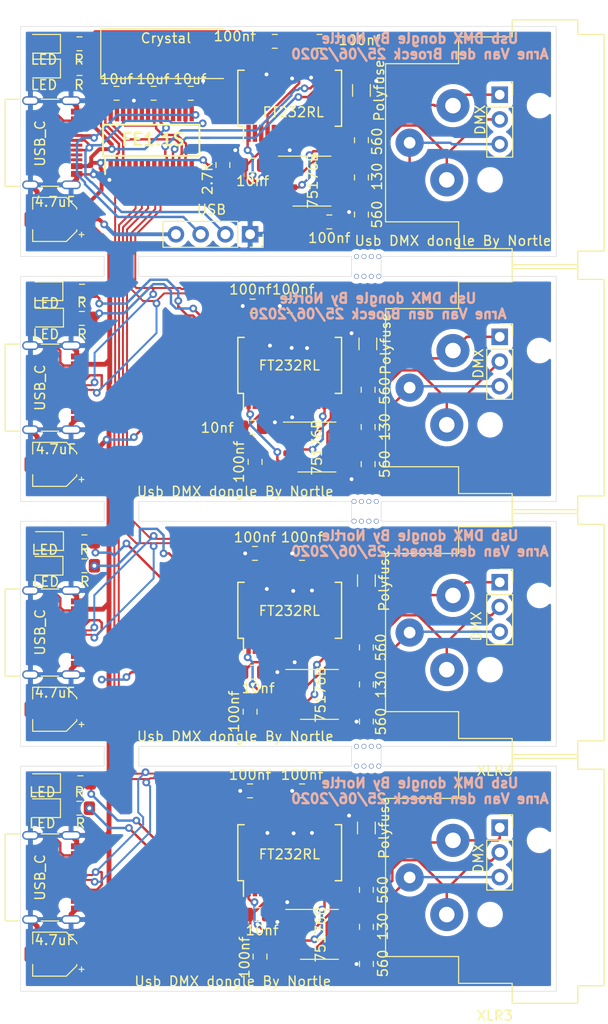
<source format=kicad_pcb>
(kicad_pcb (version 20171130) (host pcbnew "(5.1.4)-1")
  (layers (0 F.Cu signal) (31 B.Cu signal) (34 B.Paste user) (35 F.Paste user) (36 B.SilkS user) (37 F.SilkS user) (38 B.Mask user) (39 F.Mask user) (44 Edge.Cuts user))
  (net 0 "")
  (net 1 GND)
  (net 2 +5V)
  (net 3 VD33)
  (net 4 VD18)
  (net 5 "Net-(C6-Pad1)")
  (net 6 "Net-(C13-Pad1)")
  (net 7 "Net-(C14-Pad1)")
  (net 8 "Net-(C15-Pad1)")
  (net 9 "Net-(F1-Pad1)")
  (net 10 "Net-(F2-Pad1)")
  (net 11 "Net-(F3-Pad1)")
  (net 12 "Net-(F4-Pad1)")
  (net 13 "Net-(IC1-Pad27)")
  (net 14 "Net-(IC1-Pad25)")
  (net 15 "Net-(IC1-Pad24)")
  (net 16 "Net-(IC1-Pad23)")
  (net 17 "Net-(IC1-Pad22)")
  (net 18 "Net-(IC1-Pad19)")
  (net 19 "Net-(IC1-Pad18)")
  (net 20 "Net-(IC1-Pad17)")
  (net 21 "Net-(IC1-Pad16)")
  (net 22 "Net-(IC1-Pad15)")
  (net 23 "Net-(IC1-Pad14)")
  (net 24 D1+)
  (net 25 D1-)
  (net 26 D2+)
  (net 27 D2-)
  (net 28 D3+)
  (net 29 D3-)
  (net 30 D4+)
  (net 31 D4-)
  (net 32 "Net-(IC1-Pad3)")
  (net 33 "Net-(IC1-Pad2)")
  (net 34 "Net-(J4-Pad2)")
  (net 35 "Net-(U1-Pad28)")
  (net 36 "Net-(U1-Pad27)")
  (net 37 "Net-(U1-Pad19)")
  (net 38 "Net-(U1-Pad14)")
  (net 39 "Net-(U1-Pad13)")
  (net 40 "Net-(U1-Pad12)")
  (net 41 "Net-(U1-Pad11)")
  (net 42 "Net-(U1-Pad10)")
  (net 43 "Net-(U1-Pad9)")
  (net 44 "Net-(U1-Pad6)")
  (net 45 "Net-(U1-Pad5)")
  (net 46 "Net-(U1-Pad3)")
  (net 47 "Net-(U1-Pad2)")
  (net 48 "Net-(U1-Pad1)")
  (net 49 "Net-(U3-Pad28)")
  (net 50 "Net-(U3-Pad27)")
  (net 51 "Net-(U3-Pad19)")
  (net 52 "Net-(U3-Pad14)")
  (net 53 "Net-(U3-Pad13)")
  (net 54 "Net-(U3-Pad12)")
  (net 55 "Net-(U3-Pad11)")
  (net 56 "Net-(U3-Pad10)")
  (net 57 "Net-(U3-Pad9)")
  (net 58 "Net-(U3-Pad6)")
  (net 59 "Net-(U3-Pad5)")
  (net 60 "Net-(U3-Pad3)")
  (net 61 "Net-(U3-Pad2)")
  (net 62 "Net-(U3-Pad1)")
  (net 63 "Net-(U4-Pad28)")
  (net 64 "Net-(U4-Pad27)")
  (net 65 "Net-(U4-Pad19)")
  (net 66 "Net-(U4-Pad14)")
  (net 67 "Net-(U4-Pad13)")
  (net 68 "Net-(U4-Pad12)")
  (net 69 "Net-(U4-Pad11)")
  (net 70 "Net-(U4-Pad10)")
  (net 71 "Net-(U4-Pad9)")
  (net 72 "Net-(U4-Pad6)")
  (net 73 "Net-(U4-Pad5)")
  (net 74 "Net-(U4-Pad3)")
  (net 75 "Net-(U4-Pad2)")
  (net 76 "Net-(U4-Pad1)")
  (net 77 "Net-(U5-Pad28)")
  (net 78 "Net-(U5-Pad27)")
  (net 79 "Net-(U5-Pad19)")
  (net 80 "Net-(U5-Pad14)")
  (net 81 "Net-(U5-Pad13)")
  (net 82 "Net-(U5-Pad12)")
  (net 83 "Net-(U5-Pad11)")
  (net 84 "Net-(U5-Pad10)")
  (net 85 "Net-(U5-Pad9)")
  (net 86 "Net-(U5-Pad6)")
  (net 87 "Net-(U5-Pad5)")
  (net 88 "Net-(U5-Pad3)")
  (net 89 "Net-(U5-Pad2)")
  (net 90 "Net-(U5-Pad1)")
  (net 91 "Net-(J4-Pad3)")
  (net 92 "Net-(J12-Pad3)")
  (net 93 "Net-(J12-Pad2)")
  (net 94 "Net-(J10-Pad3)")
  (net 95 "Net-(J10-Pad2)")
  (net 96 "Net-(J11-Pad3)")
  (net 97 "Net-(J11-Pad2)")
  (net 98 "Net-(D1-Pad1)")
  (net 99 "Net-(D2-Pad1)")
  (net 100 "Net-(D3-Pad1)")
  (net 101 "Net-(D4-Pad1)")
  (net 102 "Net-(D5-Pad1)")
  (net 103 "Net-(D6-Pad1)")
  (net 104 "Net-(D7-Pad1)")
  (net 105 "Net-(D8-Pad1)")
  (net 106 "Net-(J13-PadB5)")
  (net 107 "Net-(J13-PadA8)")
  (net 108 "Net-(J13-PadA5)")
  (net 109 "Net-(J13-PadB8)")
  (net 110 "Net-(J14-PadB5)")
  (net 111 "Net-(J14-PadA8)")
  (net 112 "Net-(J14-PadA5)")
  (net 113 "Net-(J14-PadB8)")
  (net 114 "Net-(J15-PadB5)")
  (net 115 "Net-(J15-PadA8)")
  (net 116 "Net-(J15-PadA5)")
  (net 117 "Net-(J15-PadB8)")
  (net 118 "Net-(J16-PadB5)")
  (net 119 "Net-(J16-PadA8)")
  (net 120 "Net-(J16-PadA5)")
  (net 121 "Net-(J16-PadB8)")
  (net 122 "Net-(R2-Pad1)")
  (net 123 "Net-(R6-Pad1)")
  (net 124 "Net-(R7-Pad1)")
  (net 125 "Net-(R8-Pad1)")
  (net 126 "Net-(R18-Pad1)")
  (net 127 "Net-(R19-Pad1)")
  (net 128 "Net-(R20-Pad1)")
  (net 129 "Net-(R21-Pad1)")
  (module SamacSys_Parts:SOP64P600X175-28N (layer F.Cu) (at 232.41 55.88 90)
    (fp_text reference IC1)
    (fp_text value FE1.1S (at 0.08 0.19) (layer F.SilkS) (effects (font (size 1.27 1.27) (thickness 0.254))))
    (pad 28 smd rect (at 2.712 -4.16 180) (size 0.44 1.525) (layers F.Cu F.Paste F.Mask) (net 4 VD18))
    (pad 27 smd rect (at 2.712 -3.52 180) (size 0.44 1.525) (layers F.Cu F.Paste F.Mask) (net 13 "Net-(IC1-Pad27)"))
    (pad 26 smd rect (at 2.712 -2.88 180) (size 0.44 1.525) (layers F.Cu F.Paste F.Mask) (net 3 VD33))
    (pad 25 smd rect (at 2.712 -2.24 180) (size 0.44 1.525) (layers F.Cu F.Paste F.Mask) (net 14 "Net-(IC1-Pad25)"))
    (pad 24 smd rect (at 2.712 -1.6 180) (size 0.44 1.525) (layers F.Cu F.Paste F.Mask) (net 15 "Net-(IC1-Pad24)"))
    (pad 23 smd rect (at 2.712 -0.96 180) (size 0.44 1.525) (layers F.Cu F.Paste F.Mask) (net 16 "Net-(IC1-Pad23)"))
    (pad 22 smd rect (at 2.712 -0.32 180) (size 0.44 1.525) (layers F.Cu F.Paste F.Mask) (net 17 "Net-(IC1-Pad22)"))
    (pad 21 smd rect (at 2.712 0.32 180) (size 0.44 1.525) (layers F.Cu F.Paste F.Mask) (net 3 VD33))
    (pad 20 smd rect (at 2.712 0.96 180) (size 0.44 1.525) (layers F.Cu F.Paste F.Mask) (net 2 +5V))
    (pad 19 smd rect (at 2.712 1.6 180) (size 0.44 1.525) (layers F.Cu F.Paste F.Mask) (net 18 "Net-(IC1-Pad19)"))
    (pad 18 smd rect (at 2.712 2.24 180) (size 0.44 1.525) (layers F.Cu F.Paste F.Mask) (net 19 "Net-(IC1-Pad18)"))
    (pad 17 smd rect (at 2.712 2.88 180) (size 0.44 1.525) (layers F.Cu F.Paste F.Mask) (net 20 "Net-(IC1-Pad17)"))
    (pad 16 smd rect (at 2.712 3.52 180) (size 0.44 1.525) (layers F.Cu F.Paste F.Mask) (net 21 "Net-(IC1-Pad16)"))
    (pad 15 smd rect (at 2.712 4.16 180) (size 0.44 1.525) (layers F.Cu F.Paste F.Mask) (net 22 "Net-(IC1-Pad15)"))
    (pad 14 smd rect (at -2.712 4.16 180) (size 0.44 1.525) (layers F.Cu F.Paste F.Mask) (net 23 "Net-(IC1-Pad14)"))
    (pad 13 smd rect (at -2.712 3.52 180) (size 0.44 1.525) (layers F.Cu F.Paste F.Mask) (net 3 VD33))
    (pad 12 smd rect (at -2.712 2.88 180) (size 0.44 1.525) (layers F.Cu F.Paste F.Mask) (net 4 VD18))
    (pad 11 smd rect (at -2.712 2.24 180) (size 0.44 1.525) (layers F.Cu F.Paste F.Mask) (net 24 D1+))
    (pad 10 smd rect (at -2.712 1.6 180) (size 0.44 1.525) (layers F.Cu F.Paste F.Mask) (net 25 D1-))
    (pad 9 smd rect (at -2.712 0.96 180) (size 0.44 1.525) (layers F.Cu F.Paste F.Mask) (net 26 D2+))
    (pad 8 smd rect (at -2.712 0.32 180) (size 0.44 1.525) (layers F.Cu F.Paste F.Mask) (net 27 D2-))
    (pad 7 smd rect (at -2.712 -0.32 180) (size 0.44 1.525) (layers F.Cu F.Paste F.Mask) (net 28 D3+))
    (pad 6 smd rect (at -2.712 -0.96 180) (size 0.44 1.525) (layers F.Cu F.Paste F.Mask) (net 29 D3-))
    (pad 5 smd rect (at -2.712 -1.6 180) (size 0.44 1.525) (layers F.Cu F.Paste F.Mask) (net 30 D4+))
    (pad 4 smd rect (at -2.712 -2.24 180) (size 0.44 1.525) (layers F.Cu F.Paste F.Mask) (net 31 D4-))
    (pad 3 smd rect (at -2.712 -2.88 180) (size 0.44 1.525) (layers F.Cu F.Paste F.Mask) (net 32 "Net-(IC1-Pad3)"))
    (pad 2 smd rect (at -2.712 -3.52 180) (size 0.44 1.525) (layers F.Cu F.Paste F.Mask) (net 33 "Net-(IC1-Pad2)"))
    (pad 1 smd rect (at -2.712 -4.16 180) (size 0.44 1.525) (layers F.Cu F.Paste F.Mask) (net 1 GND))
  )
  (module Capacitor_SMD:C_0805_2012Metric_Pad1.15x1.40mm_HandSolder (layer F.Cu) (at 249.691 45.72 180)
    (fp_text reference C13)
    (fp_text value 100nf (at -4.109 0.12) (layer F.SilkS))
    (pad 2 smd roundrect (at 1.025 0 180) (size 1.15 1.4) (layers F.Cu F.Paste F.Mask) (roundrect_rratio 0.217391) (net 1 GND))
    (pad 1 smd roundrect (at -1.025 0 180) (size 1.15 1.4) (layers F.Cu F.Paste F.Mask) (roundrect_rratio 0.217391) (net 6 "Net-(C13-Pad1)"))
  )
  (module Connector_USB:USB_C_Receptacle_Palconn_UTC16-G (layer F.Cu) (at 222.25 56.134 270)
    (fp_text reference J13)
    (fp_text value USB_C (at 0.066 1.25 90) (layer F.SilkS))
    (pad A12 smd rect (at 3.2 -2.51 270) (size 0.6 1.16) (layers F.Cu F.Paste F.Mask) (net 1 GND))
    (pad A9 smd rect (at 2.4 -2.51 270) (size 0.6 1.16) (layers F.Cu F.Paste F.Mask) (net 2 +5V))
    (pad B1 smd rect (at 3.2 -2.51 270) (size 0.6 1.16) (layers F.Cu F.Paste F.Mask) (net 1 GND))
    (pad B4 smd rect (at 2.4 -2.51 270) (size 0.6 1.16) (layers F.Cu F.Paste F.Mask) (net 2 +5V))
    (pad B12 smd rect (at -3.2 -2.51 270) (size 0.6 1.16) (layers F.Cu F.Paste F.Mask) (net 1 GND))
    (pad A1 smd rect (at -3.2 -2.51 270) (size 0.6 1.16) (layers F.Cu F.Paste F.Mask) (net 1 GND))
    (pad B9 smd rect (at -2.4 -2.51 270) (size 0.6 1.16) (layers F.Cu F.Paste F.Mask) (net 2 +5V))
    (pad A4 smd rect (at -2.4 -2.51 270) (size 0.6 1.16) (layers F.Cu F.Paste F.Mask) (net 2 +5V))
    (pad "" np_thru_hole circle (at -2.89 -1.45 90) (size 0.6 0.6) (drill 0.6) (layers *.Cu *.Mask))
    (pad "" np_thru_hole circle (at 2.89 -1.45 90) (size 0.6 0.6) (drill 0.6) (layers *.Cu *.Mask))
    (pad B5 smd rect (at 1.75 -2.51 90) (size 0.3 1.16) (layers F.Cu F.Paste F.Mask) (net 106 "Net-(J13-PadB5)"))
    (pad B6 smd rect (at 0.75 -2.51 90) (size 0.3 1.16) (layers F.Cu F.Paste F.Mask) (net 21 "Net-(IC1-Pad16)"))
    (pad A8 smd rect (at 1.25 -2.51 90) (size 0.3 1.16) (layers F.Cu F.Paste F.Mask) (net 107 "Net-(J13-PadA8)"))
    (pad A5 smd rect (at -1.25 -2.51 90) (size 0.3 1.16) (layers F.Cu F.Paste F.Mask) (net 108 "Net-(J13-PadA5)"))
    (pad B8 smd rect (at -1.75 -2.51 90) (size 0.3 1.16) (layers F.Cu F.Paste F.Mask) (net 109 "Net-(J13-PadB8)"))
    (pad A7 smd rect (at 0.25 -2.51 90) (size 0.3 1.16) (layers F.Cu F.Paste F.Mask) (net 22 "Net-(IC1-Pad15)"))
    (pad A6 smd rect (at -0.25 -2.51 90) (size 0.3 1.16) (layers F.Cu F.Paste F.Mask) (net 21 "Net-(IC1-Pad16)"))
    (pad B7 smd rect (at -0.75 -2.51 90) (size 0.3 1.16) (layers F.Cu F.Paste F.Mask) (net 22 "Net-(IC1-Pad15)"))
    (pad S1 thru_hole oval (at 4.32 2.24) (size 1.7 0.9) (drill oval 1.4 0.6) (layers *.Cu *.Mask) (net 1 GND))
    (pad S1 thru_hole oval (at -4.32 2.24) (size 1.7 0.9) (drill oval 1.4 0.6) (layers *.Cu *.Mask) (net 1 GND))
    (pad S1 thru_hole oval (at 4.32 -1.93) (size 2 0.9) (drill oval 1.7 0.6) (layers *.Cu *.Mask) (net 1 GND))
    (pad S1 thru_hole oval (at -4.32 -1.93) (size 2 0.9) (drill oval 1.7 0.6) (layers *.Cu *.Mask) (net 1 GND))
  )
  (module Connector_PinSocket_2.54mm:PinSocket_1x04_P2.54mm_Vertical (layer F.Cu) (at 242.57 65.532 270)
    (fp_text reference J17)
    (fp_text value USB (at -2.532 3.97 180) (layer F.SilkS))
    (pad 4 thru_hole oval (at 0 7.62 270) (size 1.7 1.7) (drill 1) (layers *.Cu *.Mask) (net 2 +5V))
    (pad 3 thru_hole oval (at 0 5.08 270) (size 1.7 1.7) (drill 1) (layers *.Cu *.Mask) (net 22 "Net-(IC1-Pad15)"))
    (pad 2 thru_hole oval (at 0 2.54 270) (size 1.7 1.7) (drill 1) (layers *.Cu *.Mask) (net 21 "Net-(IC1-Pad16)"))
    (pad 1 thru_hole rect (at 0 0 270) (size 1.7 1.7) (drill 1) (layers *.Cu *.Mask) (net 1 GND))
  )
  (module Resistor_SMD:R_0805_2012Metric_Pad1.15x1.40mm_HandSolder (layer F.Cu) (at 225.035 124.46 180)
    (fp_text reference R21)
    (fp_text value R (at 0 1.65) (layer F.SilkS))
    (pad 2 smd roundrect (at 1.025 0 180) (size 1.15 1.4) (layers F.Cu F.Paste F.Mask) (roundrect_rratio 0.217391) (net 105 "Net-(D8-Pad1)"))
    (pad 1 smd roundrect (at -1.025 0 180) (size 1.15 1.4) (layers F.Cu F.Paste F.Mask) (roundrect_rratio 0.217391) (net 129 "Net-(R21-Pad1)"))
  )
  (module Resistor_SMD:R_0805_2012Metric_Pad1.15x1.40mm_HandSolder (layer F.Cu) (at 225.14 121.844 180)
    (fp_text reference R20)
    (fp_text value R (at 0 -4.156) (layer F.SilkS))
    (pad 2 smd roundrect (at 1.025 0 180) (size 1.15 1.4) (layers F.Cu F.Paste F.Mask) (roundrect_rratio 0.217391) (net 104 "Net-(D7-Pad1)"))
    (pad 1 smd roundrect (at -1.025 0 180) (size 1.15 1.4) (layers F.Cu F.Paste F.Mask) (roundrect_rratio 0.217391) (net 128 "Net-(R20-Pad1)"))
  )
  (module Resistor_SMD:R_0805_2012Metric_Pad1.15x1.40mm_HandSolder (layer F.Cu) (at 225.307 71.374 180)
    (fp_text reference R19)
    (fp_text value R (at 0 -4.426) (layer F.SilkS))
    (pad 2 smd roundrect (at 1.025 0 180) (size 1.15 1.4) (layers F.Cu F.Paste F.Mask) (roundrect_rratio 0.217391) (net 103 "Net-(D6-Pad1)"))
    (pad 1 smd roundrect (at -1.025 0 180) (size 1.15 1.4) (layers F.Cu F.Paste F.Mask) (roundrect_rratio 0.217391) (net 127 "Net-(R19-Pad1)"))
  )
  (module Resistor_SMD:R_0805_2012Metric_Pad1.15x1.40mm_HandSolder (layer F.Cu) (at 225.289 74.168 180)
    (fp_text reference R18)
    (fp_text value R (at 0 1.65) (layer F.SilkS))
    (pad 2 smd roundrect (at 1.025 0 180) (size 1.15 1.4) (layers F.Cu F.Paste F.Mask) (roundrect_rratio 0.217391) (net 102 "Net-(D5-Pad1)"))
    (pad 1 smd roundrect (at -1.025 0 180) (size 1.15 1.4) (layers F.Cu F.Paste F.Mask) (roundrect_rratio 0.217391) (net 126 "Net-(R18-Pad1)"))
  )
  (module Resistor_SMD:R_0805_2012Metric_Pad1.15x1.40mm_HandSolder (layer F.Cu) (at 225.552 97.108 180)
    (fp_text reference R8)
    (fp_text value R (at -0.048 -4.092) (layer F.SilkS))
    (pad 2 smd roundrect (at 1.025 0 180) (size 1.15 1.4) (layers F.Cu F.Paste F.Mask) (roundrect_rratio 0.217391) (net 101 "Net-(D4-Pad1)"))
    (pad 1 smd roundrect (at -1.025 0 180) (size 1.15 1.4) (layers F.Cu F.Paste F.Mask) (roundrect_rratio 0.217391) (net 125 "Net-(R8-Pad1)"))
  )
  (module Resistor_SMD:R_0805_2012Metric_Pad1.15x1.40mm_HandSolder (layer F.Cu) (at 225.552 99.568 180)
    (fp_text reference R7)
    (fp_text value R (at 0 1.65) (layer F.SilkS))
    (pad 2 smd roundrect (at 1.025 0 180) (size 1.15 1.4) (layers F.Cu F.Paste F.Mask) (roundrect_rratio 0.217391) (net 100 "Net-(D3-Pad1)"))
    (pad 1 smd roundrect (at -1.025 0 180) (size 1.15 1.4) (layers F.Cu F.Paste F.Mask) (roundrect_rratio 0.217391) (net 124 "Net-(R7-Pad1)"))
  )
  (module Resistor_SMD:R_0805_2012Metric_Pad1.15x1.40mm_HandSolder (layer F.Cu) (at 225.053 48.514 180)
    (fp_text reference R6)
    (fp_text value R (at 0.053 -1.686) (layer F.SilkS))
    (pad 2 smd roundrect (at 1.025 0 180) (size 1.15 1.4) (layers F.Cu F.Paste F.Mask) (roundrect_rratio 0.217391) (net 99 "Net-(D2-Pad1)"))
    (pad 1 smd roundrect (at -1.025 0 180) (size 1.15 1.4) (layers F.Cu F.Paste F.Mask) (roundrect_rratio 0.217391) (net 123 "Net-(R6-Pad1)"))
  )
  (module Resistor_SMD:R_0805_2012Metric_Pad1.15x1.40mm_HandSolder (layer F.Cu) (at 225.044 45.974 180)
    (fp_text reference R2)
    (fp_text value R (at 0.044 -1.626) (layer F.SilkS))
    (pad 2 smd roundrect (at 1.025 0 180) (size 1.15 1.4) (layers F.Cu F.Paste F.Mask) (roundrect_rratio 0.217391) (net 98 "Net-(D1-Pad1)"))
    (pad 1 smd roundrect (at -1.025 0 180) (size 1.15 1.4) (layers F.Cu F.Paste F.Mask) (roundrect_rratio 0.217391) (net 122 "Net-(R2-Pad1)"))
  )
  (module Connector_USB:USB_C_Receptacle_Palconn_UTC16-G (layer F.Cu) (at 222.25 131.572 270)
    (fp_text reference J16)
    (fp_text value USB_C (at 0 1.25 90) (layer F.SilkS))
    (pad A12 smd rect (at 3.2 -2.51 270) (size 0.6 1.16) (layers F.Cu F.Paste F.Mask) (net 1 GND))
    (pad A9 smd rect (at 2.4 -2.51 270) (size 0.6 1.16) (layers F.Cu F.Paste F.Mask) (net 2 +5V))
    (pad B1 smd rect (at 3.2 -2.51 270) (size 0.6 1.16) (layers F.Cu F.Paste F.Mask) (net 1 GND))
    (pad B4 smd rect (at 2.4 -2.51 270) (size 0.6 1.16) (layers F.Cu F.Paste F.Mask) (net 2 +5V))
    (pad B12 smd rect (at -3.2 -2.51 270) (size 0.6 1.16) (layers F.Cu F.Paste F.Mask) (net 1 GND))
    (pad A1 smd rect (at -3.2 -2.51 270) (size 0.6 1.16) (layers F.Cu F.Paste F.Mask) (net 1 GND))
    (pad B9 smd rect (at -2.4 -2.51 270) (size 0.6 1.16) (layers F.Cu F.Paste F.Mask) (net 2 +5V))
    (pad A4 smd rect (at -2.4 -2.51 270) (size 0.6 1.16) (layers F.Cu F.Paste F.Mask) (net 2 +5V))
    (pad "" np_thru_hole circle (at -2.89 -1.45 90) (size 0.6 0.6) (drill 0.6) (layers *.Cu *.Mask))
    (pad "" np_thru_hole circle (at 2.89 -1.45 90) (size 0.6 0.6) (drill 0.6) (layers *.Cu *.Mask))
    (pad B5 smd rect (at 1.75 -2.51 90) (size 0.3 1.16) (layers F.Cu F.Paste F.Mask) (net 118 "Net-(J16-PadB5)"))
    (pad B6 smd rect (at 0.75 -2.51 90) (size 0.3 1.16) (layers F.Cu F.Paste F.Mask) (net 30 D4+))
    (pad A8 smd rect (at 1.25 -2.51 90) (size 0.3 1.16) (layers F.Cu F.Paste F.Mask) (net 119 "Net-(J16-PadA8)"))
    (pad A5 smd rect (at -1.25 -2.51 90) (size 0.3 1.16) (layers F.Cu F.Paste F.Mask) (net 120 "Net-(J16-PadA5)"))
    (pad B8 smd rect (at -1.75 -2.51 90) (size 0.3 1.16) (layers F.Cu F.Paste F.Mask) (net 121 "Net-(J16-PadB8)"))
    (pad A7 smd rect (at 0.25 -2.51 90) (size 0.3 1.16) (layers F.Cu F.Paste F.Mask) (net 31 D4-))
    (pad A6 smd rect (at -0.25 -2.51 90) (size 0.3 1.16) (layers F.Cu F.Paste F.Mask) (net 30 D4+))
    (pad B7 smd rect (at -0.75 -2.51 90) (size 0.3 1.16) (layers F.Cu F.Paste F.Mask) (net 31 D4-))
    (pad S1 thru_hole oval (at 4.32 2.24) (size 1.7 0.9) (drill oval 1.4 0.6) (layers *.Cu *.Mask) (net 1 GND))
    (pad S1 thru_hole oval (at -4.32 2.24) (size 1.7 0.9) (drill oval 1.4 0.6) (layers *.Cu *.Mask) (net 1 GND))
    (pad S1 thru_hole oval (at 4.32 -1.93) (size 2 0.9) (drill oval 1.7 0.6) (layers *.Cu *.Mask) (net 1 GND))
    (pad S1 thru_hole oval (at -4.32 -1.93) (size 2 0.9) (drill oval 1.7 0.6) (layers *.Cu *.Mask) (net 1 GND))
  )
  (module Connector_USB:USB_C_Receptacle_Palconn_UTC16-G (layer F.Cu) (at 222.25 106.426 270)
    (fp_text reference J15)
    (fp_text value USB_C (at -0.026 1.25 90) (layer F.SilkS))
    (pad A12 smd rect (at 3.2 -2.51 270) (size 0.6 1.16) (layers F.Cu F.Paste F.Mask) (net 1 GND))
    (pad A9 smd rect (at 2.4 -2.51 270) (size 0.6 1.16) (layers F.Cu F.Paste F.Mask) (net 2 +5V))
    (pad B1 smd rect (at 3.2 -2.51 270) (size 0.6 1.16) (layers F.Cu F.Paste F.Mask) (net 1 GND))
    (pad B4 smd rect (at 2.4 -2.51 270) (size 0.6 1.16) (layers F.Cu F.Paste F.Mask) (net 2 +5V))
    (pad B12 smd rect (at -3.2 -2.51 270) (size 0.6 1.16) (layers F.Cu F.Paste F.Mask) (net 1 GND))
    (pad A1 smd rect (at -3.2 -2.51 270) (size 0.6 1.16) (layers F.Cu F.Paste F.Mask) (net 1 GND))
    (pad B9 smd rect (at -2.4 -2.51 270) (size 0.6 1.16) (layers F.Cu F.Paste F.Mask) (net 2 +5V))
    (pad A4 smd rect (at -2.4 -2.51 270) (size 0.6 1.16) (layers F.Cu F.Paste F.Mask) (net 2 +5V))
    (pad "" np_thru_hole circle (at -2.89 -1.45 90) (size 0.6 0.6) (drill 0.6) (layers *.Cu *.Mask))
    (pad "" np_thru_hole circle (at 2.89 -1.45 90) (size 0.6 0.6) (drill 0.6) (layers *.Cu *.Mask))
    (pad B5 smd rect (at 1.75 -2.51 90) (size 0.3 1.16) (layers F.Cu F.Paste F.Mask) (net 114 "Net-(J15-PadB5)"))
    (pad B6 smd rect (at 0.75 -2.51 90) (size 0.3 1.16) (layers F.Cu F.Paste F.Mask) (net 28 D3+))
    (pad A8 smd rect (at 1.25 -2.51 90) (size 0.3 1.16) (layers F.Cu F.Paste F.Mask) (net 115 "Net-(J15-PadA8)"))
    (pad A5 smd rect (at -1.25 -2.51 90) (size 0.3 1.16) (layers F.Cu F.Paste F.Mask) (net 116 "Net-(J15-PadA5)"))
    (pad B8 smd rect (at -1.75 -2.51 90) (size 0.3 1.16) (layers F.Cu F.Paste F.Mask) (net 117 "Net-(J15-PadB8)"))
    (pad A7 smd rect (at 0.25 -2.51 90) (size 0.3 1.16) (layers F.Cu F.Paste F.Mask) (net 29 D3-))
    (pad A6 smd rect (at -0.25 -2.51 90) (size 0.3 1.16) (layers F.Cu F.Paste F.Mask) (net 28 D3+))
    (pad B7 smd rect (at -0.75 -2.51 90) (size 0.3 1.16) (layers F.Cu F.Paste F.Mask) (net 29 D3-))
    (pad S1 thru_hole oval (at 4.32 2.24) (size 1.7 0.9) (drill oval 1.4 0.6) (layers *.Cu *.Mask) (net 1 GND))
    (pad S1 thru_hole oval (at -4.32 2.24) (size 1.7 0.9) (drill oval 1.4 0.6) (layers *.Cu *.Mask) (net 1 GND))
    (pad S1 thru_hole oval (at 4.32 -1.93) (size 2 0.9) (drill oval 1.7 0.6) (layers *.Cu *.Mask) (net 1 GND))
    (pad S1 thru_hole oval (at -4.32 -1.93) (size 2 0.9) (drill oval 1.7 0.6) (layers *.Cu *.Mask) (net 1 GND))
  )
  (module Connector_USB:USB_C_Receptacle_Palconn_UTC16-G (layer F.Cu) (at 222.25 81.28 270)
    (fp_text reference J14)
    (fp_text value USB_C (at 0 1.25 90) (layer F.SilkS))
    (pad A12 smd rect (at 3.2 -2.51 270) (size 0.6 1.16) (layers F.Cu F.Paste F.Mask) (net 1 GND))
    (pad A9 smd rect (at 2.4 -2.51 270) (size 0.6 1.16) (layers F.Cu F.Paste F.Mask) (net 2 +5V))
    (pad B1 smd rect (at 3.2 -2.51 270) (size 0.6 1.16) (layers F.Cu F.Paste F.Mask) (net 1 GND))
    (pad B4 smd rect (at 2.4 -2.51 270) (size 0.6 1.16) (layers F.Cu F.Paste F.Mask) (net 2 +5V))
    (pad B12 smd rect (at -3.2 -2.51 270) (size 0.6 1.16) (layers F.Cu F.Paste F.Mask) (net 1 GND))
    (pad A1 smd rect (at -3.2 -2.51 270) (size 0.6 1.16) (layers F.Cu F.Paste F.Mask) (net 1 GND))
    (pad B9 smd rect (at -2.4 -2.51 270) (size 0.6 1.16) (layers F.Cu F.Paste F.Mask) (net 2 +5V))
    (pad A4 smd rect (at -2.4 -2.51 270) (size 0.6 1.16) (layers F.Cu F.Paste F.Mask) (net 2 +5V))
    (pad "" np_thru_hole circle (at -2.89 -1.45 90) (size 0.6 0.6) (drill 0.6) (layers *.Cu *.Mask))
    (pad "" np_thru_hole circle (at 2.89 -1.45 90) (size 0.6 0.6) (drill 0.6) (layers *.Cu *.Mask))
    (pad B5 smd rect (at 1.75 -2.51 90) (size 0.3 1.16) (layers F.Cu F.Paste F.Mask) (net 110 "Net-(J14-PadB5)"))
    (pad B6 smd rect (at 0.75 -2.51 90) (size 0.3 1.16) (layers F.Cu F.Paste F.Mask) (net 26 D2+))
    (pad A8 smd rect (at 1.25 -2.51 90) (size 0.3 1.16) (layers F.Cu F.Paste F.Mask) (net 111 "Net-(J14-PadA8)"))
    (pad A5 smd rect (at -1.25 -2.51 90) (size 0.3 1.16) (layers F.Cu F.Paste F.Mask) (net 112 "Net-(J14-PadA5)"))
    (pad B8 smd rect (at -1.75 -2.51 90) (size 0.3 1.16) (layers F.Cu F.Paste F.Mask) (net 113 "Net-(J14-PadB8)"))
    (pad A7 smd rect (at 0.25 -2.51 90) (size 0.3 1.16) (layers F.Cu F.Paste F.Mask) (net 27 D2-))
    (pad A6 smd rect (at -0.25 -2.51 90) (size 0.3 1.16) (layers F.Cu F.Paste F.Mask) (net 26 D2+))
    (pad B7 smd rect (at -0.75 -2.51 90) (size 0.3 1.16) (layers F.Cu F.Paste F.Mask) (net 27 D2-))
    (pad S1 thru_hole oval (at 4.32 2.24) (size 1.7 0.9) (drill oval 1.4 0.6) (layers *.Cu *.Mask) (net 1 GND))
    (pad S1 thru_hole oval (at -4.32 2.24) (size 1.7 0.9) (drill oval 1.4 0.6) (layers *.Cu *.Mask) (net 1 GND))
    (pad S1 thru_hole oval (at 4.32 -1.93) (size 2 0.9) (drill oval 1.7 0.6) (layers *.Cu *.Mask) (net 1 GND))
    (pad S1 thru_hole oval (at -4.32 -1.93) (size 2 0.9) (drill oval 1.7 0.6) (layers *.Cu *.Mask) (net 1 GND))
  )
  (module LED_SMD:LED_0805_2012Metric_Pad1.15x1.40mm_HandSolder (layer F.Cu) (at 221.234 124.46 180)
    (fp_text reference D8)
    (fp_text value LED (at 0 1.65) (layer F.SilkS))
    (pad 2 smd roundrect (at 1.025 0 180) (size 1.15 1.4) (layers F.Cu F.Paste F.Mask) (roundrect_rratio 0.217391) (net 2 +5V))
    (pad 1 smd roundrect (at -1.025 0 180) (size 1.15 1.4) (layers F.Cu F.Paste F.Mask) (roundrect_rratio 0.217391) (net 105 "Net-(D8-Pad1)"))
  )
  (module LED_SMD:LED_0805_2012Metric_Pad1.15x1.40mm_HandSolder (layer F.Cu) (at 221.234 121.889 180)
    (fp_text reference D7)
    (fp_text value LED (at 0 -4.111) (layer F.SilkS))
    (pad 2 smd roundrect (at 1.025 0 180) (size 1.15 1.4) (layers F.Cu F.Paste F.Mask) (roundrect_rratio 0.217391) (net 2 +5V))
    (pad 1 smd roundrect (at -1.025 0 180) (size 1.15 1.4) (layers F.Cu F.Paste F.Mask) (roundrect_rratio 0.217391) (net 104 "Net-(D7-Pad1)"))
  )
  (module LED_SMD:LED_0805_2012Metric_Pad1.15x1.40mm_HandSolder (layer F.Cu) (at 221.479 71.374 180)
    (fp_text reference D6)
    (fp_text value LED (at -0.121 -4.426) (layer F.SilkS))
    (pad 2 smd roundrect (at 1.025 0 180) (size 1.15 1.4) (layers F.Cu F.Paste F.Mask) (roundrect_rratio 0.217391) (net 2 +5V))
    (pad 1 smd roundrect (at -1.025 0 180) (size 1.15 1.4) (layers F.Cu F.Paste F.Mask) (roundrect_rratio 0.217391) (net 103 "Net-(D6-Pad1)"))
  )
  (module LED_SMD:LED_0805_2012Metric_Pad1.15x1.40mm_HandSolder (layer F.Cu) (at 221.539 74.089 180)
    (fp_text reference D5)
    (fp_text value LED (at -0.061 1.489) (layer F.SilkS))
    (pad 2 smd roundrect (at 1.025 0 180) (size 1.15 1.4) (layers F.Cu F.Paste F.Mask) (roundrect_rratio 0.217391) (net 2 +5V))
    (pad 1 smd roundrect (at -1.025 0 180) (size 1.15 1.4) (layers F.Cu F.Paste F.Mask) (roundrect_rratio 0.217391) (net 102 "Net-(D5-Pad1)"))
  )
  (module LED_SMD:LED_0805_2012Metric_Pad1.15x1.40mm_HandSolder (layer F.Cu) (at 221.539 97.028 180)
    (fp_text reference D4)
    (fp_text value LED (at -0.061 -4.172) (layer F.SilkS))
    (pad 2 smd roundrect (at 1.025 0 180) (size 1.15 1.4) (layers F.Cu F.Paste F.Mask) (roundrect_rratio 0.217391) (net 2 +5V))
    (pad 1 smd roundrect (at -1.025 0 180) (size 1.15 1.4) (layers F.Cu F.Paste F.Mask) (roundrect_rratio 0.217391) (net 101 "Net-(D4-Pad1)"))
  )
  (module LED_SMD:LED_0805_2012Metric_Pad1.15x1.40mm_HandSolder (layer F.Cu) (at 221.488 99.568 180)
    (fp_text reference D3)
    (fp_text value LED (at 0 1.65) (layer F.SilkS))
    (pad 2 smd roundrect (at 1.025 0 180) (size 1.15 1.4) (layers F.Cu F.Paste F.Mask) (roundrect_rratio 0.217391) (net 2 +5V))
    (pad 1 smd roundrect (at -1.025 0 180) (size 1.15 1.4) (layers F.Cu F.Paste F.Mask) (roundrect_rratio 0.217391) (net 100 "Net-(D3-Pad1)"))
  )
  (module LED_SMD:LED_0805_2012Metric_Pad1.15x1.40mm_HandSolder (layer F.Cu) (at 221.234 48.514 180)
    (fp_text reference D2)
    (fp_text value LED (at -0.166 -1.686) (layer F.SilkS))
    (pad 2 smd roundrect (at 1.025 0 180) (size 1.15 1.4) (layers F.Cu F.Paste F.Mask) (roundrect_rratio 0.217391) (net 2 +5V))
    (pad 1 smd roundrect (at -1.025 0 180) (size 1.15 1.4) (layers F.Cu F.Paste F.Mask) (roundrect_rratio 0.217391) (net 99 "Net-(D2-Pad1)"))
  )
  (module LED_SMD:LED_0805_2012Metric_Pad1.15x1.40mm_HandSolder (layer F.Cu) (at 221.234 45.974 180)
    (fp_text reference D1)
    (fp_text value LED (at -0.166 -1.626) (layer F.SilkS))
    (pad 2 smd roundrect (at 1.025 0 180) (size 1.15 1.4) (layers F.Cu F.Paste F.Mask) (roundrect_rratio 0.217391) (net 2 +5V))
    (pad 1 smd roundrect (at -1.025 0 180) (size 1.15 1.4) (layers F.Cu F.Paste F.Mask) (roundrect_rratio 0.217391) (net 98 "Net-(D1-Pad1)"))
  )
  (module Connector_Audio:Jack_XLR_Neutrik_NC3FAH1_Horizontal (layer F.Cu) (at 263.398 77.47)
    (fp_text reference J5)
    (fp_text value XLR3 hide)
    (pad "" np_thru_hole circle (at 3.81 7.62) (size 1.6 1.6) (drill 1.6) (layers *.Cu *.Mask))
    (pad "" np_thru_hole circle (at 8.89 0) (size 1.6 1.6) (drill 1.6) (layers *.Cu *.Mask))
    (pad 3 thru_hole circle (at -4.45 3.81) (size 2.9 2.9) (drill 1.2) (layers *.Cu *.Mask) (net 94 "Net-(J10-Pad3)"))
    (pad 2 thru_hole circle (at -0.635 7.62) (size 3.4 3.4) (drill 1.6) (layers *.Cu *.Mask) (net 95 "Net-(J10-Pad2)"))
    (pad 1 thru_hole circle (at 0 0) (size 3.4 3.4) (drill 1.6) (layers *.Cu *.Mask) (net 11 "Net-(F3-Pad1)"))
  )
  (module Connector_Audio:Jack_XLR_Neutrik_NC3FAH1_Horizontal (layer F.Cu) (at 263.398 102.616)
    (fp_text reference J6)
    (fp_text value XLR3 (at 4.3 18) (layer F.SilkS))
    (pad "" np_thru_hole circle (at 3.81 7.62) (size 1.6 1.6) (drill 1.6) (layers *.Cu *.Mask))
    (pad "" np_thru_hole circle (at 8.89 0) (size 1.6 1.6) (drill 1.6) (layers *.Cu *.Mask))
    (pad 3 thru_hole circle (at -4.45 3.81) (size 2.9 2.9) (drill 1.2) (layers *.Cu *.Mask) (net 96 "Net-(J11-Pad3)"))
    (pad 2 thru_hole circle (at -0.635 7.62) (size 3.4 3.4) (drill 1.6) (layers *.Cu *.Mask) (net 97 "Net-(J11-Pad2)"))
    (pad 1 thru_hole circle (at 0 0) (size 3.4 3.4) (drill 1.6) (layers *.Cu *.Mask) (net 12 "Net-(F4-Pad1)"))
  )
  (module Connector_PinSocket_2.54mm:PinSocket_1x03_P2.54mm_Vertical (layer F.Cu) (at 268.2 126.46)
    (fp_text reference J12)
    (fp_text value DMX (at -2.2 3.14 90) (layer F.SilkS))
    (pad 3 thru_hole oval (at 0 5.08) (size 1.7 1.7) (drill 1) (layers *.Cu *.Mask) (net 92 "Net-(J12-Pad3)"))
    (pad 2 thru_hole oval (at 0 2.54) (size 1.7 1.7) (drill 1) (layers *.Cu *.Mask) (net 93 "Net-(J12-Pad2)"))
    (pad 1 thru_hole rect (at 0 0) (size 1.7 1.7) (drill 1) (layers *.Cu *.Mask) (net 9 "Net-(F1-Pad1)"))
  )
  (module Connector_PinSocket_2.54mm:PinSocket_1x03_P2.54mm_Vertical (layer F.Cu) (at 268.2 101.26)
    (fp_text reference J11)
    (fp_text value DMX (at -2.4 4.54 90) (layer F.SilkS))
    (pad 3 thru_hole oval (at 0 5.08) (size 1.7 1.7) (drill 1) (layers *.Cu *.Mask) (net 96 "Net-(J11-Pad3)"))
    (pad 2 thru_hole oval (at 0 2.54) (size 1.7 1.7) (drill 1) (layers *.Cu *.Mask) (net 97 "Net-(J11-Pad2)"))
    (pad 1 thru_hole rect (at 0 0) (size 1.7 1.7) (drill 1) (layers *.Cu *.Mask) (net 12 "Net-(F4-Pad1)"))
  )
  (module Connector_PinSocket_2.54mm:PinSocket_1x03_P2.54mm_Vertical (layer F.Cu) (at 268.2 76.06)
    (fp_text reference J10)
    (fp_text value DMX (at -2.2 2.74 90) (layer F.SilkS))
    (pad 3 thru_hole oval (at 0 5.08) (size 1.7 1.7) (drill 1) (layers *.Cu *.Mask) (net 94 "Net-(J10-Pad3)"))
    (pad 2 thru_hole oval (at 0 2.54) (size 1.7 1.7) (drill 1) (layers *.Cu *.Mask) (net 95 "Net-(J10-Pad2)"))
    (pad 1 thru_hole rect (at 0 0) (size 1.7 1.7) (drill 1) (layers *.Cu *.Mask) (net 11 "Net-(F3-Pad1)"))
  )
  (module Connector_PinSocket_2.54mm:PinSocket_1x03_P2.54mm_Vertical (layer F.Cu) (at 268.2 51.2)
    (fp_text reference J9)
    (fp_text value "DMX " (at -2 2.2 90) (layer F.SilkS))
    (pad 3 thru_hole oval (at 0 5.08) (size 1.7 1.7) (drill 1) (layers *.Cu *.Mask) (net 91 "Net-(J4-Pad3)"))
    (pad 2 thru_hole oval (at 0 2.54) (size 1.7 1.7) (drill 1) (layers *.Cu *.Mask) (net 34 "Net-(J4-Pad2)"))
    (pad 1 thru_hole rect (at 0 0) (size 1.7 1.7) (drill 1) (layers *.Cu *.Mask) (net 10 "Net-(F2-Pad1)"))
  )
  (module Crystal:Crystal_SMD_HC49-SD (layer F.Cu) (at 233.934 46.99)
    (fp_text reference Y1)
    (fp_text value Crystal (at 0 -1.59) (layer F.SilkS))
    (pad 2 smd rect (at 4.25 0) (size 4.5 2) (layers F.Cu F.Paste F.Mask) (net 32 "Net-(IC1-Pad3)"))
    (pad 1 smd rect (at -4.25 0) (size 4.5 2) (layers F.Cu F.Paste F.Mask) (net 33 "Net-(IC1-Pad2)"))
  )
  (module Package_SO:SOIC-8_3.9x4.9mm_P1.27mm (layer F.Cu) (at 248.92 60.071)
    (fp_text reference U6)
    (fp_text value 75176B (at 0.08 -0.071 90) (layer F.SilkS))
    (pad 8 smd roundrect (at 2.475 -1.905) (size 1.95 0.6) (layers F.Cu F.Paste F.Mask) (net 2 +5V))
    (pad 7 smd roundrect (at 2.475 -0.635) (size 1.95 0.6) (layers F.Cu F.Paste F.Mask) (net 34 "Net-(J4-Pad2)"))
    (pad 6 smd roundrect (at 2.475 0.635) (size 1.95 0.6) (layers F.Cu F.Paste F.Mask) (net 91 "Net-(J4-Pad3)"))
    (pad 5 smd roundrect (at 2.475 1.905) (size 1.95 0.6) (layers F.Cu F.Paste F.Mask) (net 1 GND))
    (pad 4 smd roundrect (at -2.475 1.905) (size 1.95 0.6) (layers F.Cu F.Paste F.Mask) (net 62 "Net-(U3-Pad1)"))
    (pad 3 smd roundrect (at -2.475 0.635) (size 1.95 0.6) (layers F.Cu F.Paste F.Mask) (net 53 "Net-(U3-Pad13)"))
    (pad 2 smd roundrect (at -2.475 -0.635) (size 1.95 0.6) (layers F.Cu F.Paste F.Mask) (net 52 "Net-(U3-Pad14)"))
    (pad 1 smd roundrect (at -2.475 -1.905) (size 1.95 0.6) (layers F.Cu F.Paste F.Mask) (net 59 "Net-(U3-Pad5)"))
  )
  (module Package_SO:SSOP-28_5.3x10.2mm_P0.65mm (layer F.Cu) (at 246.634 51.562 90)
    (fp_text reference U3)
    (fp_text value FT232RL (at -1.438 0.366) (layer F.SilkS))
    (pad 28 smd rect (at 3.6 -4.225 90) (size 1.75 0.45) (layers F.Cu F.Paste F.Mask) (net 49 "Net-(U3-Pad28)"))
    (pad 27 smd rect (at 3.6 -3.575 90) (size 1.75 0.45) (layers F.Cu F.Paste F.Mask) (net 50 "Net-(U3-Pad27)"))
    (pad 26 smd rect (at 3.6 -2.925 90) (size 1.75 0.45) (layers F.Cu F.Paste F.Mask) (net 1 GND))
    (pad 25 smd rect (at 3.6 -2.275 90) (size 1.75 0.45) (layers F.Cu F.Paste F.Mask) (net 1 GND))
    (pad 24 smd rect (at 3.6 -1.625 90) (size 1.75 0.45) (layers F.Cu F.Paste F.Mask))
    (pad 23 smd rect (at 3.6 -0.975 90) (size 1.75 0.45) (layers F.Cu F.Paste F.Mask) (net 122 "Net-(R2-Pad1)"))
    (pad 22 smd rect (at 3.6 -0.325 90) (size 1.75 0.45) (layers F.Cu F.Paste F.Mask) (net 123 "Net-(R6-Pad1)"))
    (pad 21 smd rect (at 3.6 0.325 90) (size 1.75 0.45) (layers F.Cu F.Paste F.Mask) (net 1 GND))
    (pad 20 smd rect (at 3.6 0.975 90) (size 1.75 0.45) (layers F.Cu F.Paste F.Mask) (net 2 +5V))
    (pad 19 smd rect (at 3.6 1.625 90) (size 1.75 0.45) (layers F.Cu F.Paste F.Mask) (net 51 "Net-(U3-Pad19)"))
    (pad 18 smd rect (at 3.6 2.275 90) (size 1.75 0.45) (layers F.Cu F.Paste F.Mask) (net 1 GND))
    (pad 17 smd rect (at 3.6 2.925 90) (size 1.75 0.45) (layers F.Cu F.Paste F.Mask) (net 6 "Net-(C13-Pad1)"))
    (pad 16 smd rect (at 3.6 3.575 90) (size 1.75 0.45) (layers F.Cu F.Paste F.Mask) (net 25 D1-))
    (pad 15 smd rect (at 3.6 4.225 90) (size 1.75 0.45) (layers F.Cu F.Paste F.Mask) (net 24 D1+))
    (pad 14 smd rect (at -3.6 4.225 90) (size 1.75 0.45) (layers F.Cu F.Paste F.Mask) (net 52 "Net-(U3-Pad14)"))
    (pad 13 smd rect (at -3.6 3.575 90) (size 1.75 0.45) (layers F.Cu F.Paste F.Mask) (net 53 "Net-(U3-Pad13)"))
    (pad 12 smd rect (at -3.6 2.925 90) (size 1.75 0.45) (layers F.Cu F.Paste F.Mask) (net 54 "Net-(U3-Pad12)"))
    (pad 11 smd rect (at -3.6 2.275 90) (size 1.75 0.45) (layers F.Cu F.Paste F.Mask) (net 55 "Net-(U3-Pad11)"))
    (pad 10 smd rect (at -3.6 1.625 90) (size 1.75 0.45) (layers F.Cu F.Paste F.Mask) (net 56 "Net-(U3-Pad10)"))
    (pad 9 smd rect (at -3.6 0.975 90) (size 1.75 0.45) (layers F.Cu F.Paste F.Mask) (net 57 "Net-(U3-Pad9)"))
    (pad 8 smd rect (at -3.6 0.325 90) (size 1.75 0.45) (layers F.Cu F.Paste F.Mask))
    (pad 7 smd rect (at -3.6 -0.325 90) (size 1.75 0.45) (layers F.Cu F.Paste F.Mask) (net 1 GND))
    (pad 6 smd rect (at -3.6 -0.975 90) (size 1.75 0.45) (layers F.Cu F.Paste F.Mask) (net 58 "Net-(U3-Pad6)"))
    (pad 5 smd rect (at -3.6 -1.625 90) (size 1.75 0.45) (layers F.Cu F.Paste F.Mask) (net 59 "Net-(U3-Pad5)"))
    (pad 4 smd rect (at -3.6 -2.275 90) (size 1.75 0.45) (layers F.Cu F.Paste F.Mask) (net 2 +5V))
    (pad 3 smd rect (at -3.6 -2.925 90) (size 1.75 0.45) (layers F.Cu F.Paste F.Mask) (net 60 "Net-(U3-Pad3)"))
    (pad 2 smd rect (at -3.6 -3.575 90) (size 1.75 0.45) (layers F.Cu F.Paste F.Mask) (net 61 "Net-(U3-Pad2)"))
    (pad 1 smd rect (at -3.6 -4.225 90) (size 1.75 0.45) (layers F.Cu F.Paste F.Mask) (net 62 "Net-(U3-Pad1)"))
  )
  (module Capacitor_SMD:C_0805_2012Metric_Pad1.15x1.40mm_HandSolder (layer F.Cu) (at 254 63.5 270)
    (fp_text reference R11)
    (fp_text value 560 (at 0 -1.6 90) (layer F.SilkS))
    (pad 2 smd roundrect (at 1.025 0 270) (size 1.15 1.4) (layers F.Cu F.Paste F.Mask) (roundrect_rratio 0.217391) (net 1 GND))
    (pad 1 smd roundrect (at -1.025 0 270) (size 1.15 1.4) (layers F.Cu F.Paste F.Mask) (roundrect_rratio 0.217391) (net 91 "Net-(J4-Pad3)"))
  )
  (module Capacitor_SMD:C_0805_2012Metric_Pad1.15x1.40mm_HandSolder (layer F.Cu) (at 254 59.699 270)
    (fp_text reference R10)
    (fp_text value 130 (at -0.099 -1.6 90) (layer F.SilkS))
    (pad 2 smd roundrect (at 1.025 0 270) (size 1.15 1.4) (layers F.Cu F.Paste F.Mask) (roundrect_rratio 0.217391) (net 91 "Net-(J4-Pad3)"))
    (pad 1 smd roundrect (at -1.025 0 270) (size 1.15 1.4) (layers F.Cu F.Paste F.Mask) (roundrect_rratio 0.217391) (net 34 "Net-(J4-Pad2)"))
  )
  (module Capacitor_SMD:C_0805_2012Metric_Pad1.15x1.40mm_HandSolder (layer F.Cu) (at 254 55.871 270)
    (fp_text reference R9)
    (fp_text value 560 (at 0.129 -1.6 90) (layer F.SilkS))
    (pad 2 smd roundrect (at 1.025 0 270) (size 1.15 1.4) (layers F.Cu F.Paste F.Mask) (roundrect_rratio 0.217391) (net 34 "Net-(J4-Pad2)"))
    (pad 1 smd roundrect (at -1.025 0 270) (size 1.15 1.4) (layers F.Cu F.Paste F.Mask) (roundrect_rratio 0.217391) (net 2 +5V))
  )
  (module Capacitor_SMD:C_0805_2012Metric_Pad1.15x1.40mm_HandSolder (layer F.Cu) (at 239.776 58.42 270)
    (fp_text reference R1)
    (fp_text value 2.7K (at 1.38 1.576 90) (layer F.SilkS))
    (pad 2 smd roundrect (at 1.025 0 270) (size 1.15 1.4) (layers F.Cu F.Paste F.Mask) (roundrect_rratio 0.217391) (net 23 "Net-(IC1-Pad14)"))
    (pad 1 smd roundrect (at -1.025 0 270) (size 1.15 1.4) (layers F.Cu F.Paste F.Mask) (roundrect_rratio 0.217391) (net 1 GND))
  )
  (module Capacitor_SMD:C_0805_2012Metric_Pad1.15x1.40mm_HandSolder (layer F.Cu) (at 250.698 64.262)
    (fp_text reference C20)
    (fp_text value 100nf (at 0 1.65) (layer F.SilkS))
    (pad 2 smd roundrect (at 1.025 0) (size 1.15 1.4) (layers F.Cu F.Paste F.Mask) (roundrect_rratio 0.217391) (net 1 GND))
    (pad 1 smd roundrect (at -1.025 0) (size 1.15 1.4) (layers F.Cu F.Paste F.Mask) (roundrect_rratio 0.217391) (net 2 +5V))
  )
  (module Capacitor_SMD:C_0805_2012Metric_Pad1.15x1.40mm_HandSolder (layer F.Cu) (at 242.824 58.42)
    (fp_text reference C17)
    (fp_text value 10nf (at 0 1.65) (layer F.SilkS))
    (pad 2 smd roundrect (at 1.025 0) (size 1.15 1.4) (layers F.Cu F.Paste F.Mask) (roundrect_rratio 0.217391) (net 1 GND))
    (pad 1 smd roundrect (at -1.025 0) (size 1.15 1.4) (layers F.Cu F.Paste F.Mask) (roundrect_rratio 0.217391) (net 2 +5V))
  )
  (module Capacitor_SMD:CP_Elec_4x5.4 (layer F.Cu) (at 222.504 64.008 180)
    (fp_text reference C10)
    (fp_text value 4.7uF (at 0 1.808) (layer F.SilkS))
    (pad 1 smd roundrect (at -1.8 0 180) (size 2.6 1.6) (layers F.Cu F.Paste F.Mask) (roundrect_rratio 0.15625) (net 2 +5V))
    (pad 2 smd roundrect (at 1.8 0 180) (size 2.6 1.6) (layers F.Cu F.Paste F.Mask) (roundrect_rratio 0.15625) (net 1 GND))
  )
  (module Capacitor_SMD:C_0805_2012Metric_Pad1.15x1.40mm_HandSolder (layer F.Cu) (at 245.101 45.72 180)
    (fp_text reference C7)
    (fp_text value 100nf (at 4.101 0.52) (layer F.SilkS))
    (pad 2 smd roundrect (at 1.025 0 180) (size 1.15 1.4) (layers F.Cu F.Paste F.Mask) (roundrect_rratio 0.217391) (net 1 GND))
    (pad 1 smd roundrect (at -1.025 0 180) (size 1.15 1.4) (layers F.Cu F.Paste F.Mask) (roundrect_rratio 0.217391) (net 2 +5V))
  )
  (module Capacitor_SMD:CP_Elec_4x5.4 (layer F.Cu) (at 222.504 139.446 180)
    (fp_text reference C5)
    (fp_text value 4.7uF (at 0 1.446) (layer F.SilkS))
    (pad 2 smd roundrect (at 1.8 0 180) (size 2.6 1.6) (layers F.Cu F.Paste F.Mask) (roundrect_rratio 0.15625) (net 1 GND))
    (pad 1 smd roundrect (at -1.8 0 180) (size 2.6 1.6) (layers F.Cu F.Paste F.Mask) (roundrect_rratio 0.15625) (net 2 +5V))
  )
  (module Package_SO:SOIC-8_3.9x4.9mm_P1.27mm (layer F.Cu) (at 249.428 87.376)
    (fp_text reference U7)
    (fp_text value 75176B (at 0 0.024 90) (layer F.SilkS))
    (pad 8 smd roundrect (at 2.475 -1.905) (size 1.95 0.6) (layers F.Cu F.Paste F.Mask) (net 2 +5V))
    (pad 7 smd roundrect (at 2.475 -0.635) (size 1.95 0.6) (layers F.Cu F.Paste F.Mask) (net 95 "Net-(J10-Pad2)"))
    (pad 6 smd roundrect (at 2.475 0.635) (size 1.95 0.6) (layers F.Cu F.Paste F.Mask) (net 94 "Net-(J10-Pad3)"))
    (pad 5 smd roundrect (at 2.475 1.905) (size 1.95 0.6) (layers F.Cu F.Paste F.Mask) (net 1 GND))
    (pad 4 smd roundrect (at -2.475 1.905) (size 1.95 0.6) (layers F.Cu F.Paste F.Mask) (net 76 "Net-(U4-Pad1)"))
    (pad 3 smd roundrect (at -2.475 0.635) (size 1.95 0.6) (layers F.Cu F.Paste F.Mask) (net 67 "Net-(U4-Pad13)"))
    (pad 2 smd roundrect (at -2.475 -0.635) (size 1.95 0.6) (layers F.Cu F.Paste F.Mask) (net 66 "Net-(U4-Pad14)"))
    (pad 1 smd roundrect (at -2.475 -1.905) (size 1.95 0.6) (layers F.Cu F.Paste F.Mask) (net 73 "Net-(U4-Pad5)"))
  )
  (module Connector_Audio:Jack_XLR_Neutrik_NC3FAH1_Horizontal (layer F.Cu) (at 263.398 52.324)
    (fp_text reference J4)
    (fp_text value XLR3 hide)
    (pad "" np_thru_hole circle (at 3.81 7.62) (size 1.6 1.6) (drill 1.6) (layers *.Cu *.Mask))
    (pad "" np_thru_hole circle (at 8.89 0) (size 1.6 1.6) (drill 1.6) (layers *.Cu *.Mask))
    (pad 3 thru_hole circle (at -4.45 3.81) (size 2.9 2.9) (drill 1.2) (layers *.Cu *.Mask) (net 91 "Net-(J4-Pad3)"))
    (pad 2 thru_hole circle (at -0.635 7.62) (size 3.4 3.4) (drill 1.6) (layers *.Cu *.Mask) (net 34 "Net-(J4-Pad2)"))
    (pad 1 thru_hole circle (at 0 0) (size 3.4 3.4) (drill 1.6) (layers *.Cu *.Mask) (net 10 "Net-(F2-Pad1)"))
  )
  (module Capacitor_SMD:C_0805_2012Metric_Pad1.15x1.40mm_HandSolder (layer F.Cu) (at 243.586 139.7 270)
    (fp_text reference C23)
    (fp_text value 100nf (at 0.1 1.586 90) (layer F.SilkS))
    (pad 2 smd roundrect (at 1.025 0 270) (size 1.15 1.4) (layers F.Cu F.Paste F.Mask) (roundrect_rratio 0.217391) (net 1 GND))
    (pad 1 smd roundrect (at -1.025 0 270) (size 1.15 1.4) (layers F.Cu F.Paste F.Mask) (roundrect_rratio 0.217391) (net 2 +5V))
  )
  (module Capacitor_SMD:C_0805_2012Metric_Pad1.15x1.40mm_HandSolder (layer F.Cu) (at 242.57 114.554 270)
    (fp_text reference C22)
    (fp_text value 100nf (at 0 1.65 90) (layer F.SilkS))
    (pad 2 smd roundrect (at 1.025 0 270) (size 1.15 1.4) (layers F.Cu F.Paste F.Mask) (roundrect_rratio 0.217391) (net 1 GND))
    (pad 1 smd roundrect (at -1.025 0 270) (size 1.15 1.4) (layers F.Cu F.Paste F.Mask) (roundrect_rratio 0.217391) (net 2 +5V))
  )
  (module Capacitor_SMD:C_0805_2012Metric_Pad1.15x1.40mm_HandSolder (layer F.Cu) (at 243.078 88.9 270)
    (fp_text reference C21)
    (fp_text value 100nf (at 0 1.65 90) (layer F.SilkS))
    (pad 2 smd roundrect (at 1.025 0 270) (size 1.15 1.4) (layers F.Cu F.Paste F.Mask) (roundrect_rratio 0.217391) (net 1 GND))
    (pad 1 smd roundrect (at -1.025 0 270) (size 1.15 1.4) (layers F.Cu F.Paste F.Mask) (roundrect_rratio 0.217391) (net 2 +5V))
  )
  (module Package_SO:SOIC-8_3.9x4.9mm_P1.27mm (layer F.Cu) (at 249.682 112.776)
    (fp_text reference U8)
    (fp_text value 75176B (at 0.118 0.024 90) (layer F.SilkS))
    (pad 8 smd roundrect (at 2.475 -1.905) (size 1.95 0.6) (layers F.Cu F.Paste F.Mask) (net 2 +5V))
    (pad 7 smd roundrect (at 2.475 -0.635) (size 1.95 0.6) (layers F.Cu F.Paste F.Mask) (net 97 "Net-(J11-Pad2)"))
    (pad 6 smd roundrect (at 2.475 0.635) (size 1.95 0.6) (layers F.Cu F.Paste F.Mask) (net 96 "Net-(J11-Pad3)"))
    (pad 5 smd roundrect (at 2.475 1.905) (size 1.95 0.6) (layers F.Cu F.Paste F.Mask) (net 1 GND))
    (pad 4 smd roundrect (at -2.475 1.905) (size 1.95 0.6) (layers F.Cu F.Paste F.Mask) (net 90 "Net-(U5-Pad1)"))
    (pad 3 smd roundrect (at -2.475 0.635) (size 1.95 0.6) (layers F.Cu F.Paste F.Mask) (net 81 "Net-(U5-Pad13)"))
    (pad 2 smd roundrect (at -2.475 -0.635) (size 1.95 0.6) (layers F.Cu F.Paste F.Mask) (net 80 "Net-(U5-Pad14)"))
    (pad 1 smd roundrect (at -2.475 -1.905) (size 1.95 0.6) (layers F.Cu F.Paste F.Mask) (net 87 "Net-(U5-Pad5)"))
  )
  (module Package_SO:SSOP-28_5.3x10.2mm_P0.65mm (layer F.Cu) (at 246.634 104.14 90)
    (fp_text reference U5)
    (fp_text value FT232RL (at -0.06 -0.034) (layer F.SilkS))
    (pad 28 smd rect (at 3.6 -4.225 90) (size 1.75 0.45) (layers F.Cu F.Paste F.Mask) (net 77 "Net-(U5-Pad28)"))
    (pad 27 smd rect (at 3.6 -3.575 90) (size 1.75 0.45) (layers F.Cu F.Paste F.Mask) (net 78 "Net-(U5-Pad27)"))
    (pad 26 smd rect (at 3.6 -2.925 90) (size 1.75 0.45) (layers F.Cu F.Paste F.Mask) (net 1 GND))
    (pad 25 smd rect (at 3.6 -2.275 90) (size 1.75 0.45) (layers F.Cu F.Paste F.Mask) (net 1 GND))
    (pad 24 smd rect (at 3.6 -1.625 90) (size 1.75 0.45) (layers F.Cu F.Paste F.Mask))
    (pad 23 smd rect (at 3.6 -0.975 90) (size 1.75 0.45) (layers F.Cu F.Paste F.Mask) (net 124 "Net-(R7-Pad1)"))
    (pad 22 smd rect (at 3.6 -0.325 90) (size 1.75 0.45) (layers F.Cu F.Paste F.Mask) (net 125 "Net-(R8-Pad1)"))
    (pad 21 smd rect (at 3.6 0.325 90) (size 1.75 0.45) (layers F.Cu F.Paste F.Mask) (net 1 GND))
    (pad 20 smd rect (at 3.6 0.975 90) (size 1.75 0.45) (layers F.Cu F.Paste F.Mask) (net 2 +5V))
    (pad 19 smd rect (at 3.6 1.625 90) (size 1.75 0.45) (layers F.Cu F.Paste F.Mask) (net 79 "Net-(U5-Pad19)"))
    (pad 18 smd rect (at 3.6 2.275 90) (size 1.75 0.45) (layers F.Cu F.Paste F.Mask) (net 1 GND))
    (pad 17 smd rect (at 3.6 2.925 90) (size 1.75 0.45) (layers F.Cu F.Paste F.Mask) (net 8 "Net-(C15-Pad1)"))
    (pad 16 smd rect (at 3.6 3.575 90) (size 1.75 0.45) (layers F.Cu F.Paste F.Mask) (net 29 D3-))
    (pad 15 smd rect (at 3.6 4.225 90) (size 1.75 0.45) (layers F.Cu F.Paste F.Mask) (net 28 D3+))
    (pad 14 smd rect (at -3.6 4.225 90) (size 1.75 0.45) (layers F.Cu F.Paste F.Mask) (net 80 "Net-(U5-Pad14)"))
    (pad 13 smd rect (at -3.6 3.575 90) (size 1.75 0.45) (layers F.Cu F.Paste F.Mask) (net 81 "Net-(U5-Pad13)"))
    (pad 12 smd rect (at -3.6 2.925 90) (size 1.75 0.45) (layers F.Cu F.Paste F.Mask) (net 82 "Net-(U5-Pad12)"))
    (pad 11 smd rect (at -3.6 2.275 90) (size 1.75 0.45) (layers F.Cu F.Paste F.Mask) (net 83 "Net-(U5-Pad11)"))
    (pad 10 smd rect (at -3.6 1.625 90) (size 1.75 0.45) (layers F.Cu F.Paste F.Mask) (net 84 "Net-(U5-Pad10)"))
    (pad 9 smd rect (at -3.6 0.975 90) (size 1.75 0.45) (layers F.Cu F.Paste F.Mask) (net 85 "Net-(U5-Pad9)"))
    (pad 8 smd rect (at -3.6 0.325 90) (size 1.75 0.45) (layers F.Cu F.Paste F.Mask))
    (pad 7 smd rect (at -3.6 -0.325 90) (size 1.75 0.45) (layers F.Cu F.Paste F.Mask) (net 1 GND))
    (pad 6 smd rect (at -3.6 -0.975 90) (size 1.75 0.45) (layers F.Cu F.Paste F.Mask) (net 86 "Net-(U5-Pad6)"))
    (pad 5 smd rect (at -3.6 -1.625 90) (size 1.75 0.45) (layers F.Cu F.Paste F.Mask) (net 87 "Net-(U5-Pad5)"))
    (pad 4 smd rect (at -3.6 -2.275 90) (size 1.75 0.45) (layers F.Cu F.Paste F.Mask) (net 2 +5V))
    (pad 3 smd rect (at -3.6 -2.925 90) (size 1.75 0.45) (layers F.Cu F.Paste F.Mask) (net 88 "Net-(U5-Pad3)"))
    (pad 2 smd rect (at -3.6 -3.575 90) (size 1.75 0.45) (layers F.Cu F.Paste F.Mask) (net 89 "Net-(U5-Pad2)"))
    (pad 1 smd rect (at -3.6 -4.225 90) (size 1.75 0.45) (layers F.Cu F.Paste F.Mask) (net 90 "Net-(U5-Pad1)"))
  )
  (module Package_SO:SSOP-28_5.3x10.2mm_P0.65mm (layer F.Cu) (at 246.634 78.994 90)
    (fp_text reference U4)
    (fp_text value FT232RL (at -0.006 -0.034) (layer F.SilkS))
    (pad 28 smd rect (at 3.6 -4.225 90) (size 1.75 0.45) (layers F.Cu F.Paste F.Mask) (net 63 "Net-(U4-Pad28)"))
    (pad 27 smd rect (at 3.6 -3.575 90) (size 1.75 0.45) (layers F.Cu F.Paste F.Mask) (net 64 "Net-(U4-Pad27)"))
    (pad 26 smd rect (at 3.6 -2.925 90) (size 1.75 0.45) (layers F.Cu F.Paste F.Mask) (net 1 GND))
    (pad 25 smd rect (at 3.6 -2.275 90) (size 1.75 0.45) (layers F.Cu F.Paste F.Mask) (net 1 GND))
    (pad 24 smd rect (at 3.6 -1.625 90) (size 1.75 0.45) (layers F.Cu F.Paste F.Mask))
    (pad 23 smd rect (at 3.6 -0.975 90) (size 1.75 0.45) (layers F.Cu F.Paste F.Mask) (net 126 "Net-(R18-Pad1)"))
    (pad 22 smd rect (at 3.6 -0.325 90) (size 1.75 0.45) (layers F.Cu F.Paste F.Mask) (net 127 "Net-(R19-Pad1)"))
    (pad 21 smd rect (at 3.6 0.325 90) (size 1.75 0.45) (layers F.Cu F.Paste F.Mask) (net 1 GND))
    (pad 20 smd rect (at 3.6 0.975 90) (size 1.75 0.45) (layers F.Cu F.Paste F.Mask) (net 2 +5V))
    (pad 19 smd rect (at 3.6 1.625 90) (size 1.75 0.45) (layers F.Cu F.Paste F.Mask) (net 65 "Net-(U4-Pad19)"))
    (pad 18 smd rect (at 3.6 2.275 90) (size 1.75 0.45) (layers F.Cu F.Paste F.Mask) (net 1 GND))
    (pad 17 smd rect (at 3.6 2.925 90) (size 1.75 0.45) (layers F.Cu F.Paste F.Mask) (net 7 "Net-(C14-Pad1)"))
    (pad 16 smd rect (at 3.6 3.575 90) (size 1.75 0.45) (layers F.Cu F.Paste F.Mask) (net 27 D2-))
    (pad 15 smd rect (at 3.6 4.225 90) (size 1.75 0.45) (layers F.Cu F.Paste F.Mask) (net 26 D2+))
    (pad 14 smd rect (at -3.6 4.225 90) (size 1.75 0.45) (layers F.Cu F.Paste F.Mask) (net 66 "Net-(U4-Pad14)"))
    (pad 13 smd rect (at -3.6 3.575 90) (size 1.75 0.45) (layers F.Cu F.Paste F.Mask) (net 67 "Net-(U4-Pad13)"))
    (pad 12 smd rect (at -3.6 2.925 90) (size 1.75 0.45) (layers F.Cu F.Paste F.Mask) (net 68 "Net-(U4-Pad12)"))
    (pad 11 smd rect (at -3.6 2.275 90) (size 1.75 0.45) (layers F.Cu F.Paste F.Mask) (net 69 "Net-(U4-Pad11)"))
    (pad 10 smd rect (at -3.6 1.625 90) (size 1.75 0.45) (layers F.Cu F.Paste F.Mask) (net 70 "Net-(U4-Pad10)"))
    (pad 9 smd rect (at -3.6 0.975 90) (size 1.75 0.45) (layers F.Cu F.Paste F.Mask) (net 71 "Net-(U4-Pad9)"))
    (pad 8 smd rect (at -3.6 0.325 90) (size 1.75 0.45) (layers F.Cu F.Paste F.Mask))
    (pad 7 smd rect (at -3.6 -0.325 90) (size 1.75 0.45) (layers F.Cu F.Paste F.Mask) (net 1 GND))
    (pad 6 smd rect (at -3.6 -0.975 90) (size 1.75 0.45) (layers F.Cu F.Paste F.Mask) (net 72 "Net-(U4-Pad6)"))
    (pad 5 smd rect (at -3.6 -1.625 90) (size 1.75 0.45) (layers F.Cu F.Paste F.Mask) (net 73 "Net-(U4-Pad5)"))
    (pad 4 smd rect (at -3.6 -2.275 90) (size 1.75 0.45) (layers F.Cu F.Paste F.Mask) (net 2 +5V))
    (pad 3 smd rect (at -3.6 -2.925 90) (size 1.75 0.45) (layers F.Cu F.Paste F.Mask) (net 74 "Net-(U4-Pad3)"))
    (pad 2 smd rect (at -3.6 -3.575 90) (size 1.75 0.45) (layers F.Cu F.Paste F.Mask) (net 75 "Net-(U4-Pad2)"))
    (pad 1 smd rect (at -3.6 -4.225 90) (size 1.75 0.45) (layers F.Cu F.Paste F.Mask) (net 76 "Net-(U4-Pad1)"))
  )
  (module Package_SO:SOIC-8_3.9x4.9mm_P1.27mm (layer F.Cu) (at 249.682 137.414)
    (fp_text reference U2)
    (fp_text value 75176B (at 0.118 -0.014 90) (layer F.SilkS))
    (pad 8 smd roundrect (at 2.475 -1.905) (size 1.95 0.6) (layers F.Cu F.Paste F.Mask) (net 2 +5V))
    (pad 7 smd roundrect (at 2.475 -0.635) (size 1.95 0.6) (layers F.Cu F.Paste F.Mask) (net 93 "Net-(J12-Pad2)"))
    (pad 6 smd roundrect (at 2.475 0.635) (size 1.95 0.6) (layers F.Cu F.Paste F.Mask) (net 92 "Net-(J12-Pad3)"))
    (pad 5 smd roundrect (at 2.475 1.905) (size 1.95 0.6) (layers F.Cu F.Paste F.Mask) (net 1 GND))
    (pad 4 smd roundrect (at -2.475 1.905) (size 1.95 0.6) (layers F.Cu F.Paste F.Mask) (net 48 "Net-(U1-Pad1)"))
    (pad 3 smd roundrect (at -2.475 0.635) (size 1.95 0.6) (layers F.Cu F.Paste F.Mask) (net 39 "Net-(U1-Pad13)"))
    (pad 2 smd roundrect (at -2.475 -0.635) (size 1.95 0.6) (layers F.Cu F.Paste F.Mask) (net 38 "Net-(U1-Pad14)"))
    (pad 1 smd roundrect (at -2.475 -1.905) (size 1.95 0.6) (layers F.Cu F.Paste F.Mask) (net 45 "Net-(U1-Pad5)"))
  )
  (module Package_SO:SSOP-28_5.3x10.2mm_P0.65mm (layer F.Cu) (at 246.634 129.032 90)
    (fp_text reference U1)
    (fp_text value FT232RL (at -0.168 -0.034 180) (layer F.SilkS))
    (pad 28 smd rect (at 3.6 -4.225 90) (size 1.75 0.45) (layers F.Cu F.Paste F.Mask) (net 35 "Net-(U1-Pad28)"))
    (pad 27 smd rect (at 3.6 -3.575 90) (size 1.75 0.45) (layers F.Cu F.Paste F.Mask) (net 36 "Net-(U1-Pad27)"))
    (pad 26 smd rect (at 3.6 -2.925 90) (size 1.75 0.45) (layers F.Cu F.Paste F.Mask) (net 1 GND))
    (pad 25 smd rect (at 3.6 -2.275 90) (size 1.75 0.45) (layers F.Cu F.Paste F.Mask) (net 1 GND))
    (pad 24 smd rect (at 3.6 -1.625 90) (size 1.75 0.45) (layers F.Cu F.Paste F.Mask))
    (pad 23 smd rect (at 3.6 -0.975 90) (size 1.75 0.45) (layers F.Cu F.Paste F.Mask) (net 128 "Net-(R20-Pad1)"))
    (pad 22 smd rect (at 3.6 -0.325 90) (size 1.75 0.45) (layers F.Cu F.Paste F.Mask) (net 129 "Net-(R21-Pad1)"))
    (pad 21 smd rect (at 3.6 0.325 90) (size 1.75 0.45) (layers F.Cu F.Paste F.Mask) (net 1 GND))
    (pad 20 smd rect (at 3.6 0.975 90) (size 1.75 0.45) (layers F.Cu F.Paste F.Mask) (net 2 +5V))
    (pad 19 smd rect (at 3.6 1.625 90) (size 1.75 0.45) (layers F.Cu F.Paste F.Mask) (net 37 "Net-(U1-Pad19)"))
    (pad 18 smd rect (at 3.6 2.275 90) (size 1.75 0.45) (layers F.Cu F.Paste F.Mask) (net 1 GND))
    (pad 17 smd rect (at 3.6 2.925 90) (size 1.75 0.45) (layers F.Cu F.Paste F.Mask) (net 5 "Net-(C6-Pad1)"))
    (pad 16 smd rect (at 3.6 3.575 90) (size 1.75 0.45) (layers F.Cu F.Paste F.Mask) (net 31 D4-))
    (pad 15 smd rect (at 3.6 4.225 90) (size 1.75 0.45) (layers F.Cu F.Paste F.Mask) (net 30 D4+))
    (pad 14 smd rect (at -3.6 4.225 90) (size 1.75 0.45) (layers F.Cu F.Paste F.Mask) (net 38 "Net-(U1-Pad14)"))
    (pad 13 smd rect (at -3.6 3.575 90) (size 1.75 0.45) (layers F.Cu F.Paste F.Mask) (net 39 "Net-(U1-Pad13)"))
    (pad 12 smd rect (at -3.6 2.925 90) (size 1.75 0.45) (layers F.Cu F.Paste F.Mask) (net 40 "Net-(U1-Pad12)"))
    (pad 11 smd rect (at -3.6 2.275 90) (size 1.75 0.45) (layers F.Cu F.Paste F.Mask) (net 41 "Net-(U1-Pad11)"))
    (pad 10 smd rect (at -3.6 1.625 90) (size 1.75 0.45) (layers F.Cu F.Paste F.Mask) (net 42 "Net-(U1-Pad10)"))
    (pad 9 smd rect (at -3.6 0.975 90) (size 1.75 0.45) (layers F.Cu F.Paste F.Mask) (net 43 "Net-(U1-Pad9)"))
    (pad 8 smd rect (at -3.6 0.325 90) (size 1.75 0.45) (layers F.Cu F.Paste F.Mask))
    (pad 7 smd rect (at -3.6 -0.325 90) (size 1.75 0.45) (layers F.Cu F.Paste F.Mask) (net 1 GND))
    (pad 6 smd rect (at -3.6 -0.975 90) (size 1.75 0.45) (layers F.Cu F.Paste F.Mask) (net 44 "Net-(U1-Pad6)"))
    (pad 5 smd rect (at -3.6 -1.625 90) (size 1.75 0.45) (layers F.Cu F.Paste F.Mask) (net 45 "Net-(U1-Pad5)"))
    (pad 4 smd rect (at -3.6 -2.275 90) (size 1.75 0.45) (layers F.Cu F.Paste F.Mask) (net 2 +5V))
    (pad 3 smd rect (at -3.6 -2.925 90) (size 1.75 0.45) (layers F.Cu F.Paste F.Mask) (net 46 "Net-(U1-Pad3)"))
    (pad 2 smd rect (at -3.6 -3.575 90) (size 1.75 0.45) (layers F.Cu F.Paste F.Mask) (net 47 "Net-(U1-Pad2)"))
    (pad 1 smd rect (at -3.6 -4.225 90) (size 1.75 0.45) (layers F.Cu F.Paste F.Mask) (net 48 "Net-(U1-Pad1)"))
  )
  (module Capacitor_SMD:C_0805_2012Metric_Pad1.15x1.40mm_HandSolder (layer F.Cu) (at 254.508 115.561 270)
    (fp_text reference R17)
    (fp_text value 560 (at 0 -1.492 90) (layer F.SilkS))
    (pad 2 smd roundrect (at 1.025 0 270) (size 1.15 1.4) (layers F.Cu F.Paste F.Mask) (roundrect_rratio 0.217391) (net 1 GND))
    (pad 1 smd roundrect (at -1.025 0 270) (size 1.15 1.4) (layers F.Cu F.Paste F.Mask) (roundrect_rratio 0.217391) (net 96 "Net-(J11-Pad3)"))
  )
  (module Capacitor_SMD:C_0805_2012Metric_Pad1.15x1.40mm_HandSolder (layer F.Cu) (at 254.508 111.751 270)
    (fp_text reference R16)
    (fp_text value 130 (at 0 -1.492 90) (layer F.SilkS))
    (pad 2 smd roundrect (at 1.025 0 270) (size 1.15 1.4) (layers F.Cu F.Paste F.Mask) (roundrect_rratio 0.217391) (net 96 "Net-(J11-Pad3)"))
    (pad 1 smd roundrect (at -1.025 0 270) (size 1.15 1.4) (layers F.Cu F.Paste F.Mask) (roundrect_rratio 0.217391) (net 97 "Net-(J11-Pad2)"))
  )
  (module Capacitor_SMD:C_0805_2012Metric_Pad1.15x1.40mm_HandSolder (layer F.Cu) (at 254.508 107.95 270)
    (fp_text reference R15)
    (fp_text value 560 (at 0 -1.492 90) (layer F.SilkS))
    (pad 2 smd roundrect (at 1.025 0 270) (size 1.15 1.4) (layers F.Cu F.Paste F.Mask) (roundrect_rratio 0.217391) (net 97 "Net-(J11-Pad2)"))
    (pad 1 smd roundrect (at -1.025 0 270) (size 1.15 1.4) (layers F.Cu F.Paste F.Mask) (roundrect_rratio 0.217391) (net 2 +5V))
  )
  (module Capacitor_SMD:C_0805_2012Metric_Pad1.15x1.40mm_HandSolder (layer F.Cu) (at 254.6858 89.1286 270)
    (fp_text reference R14)
    (fp_text value 560 (at 0 -1.7142 90) (layer F.SilkS))
    (pad 2 smd roundrect (at 1.025 0 270) (size 1.15 1.4) (layers F.Cu F.Paste F.Mask) (roundrect_rratio 0.217391) (net 1 GND))
    (pad 1 smd roundrect (at -1.025 0 270) (size 1.15 1.4) (layers F.Cu F.Paste F.Mask) (roundrect_rratio 0.217391) (net 94 "Net-(J10-Pad3)"))
  )
  (module Capacitor_SMD:C_0805_2012Metric_Pad1.15x1.40mm_HandSolder (layer F.Cu) (at 254.6858 85.3186 270)
    (fp_text reference R13)
    (fp_text value 130 (at 0 -1.7142 90) (layer F.SilkS))
    (pad 2 smd roundrect (at 1.025 0 270) (size 1.15 1.4) (layers F.Cu F.Paste F.Mask) (roundrect_rratio 0.217391) (net 94 "Net-(J10-Pad3)"))
    (pad 1 smd roundrect (at -1.025 0 270) (size 1.15 1.4) (layers F.Cu F.Paste F.Mask) (roundrect_rratio 0.217391) (net 95 "Net-(J10-Pad2)"))
  )
  (module Capacitor_SMD:C_0805_2012Metric_Pad1.15x1.40mm_HandSolder (layer F.Cu) (at 254.6858 81.4996 270)
    (fp_text reference R12)
    (fp_text value 560 (at 0.1004 -1.7142 90) (layer F.SilkS))
    (pad 2 smd roundrect (at 1.025 0 270) (size 1.15 1.4) (layers F.Cu F.Paste F.Mask) (roundrect_rratio 0.217391) (net 95 "Net-(J10-Pad2)"))
    (pad 1 smd roundrect (at -1.025 0 270) (size 1.15 1.4) (layers F.Cu F.Paste F.Mask) (roundrect_rratio 0.217391) (net 2 +5V))
  )
  (module Capacitor_SMD:C_0805_2012Metric_Pad1.15x1.40mm_HandSolder (layer F.Cu) (at 254.508 140.453 270)
    (fp_text reference R5)
    (fp_text value 560 (at -0.053 -1.692 90) (layer F.SilkS))
    (pad 2 smd roundrect (at 1.025 0 270) (size 1.15 1.4) (layers F.Cu F.Paste F.Mask) (roundrect_rratio 0.217391) (net 1 GND))
    (pad 1 smd roundrect (at -1.025 0 270) (size 1.15 1.4) (layers F.Cu F.Paste F.Mask) (roundrect_rratio 0.217391) (net 92 "Net-(J12-Pad3)"))
  )
  (module Capacitor_SMD:C_0805_2012Metric_Pad1.15x1.40mm_HandSolder (layer F.Cu) (at 254.508 136.643 270)
    (fp_text reference R4)
    (fp_text value 130 (at -0.043 -1.692 90) (layer F.SilkS))
    (pad 2 smd roundrect (at 1.025 0 270) (size 1.15 1.4) (layers F.Cu F.Paste F.Mask) (roundrect_rratio 0.217391) (net 92 "Net-(J12-Pad3)"))
    (pad 1 smd roundrect (at -1.025 0 270) (size 1.15 1.4) (layers F.Cu F.Paste F.Mask) (roundrect_rratio 0.217391) (net 93 "Net-(J12-Pad2)"))
  )
  (module Capacitor_SMD:C_0805_2012Metric_Pad1.15x1.40mm_HandSolder (layer F.Cu) (at 254.508 132.842 270)
    (fp_text reference R3)
    (fp_text value 560 (at 0 -1.692 90) (layer F.SilkS))
    (pad 2 smd roundrect (at 1.025 0 270) (size 1.15 1.4) (layers F.Cu F.Paste F.Mask) (roundrect_rratio 0.217391) (net 93 "Net-(J12-Pad2)"))
    (pad 1 smd roundrect (at -1.025 0 270) (size 1.15 1.4) (layers F.Cu F.Paste F.Mask) (roundrect_rratio 0.217391) (net 2 +5V))
  )
  (module Connector_Audio:Jack_XLR_Neutrik_NC3FAH1_Horizontal (layer F.Cu) (at 263.398 127.762)
    (fp_text reference J3)
    (fp_text value XLR3 (at 4.3 18) (layer F.SilkS))
    (pad "" np_thru_hole circle (at 3.81 7.62) (size 1.6 1.6) (drill 1.6) (layers *.Cu *.Mask))
    (pad "" np_thru_hole circle (at 8.89 0) (size 1.6 1.6) (drill 1.6) (layers *.Cu *.Mask))
    (pad 3 thru_hole circle (at -4.45 3.81) (size 2.9 2.9) (drill 1.2) (layers *.Cu *.Mask) (net 92 "Net-(J12-Pad3)"))
    (pad 2 thru_hole circle (at -0.635 7.62) (size 3.4 3.4) (drill 1.6) (layers *.Cu *.Mask) (net 93 "Net-(J12-Pad2)"))
    (pad 1 thru_hole circle (at 0 0) (size 3.4 3.4) (drill 1.6) (layers *.Cu *.Mask) (net 9 "Net-(F1-Pad1)"))
  )
  (module Fuse:Fuse_1206_3216Metric_Pad1.42x1.75mm_HandSolder (layer F.Cu) (at 254.508 101.092 90)
    (fp_text reference F4)
    (fp_text value Polyfuse (at 0 1.82 90) (layer F.SilkS))
    (pad 2 smd roundrect (at 1.4875 0 90) (size 1.425 1.75) (layers F.Cu F.Paste F.Mask) (roundrect_rratio 0.175439) (net 1 GND))
    (pad 1 smd roundrect (at -1.4875 0 90) (size 1.425 1.75) (layers F.Cu F.Paste F.Mask) (roundrect_rratio 0.175439) (net 12 "Net-(F4-Pad1)"))
  )
  (module Fuse:Fuse_1206_3216Metric_Pad1.42x1.75mm_HandSolder (layer F.Cu) (at 254.6604 76.7842 90)
    (fp_text reference F3)
    (fp_text value Polyfuse (at 0 1.82 90) (layer F.SilkS))
    (pad 2 smd roundrect (at 1.4875 0 90) (size 1.425 1.75) (layers F.Cu F.Paste F.Mask) (roundrect_rratio 0.175439) (net 1 GND))
    (pad 1 smd roundrect (at -1.4875 0 90) (size 1.425 1.75) (layers F.Cu F.Paste F.Mask) (roundrect_rratio 0.175439) (net 11 "Net-(F3-Pad1)"))
  )
  (module Fuse:Fuse_1206_3216Metric_Pad1.42x1.75mm_HandSolder (layer F.Cu) (at 254 50.7635 90)
    (fp_text reference F2)
    (fp_text value Polyfuse (at 0 1.82 90) (layer F.SilkS))
    (pad 2 smd roundrect (at 1.4875 0 90) (size 1.425 1.75) (layers F.Cu F.Paste F.Mask) (roundrect_rratio 0.175439) (net 1 GND))
    (pad 1 smd roundrect (at -1.4875 0 90) (size 1.425 1.75) (layers F.Cu F.Paste F.Mask) (roundrect_rratio 0.175439) (net 10 "Net-(F2-Pad1)"))
  )
  (module Fuse:Fuse_1206_3216Metric_Pad1.42x1.75mm_HandSolder (layer F.Cu) (at 254.508 126.492 90)
    (fp_text reference F1)
    (fp_text value Polyfuse (at 0 1.82 90) (layer F.SilkS))
    (pad 2 smd roundrect (at 1.4875 0 90) (size 1.425 1.75) (layers F.Cu F.Paste F.Mask) (roundrect_rratio 0.175439) (net 1 GND))
    (pad 1 smd roundrect (at -1.4875 0 90) (size 1.425 1.75) (layers F.Cu F.Paste F.Mask) (roundrect_rratio 0.175439) (net 9 "Net-(F1-Pad1)"))
  )
  (module Capacitor_SMD:C_0805_2012Metric_Pad1.15x1.40mm_HandSolder (layer F.Cu) (at 242.824 85.344)
    (fp_text reference C19)
    (fp_text value 10nf (at -3.624 0.056) (layer F.SilkS))
    (pad 2 smd roundrect (at 1.025 0) (size 1.15 1.4) (layers F.Cu F.Paste F.Mask) (roundrect_rratio 0.217391) (net 1 GND))
    (pad 1 smd roundrect (at -1.025 0) (size 1.15 1.4) (layers F.Cu F.Paste F.Mask) (roundrect_rratio 0.217391) (net 2 +5V))
  )
  (module Capacitor_SMD:C_0805_2012Metric_Pad1.15x1.40mm_HandSolder (layer F.Cu) (at 242.833 110.49)
    (fp_text reference C18)
    (fp_text value 10nf (at 0.567 1.65) (layer F.SilkS))
    (pad 2 smd roundrect (at 1.025 0) (size 1.15 1.4) (layers F.Cu F.Paste F.Mask) (roundrect_rratio 0.217391) (net 1 GND))
    (pad 1 smd roundrect (at -1.025 0) (size 1.15 1.4) (layers F.Cu F.Paste F.Mask) (roundrect_rratio 0.217391) (net 2 +5V))
  )
  (module Capacitor_SMD:C_0805_2012Metric_Pad1.15x1.40mm_HandSolder (layer F.Cu) (at 243.332 135.382)
    (fp_text reference C16)
    (fp_text value 10nf (at 0.468 1.618) (layer F.SilkS))
    (pad 2 smd roundrect (at 1.025 0) (size 1.15 1.4) (layers F.Cu F.Paste F.Mask) (roundrect_rratio 0.217391) (net 1 GND))
    (pad 1 smd roundrect (at -1.025 0) (size 1.15 1.4) (layers F.Cu F.Paste F.Mask) (roundrect_rratio 0.217391) (net 2 +5V))
  )
  (module Capacitor_SMD:C_0805_2012Metric_Pad1.15x1.40mm_HandSolder (layer F.Cu) (at 247.895 98.298 180)
    (fp_text reference C15)
    (fp_text value 100nf (at 0 1.65) (layer F.SilkS))
    (pad 2 smd roundrect (at 1.025 0 180) (size 1.15 1.4) (layers F.Cu F.Paste F.Mask) (roundrect_rratio 0.217391) (net 1 GND))
    (pad 1 smd roundrect (at -1.025 0 180) (size 1.15 1.4) (layers F.Cu F.Paste F.Mask) (roundrect_rratio 0.217391) (net 8 "Net-(C15-Pad1)"))
  )
  (module Capacitor_SMD:C_0805_2012Metric_Pad1.15x1.40mm_HandSolder (layer F.Cu) (at 246.634 72.898 180)
    (fp_text reference C14)
    (fp_text value 100nf (at -0.366 1.698) (layer F.SilkS))
    (pad 2 smd roundrect (at 1.025 0 180) (size 1.15 1.4) (layers F.Cu F.Paste F.Mask) (roundrect_rratio 0.217391) (net 1 GND))
    (pad 1 smd roundrect (at -1.025 0 180) (size 1.15 1.4) (layers F.Cu F.Paste F.Mask) (roundrect_rratio 0.217391) (net 7 "Net-(C14-Pad1)"))
  )
  (module Capacitor_SMD:CP_Elec_4x5.4 (layer F.Cu) (at 222.504 89.154 180)
    (fp_text reference C12)
    (fp_text value 4.7uF (at -0.096 1.554) (layer F.SilkS))
    (pad 2 smd roundrect (at 1.8 0 180) (size 2.6 1.6) (layers F.Cu F.Paste F.Mask) (roundrect_rratio 0.15625) (net 1 GND))
    (pad 1 smd roundrect (at -1.8 0 180) (size 2.6 1.6) (layers F.Cu F.Paste F.Mask) (roundrect_rratio 0.15625) (net 2 +5V))
  )
  (module Capacitor_SMD:CP_Elec_4x5.4 (layer F.Cu) (at 222.504 114.3 180)
    (fp_text reference C11)
    (fp_text value 4.7uF (at 0 1.7) (layer F.SilkS))
    (pad 2 smd roundrect (at 1.8 0 180) (size 2.6 1.6) (layers F.Cu F.Paste F.Mask) (roundrect_rratio 0.15625) (net 1 GND))
    (pad 1 smd roundrect (at -1.8 0 180) (size 2.6 1.6) (layers F.Cu F.Paste F.Mask) (roundrect_rratio 0.15625) (net 2 +5V))
  )
  (module Capacitor_SMD:C_0805_2012Metric_Pad1.15x1.40mm_HandSolder (layer F.Cu) (at 243.069 98.298 180)
    (fp_text reference C9)
    (fp_text value 100nf (at 0 1.65) (layer F.SilkS))
    (pad 2 smd roundrect (at 1.025 0 180) (size 1.15 1.4) (layers F.Cu F.Paste F.Mask) (roundrect_rratio 0.217391) (net 1 GND))
    (pad 1 smd roundrect (at -1.025 0 180) (size 1.15 1.4) (layers F.Cu F.Paste F.Mask) (roundrect_rratio 0.217391) (net 2 +5V))
  )
  (module Capacitor_SMD:C_0805_2012Metric_Pad1.15x1.40mm_HandSolder (layer F.Cu) (at 242.824 72.898 180)
    (fp_text reference C8)
    (fp_text value 100nf (at 0.224 1.698) (layer F.SilkS))
    (pad 2 smd roundrect (at 1.025 0 180) (size 1.15 1.4) (layers F.Cu F.Paste F.Mask) (roundrect_rratio 0.217391) (net 1 GND))
    (pad 1 smd roundrect (at -1.025 0 180) (size 1.15 1.4) (layers F.Cu F.Paste F.Mask) (roundrect_rratio 0.217391) (net 2 +5V))
  )
  (module Capacitor_SMD:C_0805_2012Metric_Pad1.15x1.40mm_HandSolder (layer F.Cu) (at 247.904 122.682 180)
    (fp_text reference C6)
    (fp_text value 100nf (at 0 1.65) (layer F.SilkS))
    (pad 2 smd roundrect (at 1.025 0 180) (size 1.15 1.4) (layers F.Cu F.Paste F.Mask) (roundrect_rratio 0.217391) (net 1 GND))
    (pad 1 smd roundrect (at -1.025 0 180) (size 1.15 1.4) (layers F.Cu F.Paste F.Mask) (roundrect_rratio 0.217391) (net 5 "Net-(C6-Pad1)"))
  )
  (module Capacitor_SMD:C_0805_2012Metric_Pad1.15x1.40mm_HandSolder (layer F.Cu) (at 228.854 51.054)
    (fp_text reference C4)
    (fp_text value 10uf (at 0 -1.454) (layer F.SilkS))
    (pad 2 smd roundrect (at 1.025 0) (size 1.15 1.4) (layers F.Cu F.Paste F.Mask) (roundrect_rratio 0.217391) (net 1 GND))
    (pad 1 smd roundrect (at -1.025 0) (size 1.15 1.4) (layers F.Cu F.Paste F.Mask) (roundrect_rratio 0.217391) (net 4 VD18))
  )
  (module Capacitor_SMD:C_0805_2012Metric_Pad1.15x1.40mm_HandSolder (layer F.Cu) (at 242.561 122.682 180)
    (fp_text reference C3)
    (fp_text value 100nf (at 0 1.65) (layer F.SilkS))
    (pad 2 smd roundrect (at 1.025 0 180) (size 1.15 1.4) (layers F.Cu F.Paste F.Mask) (roundrect_rratio 0.217391) (net 1 GND))
    (pad 1 smd roundrect (at -1.025 0 180) (size 1.15 1.4) (layers F.Cu F.Paste F.Mask) (roundrect_rratio 0.217391) (net 2 +5V))
  )
  (module Capacitor_SMD:C_0805_2012Metric_Pad1.15x1.40mm_HandSolder (layer F.Cu) (at 232.664 51.054 180)
    (fp_text reference C2)
    (fp_text value 10uf (at 0.064 1.454) (layer F.SilkS))
    (pad 2 smd roundrect (at 1.025 0 180) (size 1.15 1.4) (layers F.Cu F.Paste F.Mask) (roundrect_rratio 0.217391) (net 1 GND))
    (pad 1 smd roundrect (at -1.025 0 180) (size 1.15 1.4) (layers F.Cu F.Paste F.Mask) (roundrect_rratio 0.217391) (net 3 VD33))
  )
  (module Capacitor_SMD:C_0805_2012Metric_Pad1.15x1.40mm_HandSolder (layer F.Cu) (at 236.474 51.054)
    (fp_text reference C1)
    (fp_text value 10uf (at -0.074 -1.454) (layer F.SilkS))
    (pad 2 smd roundrect (at 1.025 0) (size 1.15 1.4) (layers F.Cu F.Paste F.Mask) (roundrect_rratio 0.217391) (net 1 GND))
    (pad 1 smd roundrect (at -1.025 0) (size 1.15 1.4) (layers F.Cu F.Paste F.Mask) (roundrect_rratio 0.217391) (net 2 +5V))
  )
  (gr_text "Usb DMX dongle By Nortle\nArne Van den Broeck 25/06/2020\n" (at 260 122.682) (layer B.SilkS) (effects (font (size 1 1) (thickness 0.25)) (justify mirror)))
  (gr_text "Usb DMX dongle By Nortle\nArne Van den Broeck 25/06/2020\n" (at 260 97.282) (layer B.SilkS) (effects (font (size 1 1) (thickness 0.25)) (justify mirror)))
  (gr_text "Usb DMX dongle By Nortle\nArne Van den Broeck 25/06/2020\n" (at 255.682 72.908) (layer B.SilkS) (effects (font (size 1 1) (thickness 0.25)) (justify mirror)))
  (gr_text "Usb DMX dongle By Nortle\nArne Van den Broeck 25/06/2020\n" (at 260 46.228) (layer B.SilkS) (effects (font (size 1 1) (thickness 0.25)) (justify mirror)))
  (gr_text "Usb DMX dongle By Nortle" (at 240.792 142.24) (layer F.SilkS) (effects (font (size 1 1))))
  (gr_text "Usb DMX dongle By Nortle" (at 241.046 117.094) (layer F.SilkS) (effects (font (size 1 1))))
  (gr_text "Usb DMX dongle By Nortle" (at 241.046 91.948) (layer F.SilkS) (effects (font (size 1 1))))
  (gr_text "Usb DMX dongle By Nortle" (at 263.4 66.2) (layer F.SilkS) (effects (font (size 1 1))))
  (gr_line (start 231.14 120.142) (end 252.984 120.142) (layer Edge.Cuts) (width 0.05))
  (gr_line (start 252.984 120.142) (end 252.984 118.11) (layer Edge.Cuts) (width 0.05))
  (gr_line (start 231.14 118.11) (end 231.14 120.142) (layer Edge.Cuts) (width 0.05))
  (gr_line (start 252.984 118.11) (end 231.14 118.11) (layer Edge.Cuts) (width 0.05))
  (gr_line (start 231.14 94.996) (end 252.984 94.996) (layer Edge.Cuts) (width 0.05))
  (gr_line (start 252.984 94.996) (end 252.984 92.964) (layer Edge.Cuts) (width 0.05))
  (gr_line (start 231.14 92.964) (end 231.14 94.996) (layer Edge.Cuts) (width 0.05))
  (gr_line (start 252.984 92.964) (end 231.14 92.964) (layer Edge.Cuts) (width 0.05))
  (gr_line (start 252.984 67.818) (end 231.14 67.818) (layer Edge.Cuts) (width 0.05))
  (gr_line (start 252.984 69.85) (end 252.984 67.818) (layer Edge.Cuts) (width 0.05))
  (gr_line (start 231.14 69.85) (end 252.984 69.85) (layer Edge.Cuts) (width 0.05))
  (gr_line (start 231.14 67.818) (end 231.14 69.85) (layer Edge.Cuts) (width 0.05))
  (gr_line (start 219 143.256) (end 256.286 143.256) (layer Edge.Cuts) (width 0.05))
  (gr_line (start 219 120.142) (end 219 143.256) (layer Edge.Cuts) (width 0.05))
  (gr_line (start 227.584 120.142) (end 219 120.142) (layer Edge.Cuts) (width 0.05))
  (gr_line (start 227.584 118.11) (end 227.584 120.142) (layer Edge.Cuts) (width 0.05))
  (gr_line (start 219 118.11) (end 227.584 118.11) (layer Edge.Cuts) (width 0.05))
  (gr_line (start 219 94.996) (end 219 118.11) (layer Edge.Cuts) (width 0.05))
  (gr_line (start 227.584 94.996) (end 219 95) (layer Edge.Cuts) (width 0.05))
  (gr_line (start 227.584 92.964) (end 227.584 94.996) (layer Edge.Cuts) (width 0.05))
  (gr_line (start 219 92.964) (end 227.584 92.964) (layer Edge.Cuts) (width 0.05))
  (gr_line (start 219 69.85) (end 219 92.964) (layer Edge.Cuts) (width 0.05))
  (gr_line (start 227.584 69.85) (end 219 69.85) (layer Edge.Cuts) (width 0.05))
  (gr_line (start 227.584 67.818) (end 227.584 69.85) (layer Edge.Cuts) (width 0.05))
  (gr_line (start 219 67.818) (end 227.584 67.818) (layer Edge.Cuts) (width 0.05))
  (gr_line (start 219 44.196) (end 219 67.818) (layer Edge.Cuts) (width 0.05))
  (gr_line (start 256.032 44.196) (end 219 44.196) (layer Edge.Cuts) (width 0.05))
  (gr_line (start 274 143.256) (end 256.286 143.256) (layer Edge.Cuts) (width 0.05))
  (gr_line (start 274 120.142) (end 274 143.256) (layer Edge.Cuts) (width 0.05))
  (gr_line (start 256.032 120.142) (end 274 120.142) (layer Edge.Cuts) (width 0.05))
  (gr_line (start 256.032 118.11) (end 256.032 120.142) (layer Edge.Cuts) (width 0.05))
  (gr_line (start 274 118.11) (end 256.032 118.11) (layer Edge.Cuts) (width 0.05))
  (gr_line (start 274 95) (end 274 118.114) (layer Edge.Cuts) (width 0.05))
  (gr_line (start 256.032 94.996) (end 274 95) (layer Edge.Cuts) (width 0.05))
  (gr_line (start 256.032 92.964) (end 256.032 94.996) (layer Edge.Cuts) (width 0.05))
  (gr_line (start 274 92.964) (end 256.032 92.964) (layer Edge.Cuts) (width 0.05))
  (gr_line (start 274 69.85) (end 274 92.964) (layer Edge.Cuts) (width 0.05))
  (gr_line (start 256.032 69.85) (end 274 69.85) (layer Edge.Cuts) (width 0.05))
  (gr_line (start 256.032 68.834) (end 256.032 69.85) (layer Edge.Cuts) (width 0.05))
  (gr_line (start 274 44.196) (end 256.032 44.196) (layer Edge.Cuts) (width 0.05))
  (gr_line (start 274 67.818) (end 274 44.196) (layer Edge.Cuts) (width 0.05))
  (gr_line (start 256.032 67.818) (end 274 67.818) (layer Edge.Cuts) (width 0.05))
  (gr_line (start 256.032 68.834) (end 256.032 67.818) (layer Edge.Cuts) (width 0.05))
  (via (at 253.492 67.818) (size 0.5) (drill 0.4) (layers F.Cu B.Cu) (net 0))
  (via (at 254.254 67.818) (size 0.5) (drill 0.4) (layers F.Cu B.Cu) (net 0))
  (via (at 255.016 67.818) (size 0.5) (drill 0.4) (layers F.Cu B.Cu) (net 0))
  (via (at 255.778 67.818) (size 0.5) (drill 0.4) (layers F.Cu B.Cu) (net 0))
  (via (at 253.492 69.85) (size 0.5) (drill 0.4) (layers F.Cu B.Cu) (net 0))
  (via (at 254.254 69.85) (size 0.5) (drill 0.4) (layers F.Cu B.Cu) (net 0))
  (via (at 255.016 69.85) (size 0.5) (drill 0.4) (layers F.Cu B.Cu) (net 0))
  (via (at 255.778 69.85) (size 0.5) (drill 0.4) (layers F.Cu B.Cu) (net 0))
  (via (at 255.524 92.964) (size 0.5) (drill 0.4) (layers F.Cu B.Cu) (net 0))
  (via (at 253.238 92.964) (size 0.5) (drill 0.4) (layers F.Cu B.Cu) (net 0))
  (via (at 254.762 94.996) (size 0.5) (drill 0.4) (layers F.Cu B.Cu) (net 0))
  (via (at 255.524 94.996) (size 0.5) (drill 0.4) (layers F.Cu B.Cu) (net 0))
  (via (at 253.238 94.996) (size 0.5) (drill 0.4) (layers F.Cu B.Cu) (net 0))
  (via (at 254 92.964) (size 0.5) (drill 0.4) (layers F.Cu B.Cu) (net 0))
  (via (at 254.762 92.964) (size 0.5) (drill 0.4) (layers F.Cu B.Cu) (net 0))
  (via (at 254 94.996) (size 0.5) (drill 0.4) (layers F.Cu B.Cu) (net 0))
  (via (at 255.778 118.11) (size 0.5) (drill 0.4) (layers F.Cu B.Cu) (net 0))
  (via (at 255.778 120.142) (size 0.5) (drill 0.4) (layers F.Cu B.Cu) (net 0))
  (via (at 254.254 118.11) (size 0.5) (drill 0.4) (layers F.Cu B.Cu) (net 0))
  (via (at 253.492 120.142) (size 0.5) (drill 0.4) (layers F.Cu B.Cu) (net 0))
  (via (at 255.016 120.142) (size 0.5) (drill 0.4) (layers F.Cu B.Cu) (net 0))
  (via (at 254.254 120.142) (size 0.5) (drill 0.4) (layers F.Cu B.Cu) (net 0))
  (via (at 253.492 118.11) (size 0.5) (drill 0.4) (layers F.Cu B.Cu) (net 0))
  (via (at 255.016 118.11) (size 0.5) (drill 0.4) (layers F.Cu B.Cu) (net 0))
  (segment (start 246.309 55.162) (end 246.309 56.571) (width 0.25) (layer F.Cu) (net 1))
  (via (at 246.634 56.896) (size 0.8) (drill 0.4) (layers F.Cu B.Cu) (net 1))
  (segment (start 246.309 56.571) (end 246.634 56.896) (width 0.25) (layer F.Cu) (net 1))
  (segment (start 253.737 64.262) (end 254 64.525) (width 0.25) (layer F.Cu) (net 1))
  (segment (start 251.723 64.262) (end 253.737 64.262) (width 0.25) (layer F.Cu) (net 1))
  (segment (start 251.723 64.262) (end 251.723 61.985) (width 0.25) (layer F.Cu) (net 1))
  (via (at 252.73 63.246) (size 0.8) (drill 0.4) (layers F.Cu B.Cu) (net 1))
  (segment (start 251.723 64.262) (end 251.723 63.999) (width 0.25) (layer F.Cu) (net 1))
  (segment (start 251.723 63.999) (end 252.73 62.992) (width 0.25) (layer F.Cu) (net 1))
  (segment (start 252.73 62.992) (end 252.73 63.246) (width 0.25) (layer B.Cu) (net 1))
  (segment (start 246.959 49.455151) (end 246.88399 49.530161) (width 0.25) (layer F.Cu) (net 1))
  (via (at 246.88399 49.530161) (size 0.8) (drill 0.4) (layers F.Cu B.Cu) (net 1))
  (segment (start 246.959 47.962) (end 246.959 49.455151) (width 0.25) (layer F.Cu) (net 1))
  (segment (start 243.849 59.681) (end 243.781865 59.748135) (width 0.25) (layer F.Cu) (net 1))
  (via (at 243.781865 59.748135) (size 0.8) (drill 0.4) (layers F.Cu B.Cu) (net 1))
  (segment (start 243.849 58.42) (end 243.849 59.681) (width 0.25) (layer F.Cu) (net 1))
  (segment (start 229.879 51.054) (end 231.639 51.054) (width 0.25) (layer F.Cu) (net 1))
  (segment (start 248.909 47.962) (end 248.909 49.36168) (width 0.25) (layer F.Cu) (net 1))
  (segment (start 248.909 49.36168) (end 248.83034 49.44034) (width 0.25) (layer F.Cu) (net 1))
  (via (at 248.83034 49.44034) (size 0.8) (drill 0.4) (layers F.Cu B.Cu) (net 1))
  (segment (start 229.879 51.054) (end 229.880502 51.054) (width 0.25) (layer F.Cu) (net 1))
  (via (at 230.632 51.805498) (size 0.8) (drill 0.4) (layers F.Cu B.Cu) (net 1))
  (segment (start 229.880502 51.054) (end 230.632 51.805498) (width 0.25) (layer F.Cu) (net 1))
  (via (at 241.046 56.896) (size 0.8) (drill 0.4) (layers F.Cu B.Cu) (net 1))
  (segment (start 239.776 57.395) (end 240.547 57.395) (width 0.25) (layer F.Cu) (net 1))
  (segment (start 240.547 57.395) (end 241.046 56.896) (width 0.25) (layer F.Cu) (net 1))
  (via (at 237.744 49.784) (size 0.8) (drill 0.4) (layers F.Cu B.Cu) (net 1))
  (segment (start 237.499 51.054) (end 237.499 50.029) (width 0.25) (layer F.Cu) (net 1))
  (segment (start 237.499 50.029) (end 237.744 49.784) (width 0.25) (layer F.Cu) (net 1))
  (segment (start 220.704 60.64) (end 220.518 60.454) (width 0.25) (layer F.Cu) (net 1))
  (segment (start 224.76 52.394) (end 224.18 51.814) (width 0.5) (layer F.Cu) (net 1))
  (segment (start 224.76 52.934) (end 224.76 52.394) (width 0.5) (layer F.Cu) (net 1))
  (segment (start 224.76 59.874) (end 224.18 60.454) (width 0.5) (layer F.Cu) (net 1))
  (segment (start 224.76 59.334) (end 224.76 59.874) (width 0.5) (layer F.Cu) (net 1))
  (via (at 246.888 84.328) (size 0.8) (drill 0.4) (layers F.Cu B.Cu) (net 1))
  (segment (start 246.309 82.594) (end 246.309 83.749) (width 0.25) (layer F.Cu) (net 1))
  (segment (start 246.309 83.749) (end 246.888 84.328) (width 0.25) (layer F.Cu) (net 1))
  (via (at 245.11 84.836) (size 0.8) (drill 0.4) (layers F.Cu B.Cu) (net 1))
  (segment (start 243.849 85.344) (end 244.602 85.344) (width 0.25) (layer F.Cu) (net 1))
  (segment (start 244.602 85.344) (end 245.11 84.836) (width 0.25) (layer F.Cu) (net 1))
  (segment (start 251.903 89.581) (end 251.903 89.281) (width 0.25) (layer F.Cu) (net 1))
  (segment (start 254.6858 89.5786) (end 254.6858 90.1536) (width 0.25) (layer F.Cu) (net 1))
  (segment (start 254.3882 89.281) (end 254.6858 89.5786) (width 0.25) (layer F.Cu) (net 1))
  (segment (start 251.903 89.281) (end 254.3882 89.281) (width 0.25) (layer F.Cu) (net 1))
  (via (at 252.984 90.678) (size 0.8) (drill 0.4) (layers F.Cu B.Cu) (net 1))
  (segment (start 251.903 89.281) (end 251.903 89.597) (width 0.25) (layer F.Cu) (net 1))
  (segment (start 251.903 89.597) (end 252.984 90.678) (width 0.25) (layer F.Cu) (net 1))
  (via (at 244.602 76.962) (size 0.8) (drill 0.4) (layers F.Cu B.Cu) (net 1))
  (segment (start 244.359 75.394) (end 244.359 76.719) (width 0.25) (layer F.Cu) (net 1))
  (segment (start 244.359 76.719) (end 244.602 76.962) (width 0.25) (layer F.Cu) (net 1))
  (via (at 248.412 77.216) (size 0.8) (drill 0.4) (layers F.Cu B.Cu) (net 1))
  (segment (start 248.909 75.394) (end 248.909 76.719) (width 0.25) (layer F.Cu) (net 1))
  (segment (start 248.909 76.719) (end 248.412 77.216) (width 0.25) (layer F.Cu) (net 1))
  (segment (start 254.6604 75.2967) (end 253.3793 75.2967) (width 0.25) (layer F.Cu) (net 1))
  (via (at 252.984 75.692) (size 0.8) (drill 0.4) (layers F.Cu B.Cu) (net 1))
  (segment (start 253.3793 75.2967) (end 252.984 75.692) (width 0.25) (layer F.Cu) (net 1))
  (segment (start 220.704 86.294) (end 220.01 85.6) (width 0.5) (layer F.Cu) (net 1))
  (segment (start 220.704 88.9) (end 220.704 86.294) (width 0.5) (layer F.Cu) (net 1))
  (segment (start 220.704 61.148) (end 220.01 60.454) (width 0.5) (layer F.Cu) (net 1))
  (segment (start 220.704 64.008) (end 220.704 61.148) (width 0.5) (layer F.Cu) (net 1))
  (segment (start 224.18 135.352) (end 224.76 134.772) (width 0.5) (layer F.Cu) (net 1))
  (segment (start 224.18 135.892) (end 224.18 135.352) (width 0.5) (layer F.Cu) (net 1))
  (segment (start 224.76 127.832) (end 224.18 127.252) (width 0.5) (layer F.Cu) (net 1))
  (segment (start 224.76 128.372) (end 224.76 127.832) (width 0.5) (layer F.Cu) (net 1))
  (segment (start 224.18 110.206) (end 224.76 109.626) (width 0.5) (layer F.Cu) (net 1))
  (segment (start 224.18 110.746) (end 224.18 110.206) (width 0.5) (layer F.Cu) (net 1))
  (segment (start 220.01 113.606) (end 220.704 114.3) (width 0.5) (layer F.Cu) (net 1))
  (segment (start 220.01 110.746) (end 220.01 113.606) (width 0.5) (layer F.Cu) (net 1))
  (segment (start 224.76 102.686) (end 224.18 102.106) (width 0.5) (layer F.Cu) (net 1))
  (segment (start 224.76 103.226) (end 224.76 102.686) (width 0.5) (layer F.Cu) (net 1))
  (segment (start 224.18 85.06) (end 224.76 84.48) (width 0.5) (layer F.Cu) (net 1))
  (segment (start 224.18 85.6) (end 224.18 85.06) (width 0.5) (layer F.Cu) (net 1))
  (segment (start 224.76 77.54) (end 224.18 76.96) (width 0.5) (layer F.Cu) (net 1))
  (segment (start 224.76 78.08) (end 224.76 77.54) (width 0.5) (layer F.Cu) (net 1))
  (segment (start 220.704 136.586) (end 220.01 135.892) (width 0.5) (layer F.Cu) (net 1))
  (segment (start 220.704 139.446) (end 220.704 136.586) (width 0.5) (layer F.Cu) (net 1))
  (segment (start 244.366 100.533) (end 244.359 100.54) (width 0.25) (layer F.Cu) (net 1))
  (via (at 248.92 102.108) (size 0.8) (drill 0.4) (layers F.Cu B.Cu) (net 1))
  (segment (start 248.909 100.54) (end 248.909 102.097) (width 0.25) (layer F.Cu) (net 1))
  (segment (start 248.909 102.097) (end 248.92 102.108) (width 0.25) (layer F.Cu) (net 1))
  (segment (start 252.717 102.108) (end 249.485685 102.108) (width 0.25) (layer F.Cu) (net 1))
  (segment (start 254.508 100.317) (end 252.717 102.108) (width 0.25) (layer F.Cu) (net 1))
  (segment (start 249.485685 102.108) (end 248.92 102.108) (width 0.25) (layer F.Cu) (net 1))
  (segment (start 254.508 99.6045) (end 254.508 100.317) (width 0.25) (layer F.Cu) (net 1))
  (segment (start 254.508 116.586) (end 252.476 116.586) (width 0.25) (layer F.Cu) (net 1))
  (segment (start 252.476 115) (end 252.157 114.681) (width 0.25) (layer F.Cu) (net 1))
  (segment (start 252.476 116.586) (end 252.476 115) (width 0.25) (layer F.Cu) (net 1))
  (via (at 253.492 115.57) (size 0.8) (drill 0.4) (layers F.Cu B.Cu) (net 1))
  (segment (start 252.476 116.586) (end 253.492 115.57) (width 0.25) (layer F.Cu) (net 1))
  (via (at 245.364 110.49) (size 0.8) (drill 0.4) (layers F.Cu B.Cu) (net 1))
  (segment (start 243.858 110.49) (end 245.364 110.49) (width 0.25) (layer F.Cu) (net 1))
  (via (at 247.142 109.474) (size 0.8) (drill 0.4) (layers F.Cu B.Cu) (net 1))
  (segment (start 246.309 107.74) (end 246.309 108.865) (width 0.25) (layer F.Cu) (net 1))
  (segment (start 246.918 109.474) (end 247.142 109.474) (width 0.25) (layer F.Cu) (net 1))
  (segment (start 246.309 108.865) (end 246.918 109.474) (width 0.25) (layer F.Cu) (net 1))
  (segment (start 244.357 125.43) (end 244.359 125.432) (width 0.25) (layer F.Cu) (net 1))
  (via (at 244.348 127) (size 0.8) (drill 0.4) (layers F.Cu B.Cu) (net 1))
  (segment (start 244.359 125.432) (end 244.359 126.989) (width 0.25) (layer F.Cu) (net 1))
  (segment (start 244.359 126.989) (end 244.348 127) (width 0.25) (layer F.Cu) (net 1))
  (via (at 248.92 127) (size 0.8) (drill 0.4) (layers F.Cu B.Cu) (net 1))
  (segment (start 248.909 125.432) (end 248.909 126.989) (width 0.25) (layer F.Cu) (net 1))
  (segment (start 248.909 126.989) (end 248.92 127) (width 0.25) (layer F.Cu) (net 1))
  (via (at 245.364 136.144) (size 0.8) (drill 0.4) (layers F.Cu B.Cu) (net 1))
  (segment (start 244.357 135.382) (end 244.602 135.382) (width 0.25) (layer F.Cu) (net 1))
  (segment (start 244.602 135.382) (end 245.364 136.144) (width 0.25) (layer F.Cu) (net 1))
  (via (at 246.38 134.112) (size 0.8) (drill 0.4) (layers F.Cu B.Cu) (net 1))
  (segment (start 246.309 132.632) (end 246.309 134.041) (width 0.25) (layer F.Cu) (net 1))
  (segment (start 246.309 134.041) (end 246.38 134.112) (width 0.25) (layer F.Cu) (net 1))
  (segment (start 252.157 140.896) (end 252.485 141.224) (width 0.25) (layer F.Cu) (net 1))
  (segment (start 252.157 139.319) (end 252.157 140.896) (width 0.25) (layer F.Cu) (net 1))
  (segment (start 252.739 141.478) (end 252.485 141.224) (width 0.25) (layer F.Cu) (net 1))
  (segment (start 254.508 141.478) (end 252.739 141.478) (width 0.25) (layer F.Cu) (net 1))
  (via (at 253.492 140.462) (size 0.8) (drill 0.4) (layers F.Cu B.Cu) (net 1))
  (segment (start 252.485 141.224) (end 252.485 141.215) (width 0.25) (layer F.Cu) (net 1))
  (segment (start 252.485 141.215) (end 253.492 140.208) (width 0.25) (layer F.Cu) (net 1))
  (via (at 252.73 125.222) (size 0.8) (drill 0.4) (layers F.Cu B.Cu) (net 1))
  (segment (start 254.508 125.0045) (end 252.9475 125.0045) (width 0.25) (layer F.Cu) (net 1))
  (segment (start 252.9475 125.0045) (end 252.73 125.222) (width 0.25) (layer F.Cu) (net 1))
  (segment (start 250.751 140.725) (end 252.157 139.319) (width 0.25) (layer F.Cu) (net 1))
  (segment (start 243.586 140.725) (end 250.751 140.725) (width 0.25) (layer F.Cu) (net 1))
  (segment (start 251.081979 115.756021) (end 251.857 114.981) (width 0.25) (layer F.Cu) (net 1))
  (segment (start 245.5472 115.756021) (end 251.081979 115.756021) (width 0.25) (layer F.Cu) (net 1))
  (segment (start 245.370179 115.579) (end 245.5472 115.756021) (width 0.25) (layer F.Cu) (net 1))
  (segment (start 242.57 115.579) (end 245.370179 115.579) (width 0.25) (layer F.Cu) (net 1))
  (segment (start 251.857 114.981) (end 252.157 114.681) (width 0.25) (layer F.Cu) (net 1))
  (segment (start 243.078 89.925) (end 245.313821 89.925) (width 0.25) (layer F.Cu) (net 1))
  (segment (start 245.313821 89.925) (end 245.812821 90.424) (width 0.25) (layer F.Cu) (net 1))
  (segment (start 245.812821 90.424) (end 251.968 90.424) (width 0.25) (layer F.Cu) (net 1))
  (segment (start 251.903 90.311) (end 251.968 90.424) (width 0.25) (layer F.Cu) (net 1))
  (segment (start 251.968 90.424) (end 251.903 89.581) (width 0.25) (layer F.Cu) (net 1))
  (via (at 255.524 49.784) (size 0.8) (drill 0.4) (layers F.Cu B.Cu) (net 1))
  (segment (start 254 49.276) (end 255.016 49.276) (width 0.25) (layer F.Cu) (net 1))
  (segment (start 255.016 49.276) (end 255.524 49.784) (width 0.25) (layer F.Cu) (net 1))
  (via (at 228.118788 59.944) (size 0.8) (drill 0.4) (layers F.Cu B.Cu) (net 1))
  (via (at 226.502848 59.385865) (size 0.8) (drill 0.4) (layers F.Cu B.Cu) (net 1))
  (segment (start 228.25 59.812788) (end 228.118788 59.944) (width 0.25) (layer F.Cu) (net 1))
  (segment (start 228.25 58.592) (end 228.25 59.812788) (width 0.25) (layer F.Cu) (net 1))
  (segment (start 225.937163 59.385865) (end 226.502848 59.385865) (width 0.25) (layer F.Cu) (net 1))
  (segment (start 225.268 59.334) (end 225.319865 59.385865) (width 0.25) (layer F.Cu) (net 1))
  (segment (start 225.319865 59.385865) (end 225.937163 59.385865) (width 0.25) (layer F.Cu) (net 1))
  (segment (start 243.709 47.962) (end 244.359 47.962) (width 0.25) (layer F.Cu) (net 1))
  (segment (start 244.076 47.679) (end 244.359 47.962) (width 0.25) (layer F.Cu) (net 1))
  (segment (start 244.076 45.72) (end 244.076 47.679) (width 0.25) (layer F.Cu) (net 1))
  (segment (start 248.909 45.963) (end 248.909 47.962) (width 0.25) (layer F.Cu) (net 1))
  (segment (start 248.666 45.72) (end 248.909 45.963) (width 0.25) (layer F.Cu) (net 1))
  (segment (start 244.329021 49.116979) (end 244.253324 49.116979) (width 0.25) (layer F.Cu) (net 1))
  (segment (start 244.359 47.962) (end 244.359 49.087) (width 0.25) (layer F.Cu) (net 1))
  (segment (start 244.359 49.087) (end 244.329021 49.116979) (width 0.25) (layer F.Cu) (net 1))
  (via (at 244.253324 49.116979) (size 0.8) (drill 0.4) (layers F.Cu B.Cu) (net 1))
  (segment (start 246.959 77.07264) (end 246.834021 77.197619) (width 0.25) (layer F.Cu) (net 1))
  (segment (start 246.959 75.394) (end 246.959 77.07264) (width 0.25) (layer F.Cu) (net 1))
  (via (at 246.834021 77.197619) (size 0.8) (drill 0.4) (layers F.Cu B.Cu) (net 1))
  (via (at 245.618 72.898) (size 0.8) (drill 0.4) (layers F.Cu B.Cu) (net 1))
  (segment (start 245.609 72.898) (end 245.618 72.898) (width 0.25) (layer F.Cu) (net 1))
  (via (at 241.808 72.898) (size 0.8) (drill 0.4) (layers F.Cu B.Cu) (net 1))
  (segment (start 241.799 72.898) (end 241.808 72.898) (width 0.25) (layer F.Cu) (net 1))
  (segment (start 244.359 75.394) (end 243.709 75.394) (width 0.25) (layer F.Cu) (net 1))
  (via (at 246.998242 102.149912) (size 0.8) (drill 0.4) (layers F.Cu B.Cu) (net 1))
  (segment (start 246.959 100.54) (end 246.959 102.11067) (width 0.25) (layer F.Cu) (net 1))
  (segment (start 246.959 102.11067) (end 246.998242 102.149912) (width 0.25) (layer F.Cu) (net 1))
  (via (at 244.279135 101.948979) (size 0.8) (drill 0.4) (layers F.Cu B.Cu) (net 1))
  (segment (start 244.359 100.54) (end 244.359 101.869114) (width 0.25) (layer F.Cu) (net 1))
  (segment (start 244.359 101.869114) (end 244.279135 101.948979) (width 0.25) (layer F.Cu) (net 1))
  (segment (start 246.959 126.963078) (end 247.03401 127.038088) (width 0.25) (layer F.Cu) (net 1))
  (via (at 247.03401 127.038088) (size 0.8) (drill 0.4) (layers F.Cu B.Cu) (net 1))
  (segment (start 246.959 125.432) (end 246.959 126.963078) (width 0.25) (layer F.Cu) (net 1))
  (segment (start 243.709 125.432) (end 244.359 125.432) (width 0.25) (layer F.Cu) (net 1))
  (via (at 246.888 122.682) (size 0.8) (drill 0.4) (layers F.Cu B.Cu) (net 1))
  (segment (start 246.879 122.682) (end 246.888 122.682) (width 0.25) (layer F.Cu) (net 1))
  (via (at 241.554 122.682) (size 0.8) (drill 0.4) (layers F.Cu B.Cu) (net 1))
  (segment (start 241.536 122.682) (end 241.554 122.682) (width 0.25) (layer F.Cu) (net 1))
  (via (at 246.888 98.298) (size 0.8) (drill 0.4) (layers F.Cu B.Cu) (net 1))
  (segment (start 246.87 98.298) (end 246.888 98.298) (width 0.25) (layer F.Cu) (net 1))
  (via (at 242.062 98.298) (size 0.8) (drill 0.4) (layers F.Cu B.Cu) (net 1))
  (segment (start 242.044 98.298) (end 242.062 98.298) (width 0.25) (layer F.Cu) (net 1))
  (segment (start 243.709 100.54) (end 244.359 100.54) (width 0.25) (layer F.Cu) (net 1))
  (segment (start 242.226 58.42) (end 244.359 56.287) (width 0.25) (layer F.Cu) (net 2))
  (segment (start 241.799 58.42) (end 242.226 58.42) (width 0.25) (layer F.Cu) (net 2))
  (segment (start 244.359 56.287) (end 244.359 55.162) (width 0.25) (layer F.Cu) (net 2))
  (segment (start 251.395 56.751) (end 251.395 57.866) (width 0.25) (layer F.Cu) (net 2))
  (segment (start 251.395 57.866) (end 251.395 58.166) (width 0.25) (layer F.Cu) (net 2))
  (segment (start 253.3 54.846) (end 251.395 56.751) (width 0.25) (layer F.Cu) (net 2))
  (segment (start 254 54.846) (end 253.3 54.846) (width 0.25) (layer F.Cu) (net 2))
  (segment (start 249.673 63.562) (end 249.673 64.262) (width 0.25) (layer F.Cu) (net 2))
  (segment (start 249.673 58.913) (end 249.673 63.562) (width 0.25) (layer F.Cu) (net 2))
  (segment (start 250.42 58.166) (end 249.673 58.913) (width 0.25) (layer F.Cu) (net 2))
  (segment (start 251.395 58.166) (end 250.42 58.166) (width 0.25) (layer F.Cu) (net 2))
  (segment (start 242.103659 59.779341) (end 242.103659 58.724659) (width 0.25) (layer F.Cu) (net 2))
  (segment (start 246.586318 64.262) (end 242.103659 59.779341) (width 0.25) (layer F.Cu) (net 2))
  (segment (start 249.673 64.262) (end 246.586318 64.262) (width 0.25) (layer F.Cu) (net 2))
  (segment (start 242.103659 58.724659) (end 241.799 58.42) (width 0.25) (layer F.Cu) (net 2))
  (segment (start 244.359 53.271996) (end 244.359 54.037) (width 0.25) (layer F.Cu) (net 2))
  (segment (start 244.359 54.037) (end 244.359 55.162) (width 0.25) (layer F.Cu) (net 2))
  (segment (start 247.609 50.021996) (end 244.359 53.271996) (width 0.25) (layer F.Cu) (net 2))
  (segment (start 247.609 47.962) (end 247.609 50.021996) (width 0.25) (layer F.Cu) (net 2))
  (via (at 237.744 57.912) (size 0.8) (drill 0.4) (layers F.Cu B.Cu) (net 2))
  (segment (start 238.252 58.42) (end 241.799 58.42) (width 0.25) (layer F.Cu) (net 2))
  (segment (start 237.744 57.912) (end 238.252 58.42) (width 0.25) (layer F.Cu) (net 2))
  (segment (start 227.498906 57.912) (end 227.215178 58.195728) (width 0.25) (layer B.Cu) (net 2))
  (segment (start 237.744 57.912) (end 227.498906 57.912) (width 0.25) (layer B.Cu) (net 2))
  (via (at 227.215178 58.195728) (size 0.8) (drill 0.4) (layers F.Cu B.Cu) (net 2))
  (segment (start 251.903 82.5574) (end 251.903 85.171) (width 0.25) (layer F.Cu) (net 2))
  (segment (start 253.9858 80.4746) (end 251.903 82.5574) (width 0.25) (layer F.Cu) (net 2))
  (segment (start 251.903 85.171) (end 251.903 85.471) (width 0.25) (layer F.Cu) (net 2))
  (segment (start 254.6858 80.4746) (end 253.9858 80.4746) (width 0.25) (layer F.Cu) (net 2))
  (segment (start 247.609 76.519) (end 247.609 75.394) (width 0.25) (layer F.Cu) (net 2))
  (segment (start 247.609 78.219) (end 247.609 76.519) (width 0.25) (layer F.Cu) (net 2))
  (segment (start 244.359 81.469) (end 247.609 78.219) (width 0.25) (layer F.Cu) (net 2))
  (segment (start 244.359 82.594) (end 244.359 81.469) (width 0.25) (layer F.Cu) (net 2))
  (segment (start 244.359 82.594) (end 244.359 83.629002) (width 0.25) (layer F.Cu) (net 2))
  (segment (start 241.799 86.044) (end 241.799 85.344) (width 0.25) (layer F.Cu) (net 2))
  (segment (start 242.26081 85.344) (end 243.810809 83.794001) (width 0.25) (layer F.Cu) (net 2))
  (segment (start 241.799 85.344) (end 242.26081 85.344) (width 0.25) (layer F.Cu) (net 2))
  (segment (start 244.359 83.719) (end 244.359 82.594) (width 0.25) (layer F.Cu) (net 2))
  (segment (start 243.810809 83.794001) (end 244.283999 83.794001) (width 0.25) (layer F.Cu) (net 2))
  (segment (start 244.283999 83.794001) (end 244.359 83.719) (width 0.25) (layer F.Cu) (net 2))
  (segment (start 247.668 75.335) (end 247.609 75.394) (width 0.25) (layer F.Cu) (net 2))
  (segment (start 224.76 78.88) (end 227.216 78.88) (width 0.25) (layer F.Cu) (net 2))
  (segment (start 224.76 83.68) (end 227.698 83.68) (width 0.25) (layer F.Cu) (net 2))
  (via (at 227.838 86.614) (size 0.8) (drill 0.4) (layers F.Cu B.Cu) (net 2))
  (via (at 230.632 86.36) (size 0.8) (drill 0.4) (layers F.Cu B.Cu) (net 2))
  (segment (start 227.838 86.614) (end 230.378 86.614) (width 0.25) (layer B.Cu) (net 2))
  (segment (start 230.378 86.614) (end 230.632 86.36) (width 0.25) (layer B.Cu) (net 2))
  (segment (start 231.648 85.344) (end 241.799 85.344) (width 0.25) (layer F.Cu) (net 2))
  (segment (start 230.632 86.36) (end 231.648 85.344) (width 0.25) (layer F.Cu) (net 2))
  (segment (start 225.84 129.172) (end 224.76 129.172) (width 0.5) (layer F.Cu) (net 2))
  (segment (start 228.07899 126.93301) (end 225.84 129.172) (width 0.5) (layer F.Cu) (net 2))
  (segment (start 228.07899 132.60101) (end 228.07899 126.93301) (width 0.5) (layer F.Cu) (net 2))
  (segment (start 227.47 108.826) (end 224.76 108.826) (width 0.5) (layer F.Cu) (net 2))
  (segment (start 228.07899 108.21701) (end 227.47 108.826) (width 0.5) (layer F.Cu) (net 2))
  (segment (start 227.444 104.026) (end 224.76 104.026) (width 0.5) (layer F.Cu) (net 2))
  (segment (start 228.07899 103.39101) (end 227.444 104.026) (width 0.5) (layer F.Cu) (net 2))
  (segment (start 228.07899 103.39101) (end 228.07899 108.21701) (width 0.5) (layer F.Cu) (net 2))
  (segment (start 227.684991 78.88) (end 228.078991 78.486) (width 0.5) (layer F.Cu) (net 2))
  (segment (start 224.76 78.88) (end 227.684991 78.88) (width 0.5) (layer F.Cu) (net 2))
  (segment (start 227.69798 83.68) (end 224.76 83.68) (width 0.5) (layer F.Cu) (net 2))
  (segment (start 228.07899 83.29899) (end 227.69798 83.68) (width 0.5) (layer F.Cu) (net 2))
  (segment (start 228.07899 83.29899) (end 228.07899 85.807325) (width 0.5) (layer F.Cu) (net 2))
  (segment (start 225.552 88.9) (end 227.838 86.614) (width 0.5) (layer F.Cu) (net 2))
  (segment (start 224.304 88.9) (end 225.552 88.9) (width 0.5) (layer F.Cu) (net 2))
  (segment (start 228.092 121.92) (end 228.07899 126.93301) (width 0.5) (layer F.Cu) (net 2))
  (segment (start 227.817508 114.3) (end 228.07899 114.038518) (width 0.5) (layer F.Cu) (net 2))
  (segment (start 224.304 114.3) (end 227.817508 114.3) (width 0.5) (layer F.Cu) (net 2))
  (segment (start 228.07899 135.67101) (end 228.07899 132.60101) (width 0.5) (layer F.Cu) (net 2))
  (segment (start 224.304 139.446) (end 228.07899 135.67101) (width 0.5) (layer F.Cu) (net 2))
  (segment (start 228.07899 86.85499) (end 227.838 86.614) (width 0.5) (layer F.Cu) (net 2))
  (segment (start 228.07899 87.13501) (end 228.07899 86.85499) (width 0.5) (layer F.Cu) (net 2))
  (segment (start 228.07899 87.13501) (end 228.07899 103.39101) (width 0.5) (layer F.Cu) (net 2))
  (segment (start 228.07899 85.807325) (end 228.07899 87.13501) (width 0.5) (layer F.Cu) (net 2))
  (segment (start 242.890014 109.46499) (end 241.865004 110.49) (width 0.25) (layer F.Cu) (net 2))
  (segment (start 241.865004 110.49) (end 241.808 110.49) (width 0.25) (layer F.Cu) (net 2))
  (segment (start 244.359 108.865) (end 243.75901 109.46499) (width 0.25) (layer F.Cu) (net 2))
  (segment (start 244.359 107.74) (end 244.359 108.865) (width 0.25) (layer F.Cu) (net 2))
  (segment (start 243.75901 109.46499) (end 242.890014 109.46499) (width 0.25) (layer F.Cu) (net 2))
  (segment (start 252.157 108.576) (end 253.808 106.925) (width 0.25) (layer F.Cu) (net 2))
  (segment (start 253.808 106.925) (end 254.508 106.925) (width 0.25) (layer F.Cu) (net 2))
  (segment (start 252.157 110.871) (end 252.157 108.576) (width 0.25) (layer F.Cu) (net 2))
  (via (at 227.33 111.252) (size 0.8) (drill 0.4) (layers F.Cu B.Cu) (net 2))
  (segment (start 227.340138 111.241862) (end 227.33 111.252) (width 0.25) (layer F.Cu) (net 2))
  (segment (start 228.081862 111.241862) (end 227.340138 111.241862) (width 0.25) (layer F.Cu) (net 2))
  (segment (start 228.07899 108.21701) (end 228.081862 111.241862) (width 0.5) (layer F.Cu) (net 2))
  (segment (start 228.081862 111.241862) (end 228.092 121.92) (width 0.5) (layer F.Cu) (net 2))
  (via (at 229.87 110.998) (size 0.8) (drill 0.4) (layers F.Cu B.Cu) (net 2))
  (segment (start 227.33 111.252) (end 229.616 111.252) (width 0.25) (layer B.Cu) (net 2))
  (segment (start 229.616 111.252) (end 229.87 110.998) (width 0.25) (layer B.Cu) (net 2))
  (segment (start 230.378 110.49) (end 241.808 110.49) (width 0.25) (layer F.Cu) (net 2))
  (segment (start 229.87 110.998) (end 230.378 110.49) (width 0.25) (layer F.Cu) (net 2))
  (segment (start 242.76881 135.382) (end 242.307 135.382) (width 0.25) (layer F.Cu) (net 2))
  (segment (start 244.359 133.79181) (end 242.76881 135.382) (width 0.25) (layer F.Cu) (net 2))
  (segment (start 244.359 132.632) (end 244.359 133.79181) (width 0.25) (layer F.Cu) (net 2))
  (segment (start 251.182 135.509) (end 252.157 135.509) (width 0.25) (layer F.Cu) (net 2))
  (segment (start 250.435 136.256) (end 251.182 135.509) (width 0.25) (layer F.Cu) (net 2))
  (segment (start 253.808 131.817) (end 254.508 131.817) (width 0.25) (layer F.Cu) (net 2))
  (segment (start 252.157 133.468) (end 253.808 131.817) (width 0.25) (layer F.Cu) (net 2))
  (segment (start 252.157 135.509) (end 252.157 133.468) (width 0.25) (layer F.Cu) (net 2))
  (segment (start 242.611659 135.686659) (end 242.307 135.382) (width 0.25) (layer F.Cu) (net 2))
  (segment (start 241.44299 135.67101) (end 228.07899 135.67101) (width 0.25) (layer F.Cu) (net 2))
  (segment (start 241.732 135.382) (end 241.44299 135.67101) (width 0.25) (layer F.Cu) (net 2))
  (segment (start 242.307 135.382) (end 241.732 135.382) (width 0.25) (layer F.Cu) (net 2))
  (segment (start 245.55501 139.94401) (end 244.286 138.675) (width 0.25) (layer F.Cu) (net 2))
  (segment (start 244.286 138.675) (end 243.586 138.675) (width 0.25) (layer F.Cu) (net 2))
  (segment (start 248.228758 139.94401) (end 245.55501 139.94401) (width 0.25) (layer F.Cu) (net 2))
  (segment (start 250.435 137.737768) (end 248.228758 139.94401) (width 0.25) (layer F.Cu) (net 2))
  (segment (start 250.435 136.256) (end 250.435 137.737768) (width 0.25) (layer F.Cu) (net 2))
  (segment (start 243.586 138.675) (end 243.586 138.1) (width 0.25) (layer F.Cu) (net 2))
  (segment (start 242.611659 136.741341) (end 242.57 136.652) (width 0.25) (layer F.Cu) (net 2))
  (segment (start 242.57 137.084) (end 242.57 136.652) (width 0.25) (layer F.Cu) (net 2))
  (segment (start 243.586 138.1) (end 242.57 137.084) (width 0.25) (layer F.Cu) (net 2))
  (segment (start 242.57 136.652) (end 242.611659 135.686659) (width 0.25) (layer F.Cu) (net 2))
  (segment (start 245.7336 115.30601) (end 243.95659 113.529) (width 0.25) (layer F.Cu) (net 2))
  (segment (start 250.426 113.108768) (end 248.228758 115.30601) (width 0.25) (layer F.Cu) (net 2))
  (segment (start 250.426 111.627) (end 250.426 113.108768) (width 0.25) (layer F.Cu) (net 2))
  (segment (start 243.27 113.529) (end 242.57 113.529) (width 0.25) (layer F.Cu) (net 2))
  (segment (start 243.95659 113.529) (end 243.27 113.529) (width 0.25) (layer F.Cu) (net 2))
  (segment (start 251.182 110.871) (end 250.426 111.627) (width 0.25) (layer F.Cu) (net 2))
  (segment (start 252.157 110.871) (end 251.182 110.871) (width 0.25) (layer F.Cu) (net 2))
  (segment (start 248.228758 115.30601) (end 245.7336 115.30601) (width 0.25) (layer F.Cu) (net 2))
  (segment (start 241.808 112.192) (end 241.808 111.252) (width 0.25) (layer F.Cu) (net 2))
  (segment (start 242.57 112.954) (end 241.808 112.192) (width 0.25) (layer F.Cu) (net 2))
  (segment (start 242.57 113.529) (end 242.57 112.954) (width 0.25) (layer F.Cu) (net 2))
  (segment (start 241.808 110.49) (end 241.808 111.252) (width 0.25) (layer F.Cu) (net 2))
  (segment (start 241.808 111.252) (end 241.808 112.014) (width 0.25) (layer F.Cu) (net 2))
  (segment (start 243.078 86.623) (end 241.799 85.344) (width 0.25) (layer F.Cu) (net 2))
  (segment (start 243.078 87.875) (end 243.078 86.623) (width 0.25) (layer F.Cu) (net 2))
  (segment (start 250.928 85.471) (end 250.513998 85.885002) (width 0.25) (layer F.Cu) (net 2))
  (segment (start 251.903 85.471) (end 250.928 85.471) (width 0.25) (layer F.Cu) (net 2))
  (segment (start 250.513998 85.885002) (end 250.513998 88.375002) (width 0.25) (layer F.Cu) (net 2))
  (segment (start 243.778 87.875) (end 243.078 87.875) (width 0.25) (layer F.Cu) (net 2))
  (segment (start 250.513998 88.375002) (end 248.973 89.916) (width 0.25) (layer F.Cu) (net 2))
  (segment (start 243.900231 87.875) (end 243.778 87.875) (width 0.25) (layer F.Cu) (net 2))
  (segment (start 245.941231 89.916) (end 243.900231 87.875) (width 0.25) (layer F.Cu) (net 2))
  (segment (start 248.973 89.916) (end 245.941231 89.916) (width 0.25) (layer F.Cu) (net 2))
  (segment (start 233.37 52.1555) (end 233.37 53.168) (width 0.25) (layer F.Cu) (net 2))
  (segment (start 233.445001 52.080499) (end 233.37 52.1555) (width 0.25) (layer F.Cu) (net 2))
  (segment (start 235.122501 52.080499) (end 233.445001 52.080499) (width 0.25) (layer F.Cu) (net 2))
  (segment (start 235.449 51.754) (end 235.122501 52.080499) (width 0.25) (layer F.Cu) (net 2))
  (segment (start 235.449 51.054) (end 235.449 51.754) (width 0.25) (layer F.Cu) (net 2))
  (via (at 233.934 54.61) (size 0.8) (drill 0.4) (layers F.Cu B.Cu) (net 2))
  (segment (start 233.37 54.046) (end 233.934 54.61) (width 0.25) (layer F.Cu) (net 2))
  (segment (start 233.37 53.168) (end 233.37 54.046) (width 0.25) (layer F.Cu) (net 2))
  (segment (start 224.602998 58.534) (end 225.268 58.534) (width 0.25) (layer F.Cu) (net 2))
  (segment (start 225.132999 53.869001) (end 225.268 53.734) (width 0.25) (layer F.Cu) (net 2))
  (segment (start 228.932889 56.786991) (end 228.367204 56.786991) (width 0.25) (layer B.Cu) (net 2))
  (segment (start 231.757009 56.786991) (end 228.932889 56.786991) (width 0.25) (layer B.Cu) (net 2))
  (via (at 228.367204 56.786991) (size 0.8) (drill 0.4) (layers F.Cu B.Cu) (net 2))
  (segment (start 233.934 54.61) (end 231.757009 56.786991) (width 0.25) (layer B.Cu) (net 2))
  (segment (start 226.248001 54.183944) (end 228.367204 56.303147) (width 0.4) (layer F.Cu) (net 2))
  (segment (start 225.268 53.734) (end 226.248001 53.734001) (width 0.4) (layer F.Cu) (net 2))
  (segment (start 228.367204 56.303147) (end 228.367204 56.786991) (width 0.4) (layer F.Cu) (net 2))
  (segment (start 226.248001 53.734001) (end 226.248001 54.183944) (width 0.4) (layer F.Cu) (net 2))
  (segment (start 226.248 57.638002) (end 226.248 58.534) (width 0.4) (layer F.Cu) (net 2))
  (segment (start 227.099011 56.786991) (end 226.248 57.638002) (width 0.4) (layer F.Cu) (net 2))
  (segment (start 228.367204 56.786991) (end 227.099011 56.786991) (width 0.4) (layer F.Cu) (net 2))
  (segment (start 227.318778 60.993222) (end 227.318778 58.865013) (width 0.4) (layer F.Cu) (net 2))
  (segment (start 224.304 64.008) (end 227.318778 60.993222) (width 0.4) (layer F.Cu) (net 2))
  (segment (start 226.258272 58.195728) (end 227.215178 58.195728) (width 0.4) (layer F.Cu) (net 2))
  (segment (start 225.92 58.534) (end 226.258272 58.195728) (width 0.4) (layer F.Cu) (net 2))
  (segment (start 226.248 58.534) (end 225.92 58.534) (width 0.4) (layer F.Cu) (net 2))
  (segment (start 225.92 58.534) (end 225.268 58.534) (width 0.4) (layer F.Cu) (net 2))
  (via (at 227.584 64.516) (size 0.8) (drill 0.4) (layers F.Cu B.Cu) (net 2))
  (segment (start 224.304 64.008) (end 227.076 64.008) (width 0.4) (layer F.Cu) (net 2))
  (segment (start 227.076 64.008) (end 227.584 64.516) (width 0.4) (layer F.Cu) (net 2))
  (segment (start 228.6 65.532) (end 234.95 65.532) (width 0.4) (layer B.Cu) (net 2))
  (segment (start 227.584 64.516) (end 228.6 65.532) (width 0.4) (layer B.Cu) (net 2))
  (segment (start 227.215178 58.761413) (end 227.215178 58.195728) (width 0.4) (layer F.Cu) (net 2))
  (segment (start 227.318778 58.865013) (end 227.215178 58.761413) (width 0.4) (layer F.Cu) (net 2))
  (segment (start 246.701 45.72) (end 246.126 45.72) (width 0.25) (layer F.Cu) (net 2))
  (segment (start 247.609 46.628) (end 246.701 45.72) (width 0.25) (layer F.Cu) (net 2))
  (segment (start 247.609 47.962) (end 247.609 46.628) (width 0.25) (layer F.Cu) (net 2))
  (segment (start 220.209 46.674) (end 220.209 48.514) (width 0.25) (layer F.Cu) (net 2))
  (segment (start 220.209 45.974) (end 220.209 46.674) (width 0.25) (layer F.Cu) (net 2))
  (segment (start 220.209 49.214) (end 221.996 51.001) (width 0.25) (layer F.Cu) (net 2))
  (segment (start 220.209 48.514) (end 220.209 49.214) (width 0.25) (layer F.Cu) (net 2))
  (segment (start 224.624999 53.869001) (end 224.76 53.734) (width 0.25) (layer F.Cu) (net 2))
  (segment (start 221.996 52.465002) (end 223.399999 53.869001) (width 0.25) (layer F.Cu) (net 2))
  (segment (start 223.399999 53.869001) (end 224.624999 53.869001) (width 0.25) (layer F.Cu) (net 2))
  (segment (start 221.996 51.001) (end 221.996 52.465002) (width 0.25) (layer F.Cu) (net 2))
  (segment (start 220.463 97.079) (end 220.514 97.028) (width 0.25) (layer F.Cu) (net 2))
  (segment (start 220.463 99.568) (end 220.463 97.079) (width 0.25) (layer F.Cu) (net 2))
  (segment (start 224.624999 104.161001) (end 224.76 104.026) (width 0.25) (layer F.Cu) (net 2))
  (segment (start 223.399999 104.161001) (end 224.624999 104.161001) (width 0.25) (layer F.Cu) (net 2))
  (segment (start 223.074999 103.836001) (end 223.399999 104.161001) (width 0.25) (layer F.Cu) (net 2))
  (segment (start 223.074999 102.879999) (end 223.074999 103.836001) (width 0.25) (layer F.Cu) (net 2))
  (segment (start 220.463 100.268) (end 223.074999 102.879999) (width 0.25) (layer F.Cu) (net 2))
  (segment (start 220.463 99.568) (end 220.463 100.268) (width 0.25) (layer F.Cu) (net 2))
  (segment (start 220.209 121.889) (end 220.209 124.46) (width 0.25) (layer F.Cu) (net 2))
  (segment (start 224.624999 129.307001) (end 224.76 129.172) (width 0.25) (layer F.Cu) (net 2))
  (segment (start 223.399999 129.307001) (end 224.624999 129.307001) (width 0.25) (layer F.Cu) (net 2))
  (segment (start 223.074999 128.982001) (end 223.399999 129.307001) (width 0.25) (layer F.Cu) (net 2))
  (segment (start 223.074999 128.025999) (end 223.074999 128.982001) (width 0.25) (layer F.Cu) (net 2))
  (segment (start 220.209 125.16) (end 223.074999 128.025999) (width 0.25) (layer F.Cu) (net 2))
  (segment (start 220.209 124.46) (end 220.209 125.16) (width 0.25) (layer F.Cu) (net 2))
  (segment (start 220.454 74.029) (end 220.514 74.089) (width 0.25) (layer F.Cu) (net 2))
  (segment (start 220.454 71.374) (end 220.454 74.029) (width 0.25) (layer F.Cu) (net 2))
  (segment (start 224.624999 79.015001) (end 224.76 78.88) (width 0.25) (layer F.Cu) (net 2))
  (segment (start 223.399999 79.015001) (end 224.624999 79.015001) (width 0.25) (layer F.Cu) (net 2))
  (segment (start 223.074999 78.690001) (end 223.399999 79.015001) (width 0.25) (layer F.Cu) (net 2))
  (segment (start 223.074999 77.501028) (end 223.074999 78.690001) (width 0.25) (layer F.Cu) (net 2))
  (segment (start 220.514 74.940029) (end 223.074999 77.501028) (width 0.25) (layer F.Cu) (net 2))
  (segment (start 220.514 74.089) (end 220.514 74.940029) (width 0.25) (layer F.Cu) (net 2))
  (segment (start 247.609 74.269) (end 247.609 75.394) (width 0.25) (layer F.Cu) (net 2))
  (segment (start 244.444999 74.193999) (end 247.533999 74.193999) (width 0.25) (layer F.Cu) (net 2))
  (segment (start 247.533999 74.193999) (end 247.609 74.269) (width 0.25) (layer F.Cu) (net 2))
  (segment (start 243.849 73.598) (end 244.444999 74.193999) (width 0.25) (layer F.Cu) (net 2))
  (segment (start 243.849 72.898) (end 243.849 73.598) (width 0.25) (layer F.Cu) (net 2))
  (segment (start 247.609 100.54) (end 247.609 101.687666) (width 0.25) (layer F.Cu) (net 2))
  (segment (start 247.723244 103.250756) (end 244.359 106.615) (width 0.25) (layer F.Cu) (net 2))
  (segment (start 244.359 106.615) (end 244.359 107.74) (width 0.25) (layer F.Cu) (net 2))
  (segment (start 247.723244 101.80191) (end 247.723244 103.250756) (width 0.25) (layer F.Cu) (net 2))
  (segment (start 247.609 101.687666) (end 247.723244 101.80191) (width 0.25) (layer F.Cu) (net 2))
  (segment (start 224.76 133.972) (end 226.759188 133.972) (width 0.5) (layer F.Cu) (net 2))
  (segment (start 228.07899 132.652198) (end 228.07899 132.60101) (width 0.5) (layer F.Cu) (net 2))
  (segment (start 226.759188 133.972) (end 228.07899 132.652198) (width 0.5) (layer F.Cu) (net 2))
  (segment (start 228.15901 80.756178) (end 228.07899 80.836198) (width 0.5) (layer F.Cu) (net 2))
  (segment (start 228.15901 66.56301) (end 228.15901 80.756178) (width 0.5) (layer F.Cu) (net 2))
  (segment (start 225.604 64.008) (end 228.15901 66.56301) (width 0.5) (layer F.Cu) (net 2))
  (segment (start 228.07899 80.836198) (end 228.07899 83.29899) (width 0.5) (layer F.Cu) (net 2))
  (segment (start 224.304 64.008) (end 225.604 64.008) (width 0.5) (layer F.Cu) (net 2))
  (segment (start 247.759012 126.707012) (end 247.759012 128.106988) (width 0.25) (layer F.Cu) (net 2))
  (segment (start 244.359 131.507) (end 244.359 132.632) (width 0.25) (layer F.Cu) (net 2))
  (segment (start 247.609 126.557) (end 247.759012 126.707012) (width 0.25) (layer F.Cu) (net 2))
  (segment (start 247.759012 128.106988) (end 244.359 131.507) (width 0.25) (layer F.Cu) (net 2))
  (segment (start 247.609 125.432) (end 247.609 126.557) (width 0.25) (layer F.Cu) (net 2))
  (segment (start 247.609 124.307) (end 247.254 123.952) (width 0.25) (layer F.Cu) (net 2))
  (segment (start 247.609 125.432) (end 247.609 124.307) (width 0.25) (layer F.Cu) (net 2))
  (segment (start 243.586 123.382) (end 243.586 122.682) (width 0.25) (layer F.Cu) (net 2))
  (segment (start 244.156 123.952) (end 243.586 123.382) (width 0.25) (layer F.Cu) (net 2))
  (segment (start 247.254 123.952) (end 244.156 123.952) (width 0.25) (layer F.Cu) (net 2))
  (segment (start 247.609 99.415) (end 247.609 100.54) (width 0.25) (layer F.Cu) (net 2))
  (segment (start 247.533999 99.339999) (end 247.609 99.415) (width 0.25) (layer F.Cu) (net 2))
  (segment (start 244.669 98.298) (end 245.710999 99.339999) (width 0.25) (layer F.Cu) (net 2))
  (segment (start 245.710999 99.339999) (end 247.533999 99.339999) (width 0.25) (layer F.Cu) (net 2))
  (segment (start 244.094 98.298) (end 244.669 98.298) (width 0.25) (layer F.Cu) (net 2))
  (segment (start 233.114 51.054) (end 233.689 51.054) (width 0.25) (layer F.Cu) (net 3))
  (segment (start 232.73 53.168) (end 232.73 51.438) (width 0.25) (layer F.Cu) (net 3))
  (segment (start 232.73 51.438) (end 233.114 51.054) (width 0.25) (layer F.Cu) (net 3))
  (segment (start 229.53 54.1805) (end 229.7055 54.356) (width 0.25) (layer F.Cu) (net 3))
  (segment (start 229.53 53.168) (end 229.53 54.1805) (width 0.25) (layer F.Cu) (net 3))
  (segment (start 232.73 54.1805) (end 232.73 53.168) (width 0.25) (layer F.Cu) (net 3))
  (segment (start 232.5545 54.356) (end 232.73 54.1805) (width 0.25) (layer F.Cu) (net 3))
  (segment (start 229.7055 54.356) (end 232.5545 54.356) (width 0.25) (layer F.Cu) (net 3))
  (segment (start 232.5545 54.356) (end 232.918 54.356) (width 0.25) (layer F.Cu) (net 3))
  (segment (start 232.73 54.1805) (end 232.918 54.356) (width 0.25) (layer F.Cu) (net 3))
  (segment (start 232.918 54.356) (end 232.918 54.667004) (width 0.25) (layer F.Cu) (net 3))
  (segment (start 235.994763 57.514737) (end 235.93 57.5795) (width 0.25) (layer F.Cu) (net 3))
  (segment (start 233.585998 55.335002) (end 235.077004 55.335002) (width 0.25) (layer F.Cu) (net 3))
  (segment (start 235.93 57.5795) (end 235.93 58.592) (width 0.25) (layer F.Cu) (net 3))
  (segment (start 235.994763 56.252761) (end 235.994763 57.514737) (width 0.25) (layer F.Cu) (net 3))
  (segment (start 235.077004 55.335002) (end 235.994763 56.252761) (width 0.25) (layer F.Cu) (net 3))
  (segment (start 232.918 54.667004) (end 233.585998 55.335002) (width 0.25) (layer F.Cu) (net 3))
  (segment (start 228.25 51.475) (end 227.829 51.054) (width 0.25) (layer F.Cu) (net 4))
  (segment (start 228.25 53.168) (end 228.25 51.475) (width 0.25) (layer F.Cu) (net 4))
  (segment (start 235.29 57.5795) (end 235.29 58.592) (width 0.25) (layer F.Cu) (net 4))
  (segment (start 228.25 53.168) (end 228.25 54.13159) (width 0.25) (layer F.Cu) (net 4))
  (segment (start 228.25 54.13159) (end 229.903423 55.785013) (width 0.25) (layer F.Cu) (net 4))
  (segment (start 235.544752 56.439161) (end 235.544752 57.324748) (width 0.25) (layer F.Cu) (net 4))
  (segment (start 235.544752 57.324748) (end 235.29 57.5795) (width 0.25) (layer F.Cu) (net 4))
  (segment (start 234.890604 55.785013) (end 235.544752 56.439161) (width 0.25) (layer F.Cu) (net 4))
  (segment (start 229.903423 55.785013) (end 234.890604 55.785013) (width 0.25) (layer F.Cu) (net 4))
  (segment (start 249.559 124.307) (end 249.559 125.432) (width 0.25) (layer F.Cu) (net 5))
  (segment (start 248.929 123.382) (end 249.559 124.012) (width 0.25) (layer F.Cu) (net 5))
  (segment (start 249.559 124.012) (end 249.559 124.307) (width 0.25) (layer F.Cu) (net 5))
  (segment (start 248.929 122.682) (end 248.929 123.382) (width 0.25) (layer F.Cu) (net 5))
  (segment (start 249.559 46.837) (end 249.559 47.962) (width 0.25) (layer F.Cu) (net 6))
  (segment (start 250.141 45.72) (end 249.559 46.302) (width 0.25) (layer F.Cu) (net 6))
  (segment (start 249.559 46.302) (end 249.559 46.837) (width 0.25) (layer F.Cu) (net 6))
  (segment (start 250.716 45.72) (end 250.141 45.72) (width 0.25) (layer F.Cu) (net 6))
  (segment (start 248.234 72.898) (end 247.659 72.898) (width 0.25) (layer F.Cu) (net 7))
  (segment (start 249.559 74.223) (end 248.234 72.898) (width 0.25) (layer F.Cu) (net 7))
  (segment (start 249.559 75.394) (end 249.559 74.223) (width 0.25) (layer F.Cu) (net 7))
  (segment (start 249.559 99.415) (end 249.559 100.54) (width 0.25) (layer F.Cu) (net 8))
  (segment (start 249.559 98.362) (end 249.559 99.415) (width 0.25) (layer F.Cu) (net 8))
  (segment (start 249.495 98.298) (end 249.559 98.362) (width 0.25) (layer F.Cu) (net 8))
  (segment (start 248.92 98.298) (end 249.495 98.298) (width 0.25) (layer F.Cu) (net 8))
  (segment (start 263.1805 127.9795) (end 263.398 127.762) (width 0.25) (layer F.Cu) (net 9))
  (segment (start 254.508 127.9795) (end 263.1805 127.9795) (width 0.25) (layer F.Cu) (net 9))
  (segment (start 268.2 127.56) (end 268.2 126.46) (width 0.25) (layer F.Cu) (net 9))
  (segment (start 267.998 127.762) (end 268.2 127.56) (width 0.25) (layer F.Cu) (net 9))
  (segment (start 263.398 127.762) (end 267.998 127.762) (width 0.25) (layer F.Cu) (net 9))
  (segment (start 254 52.251) (end 261.439 52.251) (width 0.25) (layer F.Cu) (net 10))
  (segment (start 261.512 52.324) (end 261.439 52.251) (width 0.25) (layer F.Cu) (net 10))
  (segment (start 263.398 52.324) (end 261.512 52.324) (width 0.25) (layer F.Cu) (net 10))
  (segment (start 264.522 51.2) (end 263.398 52.324) (width 0.25) (layer F.Cu) (net 10))
  (segment (start 268.2 51.2) (end 264.522 51.2) (width 0.25) (layer F.Cu) (net 10))
  (segment (start 262.5963 78.2717) (end 263.398 77.47) (width 0.25) (layer F.Cu) (net 11))
  (segment (start 254.6604 78.2717) (end 262.5963 78.2717) (width 0.25) (layer F.Cu) (net 11))
  (segment (start 264.808 76.06) (end 263.398 77.47) (width 0.25) (layer F.Cu) (net 11))
  (segment (start 268.2 76.06) (end 264.808 76.06) (width 0.25) (layer F.Cu) (net 11))
  (segment (start 263.3615 102.5795) (end 263.398 102.616) (width 0.25) (layer F.Cu) (net 12))
  (segment (start 254.508 102.5795) (end 263.3615 102.5795) (width 0.25) (layer F.Cu) (net 12))
  (segment (start 264.754 101.26) (end 263.398 102.616) (width 0.25) (layer F.Cu) (net 12))
  (segment (start 268.2 101.26) (end 264.754 101.26) (width 0.25) (layer F.Cu) (net 12))
  (segment (start 235.93 54.1805) (end 235.93 53.168) (width 0.25) (layer F.Cu) (net 21))
  (via (at 226.06 56.642) (size 0.8) (drill 0.4) (layers F.Cu B.Cu) (net 21))
  (segment (start 225.59 55.884) (end 224.76 55.884) (width 0.25) (layer F.Cu) (net 21))
  (segment (start 226.06 56.354) (end 225.59 55.884) (width 0.25) (layer F.Cu) (net 21))
  (segment (start 226.06 56.642) (end 226.06 56.354) (width 0.25) (layer F.Cu) (net 21))
  (segment (start 225.818 56.884) (end 226.06 56.642) (width 0.25) (layer F.Cu) (net 21))
  (segment (start 224.76 56.884) (end 225.818 56.884) (width 0.25) (layer F.Cu) (net 21))
  (segment (start 226.237278 60.186698) (end 225.660001 59.609421) (width 0.25) (layer B.Cu) (net 21))
  (segment (start 225.660001 59.609421) (end 225.660001 57.041999) (width 0.25) (layer B.Cu) (net 21))
  (segment (start 225.660001 57.041999) (end 226.06 56.642) (width 0.25) (layer B.Cu) (net 21))
  (segment (start 240.03 65.532) (end 237.744 63.246) (width 0.25) (layer B.Cu) (net 21))
  (segment (start 237.744 63.246) (end 229.362 63.246) (width 0.25) (layer B.Cu) (net 21))
  (segment (start 226.302698 60.186698) (end 226.237278 60.186698) (width 0.25) (layer B.Cu) (net 21))
  (segment (start 229.362 63.246) (end 226.302698 60.186698) (width 0.25) (layer B.Cu) (net 21))
  (via (at 237.699537 54.139) (size 0.8) (drill 0.4) (layers F.Cu B.Cu) (net 21))
  (segment (start 237.583036 54.255501) (end 237.699537 54.139) (width 0.25) (layer F.Cu) (net 21))
  (segment (start 235.93 54.1805) (end 236.005001 54.255501) (width 0.25) (layer F.Cu) (net 21))
  (segment (start 236.005001 54.255501) (end 237.583036 54.255501) (width 0.25) (layer F.Cu) (net 21))
  (segment (start 226.31502 56.38698) (end 226.06 56.642) (width 0.25) (layer B.Cu) (net 21))
  (segment (start 227.267443 56.38698) (end 226.31502 56.38698) (width 0.25) (layer B.Cu) (net 21))
  (segment (start 229.769424 53.884999) (end 227.267443 56.38698) (width 0.25) (layer B.Cu) (net 21))
  (segment (start 234.282001 53.884999) (end 229.769424 53.884999) (width 0.25) (layer B.Cu) (net 21))
  (segment (start 237.699537 54.139) (end 234.536002 54.139) (width 0.25) (layer B.Cu) (net 21))
  (segment (start 234.536002 54.139) (end 234.282001 53.884999) (width 0.25) (layer B.Cu) (net 21))
  (segment (start 237.072364 53.168) (end 237.04 53.168) (width 0.25) (layer F.Cu) (net 22))
  (segment (start 237.04 53.168) (end 236.57 53.168) (width 0.25) (layer F.Cu) (net 22))
  (segment (start 224.76 56.384) (end 224.54 56.384) (width 0.25) (layer F.Cu) (net 22))
  (segment (start 223.854999 56.308999) (end 223.93 56.384) (width 0.25) (layer F.Cu) (net 22))
  (segment (start 223.854999 55.459001) (end 223.854999 56.308999) (width 0.25) (layer F.Cu) (net 22))
  (segment (start 223.93 55.384) (end 223.854999 55.459001) (width 0.25) (layer F.Cu) (net 22))
  (segment (start 223.93 56.384) (end 224.76 56.384) (width 0.25) (layer F.Cu) (net 22))
  (segment (start 224.76 55.384) (end 223.93 55.384) (width 0.25) (layer F.Cu) (net 22))
  (segment (start 224.76 55.384) (end 226.302 55.384) (width 0.25) (layer F.Cu) (net 22))
  (segment (start 226.302 55.384) (end 226.544 55.626) (width 0.25) (layer F.Cu) (net 22))
  (via (at 226.544 55.626) (size 0.8) (drill 0.4) (layers F.Cu B.Cu) (net 22))
  (segment (start 224.79 59.375831) (end 225.609991 60.195822) (width 0.25) (layer B.Cu) (net 22))
  (segment (start 225.298 55.626) (end 224.79 56.134) (width 0.25) (layer B.Cu) (net 22))
  (segment (start 235.712 63.754) (end 236.640001 64.682001) (width 0.25) (layer B.Cu) (net 22))
  (segment (start 225.609991 60.195822) (end 225.609991 60.384401) (width 0.25) (layer B.Cu) (net 22))
  (segment (start 225.609991 60.384401) (end 228.97959 63.754) (width 0.25) (layer B.Cu) (net 22))
  (segment (start 236.640001 64.682001) (end 237.49 65.532) (width 0.25) (layer B.Cu) (net 22))
  (segment (start 226.544 55.626) (end 225.298 55.626) (width 0.25) (layer B.Cu) (net 22))
  (segment (start 224.79 56.134) (end 224.79 59.375831) (width 0.25) (layer B.Cu) (net 22))
  (segment (start 228.97959 63.754) (end 235.712 63.754) (width 0.25) (layer B.Cu) (net 22))
  (via (at 236.966943 53.273525) (size 0.8) (drill 0.4) (layers F.Cu B.Cu) (net 22))
  (segment (start 226.528089 55.701475) (end 226.528089 55.641911) (width 0.25) (layer B.Cu) (net 22))
  (segment (start 237.048475 53.273525) (end 236.966943 53.273525) (width 0.25) (layer F.Cu) (net 22))
  (segment (start 226.528089 55.641911) (end 226.544 55.626) (width 0.25) (layer B.Cu) (net 22))
  (segment (start 228.956039 53.273525) (end 226.528089 55.701475) (width 0.25) (layer B.Cu) (net 22))
  (segment (start 236.966943 53.273525) (end 228.956039 53.273525) (width 0.25) (layer B.Cu) (net 22))
  (segment (start 236.57 59.6045) (end 236.6555 59.69) (width 0.25) (layer F.Cu) (net 23))
  (segment (start 236.57 58.592) (end 236.57 59.6045) (width 0.25) (layer F.Cu) (net 23))
  (segment (start 236.6555 59.69) (end 238.506 59.69) (width 0.25) (layer F.Cu) (net 23))
  (segment (start 238.751 59.445) (end 239.776 59.445) (width 0.25) (layer F.Cu) (net 23))
  (segment (start 238.506 59.69) (end 238.751 59.445) (width 0.25) (layer F.Cu) (net 23))
  (segment (start 237.744 55.626) (end 238.506 55.626) (width 0.25) (layer B.Cu) (net 24))
  (via (at 247.52766 51.43966) (size 0.8) (drill 0.4) (layers F.Cu B.Cu) (net 24))
  (segment (start 247.000661 51.712659) (end 247.27366 51.43966) (width 0.25) (layer B.Cu) (net 24))
  (segment (start 250.859 47.962) (end 250.859 49.087) (width 0.25) (layer F.Cu) (net 24))
  (segment (start 250.859 49.087) (end 248.50634 51.43966) (width 0.25) (layer F.Cu) (net 24))
  (segment (start 248.093345 51.43966) (end 247.52766 51.43966) (width 0.25) (layer F.Cu) (net 24))
  (segment (start 246.940601 51.772719) (end 247.000661 51.712659) (width 0.25) (layer B.Cu) (net 24))
  (segment (start 248.50634 51.43966) (end 248.093345 51.43966) (width 0.25) (layer F.Cu) (net 24))
  (segment (start 247.27366 51.43966) (end 247.52766 51.43966) (width 0.25) (layer B.Cu) (net 24))
  (segment (start 243.08732 55.626) (end 247.000661 51.712659) (width 0.25) (layer B.Cu) (net 24))
  (segment (start 246.931281 51.772719) (end 246.940601 51.772719) (width 0.25) (layer B.Cu) (net 24))
  (segment (start 237.744 55.626) (end 243.08732 55.626) (width 0.25) (layer B.Cu) (net 24))
  (segment (start 234.65 58.592) (end 234.65 56.956742) (width 0.25) (layer F.Cu) (net 24))
  (via (at 234.819751 56.786991) (size 0.8) (drill 0.4) (layers F.Cu B.Cu) (net 24))
  (segment (start 235.21975 56.386992) (end 234.819751 56.786991) (width 0.25) (layer B.Cu) (net 24))
  (segment (start 235.980742 55.626) (end 235.21975 56.386992) (width 0.25) (layer B.Cu) (net 24))
  (segment (start 234.65 56.956742) (end 234.819751 56.786991) (width 0.25) (layer F.Cu) (net 24))
  (segment (start 237.744 55.626) (end 235.980742 55.626) (width 0.25) (layer B.Cu) (net 24))
  (via (at 248.158 50.546) (size 0.8) (drill 0.4) (layers F.Cu B.Cu) (net 25))
  (segment (start 250.209 49.087) (end 248.75 50.546) (width 0.25) (layer F.Cu) (net 25))
  (segment (start 248.75 50.546) (end 248.158 50.546) (width 0.25) (layer F.Cu) (net 25))
  (segment (start 250.209 47.962) (end 250.209 49.087) (width 0.25) (layer F.Cu) (net 25))
  (segment (start 246.744881 51.322709) (end 246.481271 51.586319) (width 0.25) (layer B.Cu) (net 25))
  (segment (start 246.754201 51.322709) (end 246.744881 51.322709) (width 0.25) (layer B.Cu) (net 25))
  (segment (start 246.802659 51.274251) (end 246.754201 51.322709) (width 0.25) (layer B.Cu) (net 25))
  (segment (start 246.802659 51.091659) (end 246.802659 51.274251) (width 0.25) (layer B.Cu) (net 25))
  (segment (start 247.179659 50.714659) (end 246.802659 51.091659) (width 0.25) (layer B.Cu) (net 25))
  (segment (start 247.65 50.546) (end 247.481341 50.714659) (width 0.25) (layer B.Cu) (net 25))
  (segment (start 248.158 50.546) (end 247.65 50.546) (width 0.25) (layer B.Cu) (net 25))
  (segment (start 247.481341 50.714659) (end 247.179659 50.714659) (width 0.25) (layer B.Cu) (net 25))
  (segment (start 246.481271 51.586319) (end 246.481271 51.595639) (width 0.25) (layer B.Cu) (net 25))
  (segment (start 243.21291 54.864) (end 238.252 54.864) (width 0.25) (layer B.Cu) (net 25))
  (segment (start 246.481271 51.595639) (end 243.21291 54.864) (width 0.25) (layer B.Cu) (net 25))
  (segment (start 233.852762 57.075701) (end 233.852762 56.510016) (width 0.25) (layer F.Cu) (net 25))
  (via (at 233.852762 56.510016) (size 0.8) (drill 0.4) (layers F.Cu B.Cu) (net 25))
  (segment (start 234.01 58.592) (end 234.01 57.5795) (width 0.25) (layer F.Cu) (net 25))
  (segment (start 235.498778 54.864) (end 234.252761 56.110017) (width 0.25) (layer B.Cu) (net 25))
  (segment (start 234.252761 56.110017) (end 233.852762 56.510016) (width 0.25) (layer B.Cu) (net 25))
  (segment (start 238.252 54.864) (end 235.498778 54.864) (width 0.25) (layer B.Cu) (net 25))
  (segment (start 234.01 57.5795) (end 233.852762 57.422262) (width 0.25) (layer F.Cu) (net 25))
  (segment (start 233.852762 57.422262) (end 233.852762 57.075701) (width 0.25) (layer F.Cu) (net 25))
  (segment (start 250.60311 73.2469) (end 250.6031 73.2469) (width 0.25) (layer F.Cu) (net 26))
  (segment (start 250.859 73.50279) (end 250.60311 73.2469) (width 0.25) (layer F.Cu) (net 26))
  (segment (start 250.859 75.394) (end 250.859 73.50279) (width 0.25) (layer F.Cu) (net 26))
  (segment (start 235.507002 71.149) (end 248.5052 71.149) (width 0.2) (layer F.Cu) (net 26))
  (segment (start 230.779 65.6252) (end 230.779 70.9488) (width 0.2) (layer F.Cu) (net 26))
  (segment (start 248.5052 71.149) (end 250.6031 73.2469) (width 0.2) (layer F.Cu) (net 26))
  (segment (start 233.37 58.592) (end 233.37 63.0342) (width 0.2) (layer F.Cu) (net 26))
  (segment (start 230.779 70.9488) (end 230.875431 71.045231) (width 0.2) (layer F.Cu) (net 26))
  (segment (start 233.37 63.0342) (end 230.779 65.6252) (width 0.2) (layer F.Cu) (net 26))
  (segment (start 235.403233 71.045231) (end 235.507002 71.149) (width 0.2) (layer F.Cu) (net 26))
  (segment (start 230.875431 71.045231) (end 232.484769 71.045231) (width 0.2) (layer F.Cu) (net 26))
  (segment (start 232.484769 71.045231) (end 235.403233 71.045231) (width 0.2) (layer F.Cu) (net 26))
  (segment (start 223.93 81.03) (end 224.76 81.03) (width 0.25) (layer F.Cu) (net 26))
  (segment (start 223.854999 81.105001) (end 223.93 81.03) (width 0.25) (layer F.Cu) (net 26))
  (segment (start 223.93 82.03) (end 223.854999 81.954999) (width 0.25) (layer F.Cu) (net 26))
  (segment (start 223.854999 81.954999) (end 223.854999 81.105001) (width 0.25) (layer F.Cu) (net 26))
  (segment (start 224.76 82.03) (end 223.93 82.03) (width 0.25) (layer F.Cu) (net 26))
  (segment (start 226.301791 81.03) (end 226.596781 80.73501) (width 0.2) (layer F.Cu) (net 26))
  (segment (start 224.76 81.03) (end 226.301791 81.03) (width 0.2) (layer F.Cu) (net 26))
  (via (at 226.596781 80.73501) (size 0.8) (drill 0.4) (layers F.Cu B.Cu) (net 26))
  (segment (start 232.217351 72.083969) (end 232.61735 71.68397) (width 0.2) (layer B.Cu) (net 26))
  (via (at 232.61735 71.68397) (size 0.8) (drill 0.4) (layers F.Cu B.Cu) (net 26))
  (segment (start 232.544296 71.045231) (end 232.61735 71.118285) (width 0.25) (layer F.Cu) (net 26))
  (segment (start 232.61735 71.118285) (end 232.61735 71.68397) (width 0.25) (layer F.Cu) (net 26))
  (segment (start 226.596781 80.73501) (end 226.596781 77.704539) (width 0.2) (layer B.Cu) (net 26))
  (segment (start 226.596781 77.704539) (end 232.217351 72.083969) (width 0.2) (layer B.Cu) (net 26))
  (segment (start 232.484769 71.045231) (end 232.544296 71.045231) (width 0.25) (layer F.Cu) (net 26))
  (segment (start 250.2849 74.5811) (end 250.2849 73.5651) (width 0.25) (layer F.Cu) (net 27))
  (segment (start 250.209 74.657) (end 250.2849 74.5811) (width 0.25) (layer F.Cu) (net 27))
  (segment (start 250.209 75.394) (end 250.209 74.657) (width 0.25) (layer F.Cu) (net 27))
  (segment (start 225.630001 81.53) (end 225.655001 81.505) (width 0.2) (layer F.Cu) (net 27))
  (segment (start 226.522 81.505) (end 226.822 81.805) (width 0.2) (layer F.Cu) (net 27))
  (segment (start 224.76 81.53) (end 225.630001 81.53) (width 0.2) (layer F.Cu) (net 27))
  (via (at 226.822 81.805) (size 0.8) (drill 0.4) (layers F.Cu B.Cu) (net 27))
  (segment (start 225.655001 81.505) (end 226.522 81.505) (width 0.2) (layer F.Cu) (net 27))
  (segment (start 226.822 81.805) (end 227.33 81.297) (width 0.25) (layer F.Cu) (net 27))
  (segment (start 227.33 81.297) (end 227.33 80.01) (width 0.25) (layer F.Cu) (net 27))
  (segment (start 226.11 80.01) (end 225.59 80.53) (width 0.25) (layer F.Cu) (net 27))
  (segment (start 225.59 80.53) (end 224.76 80.53) (width 0.25) (layer F.Cu) (net 27))
  (segment (start 227.33 80.01) (end 226.11 80.01) (width 0.25) (layer F.Cu) (net 27))
  (segment (start 226.822 81.805) (end 232.956471 75.670529) (width 0.2) (layer B.Cu) (net 27))
  (segment (start 230.329 71.1352) (end 231.577771 72.383971) (width 0.2) (layer F.Cu) (net 27))
  (via (at 232.956471 72.624726) (size 0.8) (drill 0.4) (layers F.Cu B.Cu) (net 27))
  (segment (start 230.329 65.4388) (end 230.329 71.1352) (width 0.2) (layer F.Cu) (net 27))
  (segment (start 232.953351 72.383971) (end 233.738322 71.599) (width 0.2) (layer F.Cu) (net 27))
  (segment (start 248.3188 71.599) (end 250.2849 73.5651) (width 0.2) (layer F.Cu) (net 27))
  (segment (start 232.956471 75.670529) (end 232.956471 73.190411) (width 0.2) (layer B.Cu) (net 27))
  (segment (start 232.73 59.735751) (end 232.825 59.830751) (width 0.2) (layer F.Cu) (net 27))
  (segment (start 232.73 58.592) (end 232.73 59.735751) (width 0.2) (layer F.Cu) (net 27))
  (segment (start 233.738322 71.599) (end 248.3188 71.599) (width 0.2) (layer F.Cu) (net 27))
  (segment (start 232.825 62.9428) (end 230.329 65.4388) (width 0.2) (layer F.Cu) (net 27))
  (segment (start 231.577771 72.383971) (end 232.953351 72.383971) (width 0.2) (layer F.Cu) (net 27))
  (segment (start 232.825 59.830751) (end 232.825 62.9428) (width 0.2) (layer F.Cu) (net 27))
  (segment (start 232.956471 73.190411) (end 232.956471 72.624726) (width 0.2) (layer B.Cu) (net 27))
  (segment (start 250.759 97.5328) (end 250.759 99.127499) (width 0.2) (layer F.Cu) (net 28))
  (segment (start 250.0292 96.803) (end 250.759 97.5328) (width 0.2) (layer F.Cu) (net 28))
  (segment (start 250.759 99.127499) (end 250.859 99.227499) (width 0.2) (layer F.Cu) (net 28))
  (segment (start 250.859 99.227499) (end 250.859 100.54) (width 0.2) (layer F.Cu) (net 28))
  (segment (start 226.268 106.201) (end 226.568 105.901) (width 0.2) (layer F.Cu) (net 28))
  (segment (start 224.76 106.176) (end 225.630001 106.176) (width 0.2) (layer F.Cu) (net 28))
  (via (at 226.568 105.901) (size 0.8) (drill 0.4) (layers F.Cu B.Cu) (net 28))
  (segment (start 225.630001 106.176) (end 225.655001 106.201) (width 0.2) (layer F.Cu) (net 28))
  (segment (start 225.655001 106.201) (end 226.268 106.201) (width 0.2) (layer F.Cu) (net 28))
  (via (at 232.664 96.503) (size 0.8) (drill 0.4) (layers F.Cu B.Cu) (net 28))
  (segment (start 232.381 96.803) (end 232.381 96.786) (width 0.25) (layer F.Cu) (net 28))
  (segment (start 232.381 96.786) (end 232.664 96.503) (width 0.25) (layer F.Cu) (net 28))
  (segment (start 232.381 96.803) (end 250.0292 96.803) (width 0.2) (layer F.Cu) (net 28))
  (segment (start 226.568 102.599) (end 230.153 99.014) (width 0.2) (layer B.Cu) (net 28))
  (segment (start 229.929 94.351) (end 232.381 96.803) (width 0.2) (layer F.Cu) (net 28))
  (segment (start 232.09 58.592) (end 232.09 62.8682) (width 0.2) (layer F.Cu) (net 28))
  (segment (start 232.09 62.8682) (end 229.929 65.0292) (width 0.2) (layer F.Cu) (net 28))
  (segment (start 226.568 105.901) (end 226.568 102.599) (width 0.2) (layer B.Cu) (net 28))
  (segment (start 229.929 65.0292) (end 229.929 94.351) (width 0.2) (layer F.Cu) (net 28))
  (segment (start 230.153 99.014) (end 232.664 96.503) (width 0.2) (layer B.Cu) (net 28))
  (segment (start 223.854999 107.100999) (end 223.93 107.176) (width 0.25) (layer F.Cu) (net 28))
  (segment (start 223.854999 106.251001) (end 223.854999 107.100999) (width 0.25) (layer F.Cu) (net 28))
  (segment (start 223.93 106.176) (end 223.854999 106.251001) (width 0.25) (layer F.Cu) (net 28))
  (segment (start 223.93 107.176) (end 224.76 107.176) (width 0.25) (layer F.Cu) (net 28))
  (segment (start 224.76 106.176) (end 223.93 106.176) (width 0.25) (layer F.Cu) (net 28))
  (segment (start 250.209 99.227499) (end 250.209 100.54) (width 0.2) (layer F.Cu) (net 29))
  (segment (start 249.8428 97.253) (end 250.309 97.7192) (width 0.2) (layer F.Cu) (net 29))
  (segment (start 250.309 97.7192) (end 250.309 99.127499) (width 0.2) (layer F.Cu) (net 29))
  (segment (start 250.309 99.127499) (end 250.209 99.227499) (width 0.2) (layer F.Cu) (net 29))
  (segment (start 225.655001 106.651) (end 226.268 106.651) (width 0.2) (layer F.Cu) (net 29))
  (segment (start 226.268 106.651) (end 226.568 106.951) (width 0.2) (layer F.Cu) (net 29))
  (segment (start 225.630001 106.676) (end 225.655001 106.651) (width 0.2) (layer F.Cu) (net 29))
  (segment (start 224.76 106.676) (end 225.630001 106.676) (width 0.2) (layer F.Cu) (net 29))
  (via (at 226.568 106.951) (size 0.8) (drill 0.4) (layers F.Cu B.Cu) (net 29))
  (via (at 232.664 97.553) (size 0.8) (drill 0.4) (layers F.Cu B.Cu) (net 29))
  (segment (start 232.381 97.27) (end 232.664 97.553) (width 0.25) (layer F.Cu) (net 29))
  (segment (start 232.381 97.253) (end 232.381 97.27) (width 0.25) (layer F.Cu) (net 29))
  (segment (start 232.381 97.253) (end 249.8428 97.253) (width 0.2) (layer F.Cu) (net 29))
  (segment (start 232.664 100.855) (end 232.664 97.553) (width 0.2) (layer B.Cu) (net 29))
  (segment (start 226.568 106.951) (end 232.664 100.855) (width 0.2) (layer B.Cu) (net 29))
  (segment (start 226.967999 106.551001) (end 226.967999 106.534001) (width 0.25) (layer F.Cu) (net 29))
  (segment (start 226.568 106.951) (end 226.967999 106.551001) (width 0.25) (layer F.Cu) (net 29))
  (segment (start 226.967999 106.534001) (end 227.33 106.172) (width 0.25) (layer F.Cu) (net 29))
  (segment (start 227.33 106.172) (end 227.33 105.41) (width 0.25) (layer F.Cu) (net 29))
  (segment (start 227.33 105.41) (end 227.076 105.156) (width 0.25) (layer F.Cu) (net 29))
  (segment (start 227.076 105.156) (end 226.06 105.156) (width 0.25) (layer F.Cu) (net 29))
  (segment (start 226.06 105.206) (end 225.59 105.676) (width 0.25) (layer F.Cu) (net 29))
  (segment (start 225.59 105.676) (end 224.76 105.676) (width 0.25) (layer F.Cu) (net 29))
  (segment (start 226.06 105.156) (end 226.06 105.206) (width 0.25) (layer F.Cu) (net 29))
  (segment (start 230.877004 97.253) (end 232.381 97.253) (width 0.2) (layer F.Cu) (net 29))
  (segment (start 229.509043 95.885039) (end 230.877004 97.253) (width 0.2) (layer F.Cu) (net 29))
  (segment (start 231.45 58.592) (end 231.45 62.8718) (width 0.2) (layer F.Cu) (net 29))
  (segment (start 229.509043 64.812757) (end 229.509043 95.885039) (width 0.2) (layer F.Cu) (net 29))
  (segment (start 231.45 62.8718) (end 229.509043 64.812757) (width 0.2) (layer F.Cu) (net 29))
  (segment (start 250.859 125.432) (end 250.859 124.119499) (width 0.2) (layer F.Cu) (net 30))
  (segment (start 250.859 124.119499) (end 250.759 124.019499) (width 0.2) (layer F.Cu) (net 30))
  (segment (start 250.759 124.019499) (end 250.759 121.6628) (width 0.2) (layer F.Cu) (net 30))
  (segment (start 250.759 121.6628) (end 250.0292 120.933) (width 0.2) (layer F.Cu) (net 30))
  (segment (start 231.648 120.904) (end 250.0292 120.933) (width 0.2) (layer F.Cu) (net 30))
  (segment (start 231.78499 120.76701) (end 231.82492 120.76701) (width 0.25) (layer F.Cu) (net 30))
  (segment (start 231.648 120.904) (end 231.78499 120.76701) (width 0.25) (layer F.Cu) (net 30))
  (via (at 231.82492 120.76701) (size 0.8) (drill 0.4) (layers F.Cu B.Cu) (net 30))
  (segment (start 225.59 132.322) (end 226.11 132.842) (width 0.25) (layer F.Cu) (net 30))
  (segment (start 224.76 132.322) (end 225.59 132.322) (width 0.25) (layer F.Cu) (net 30))
  (segment (start 226.11 132.842) (end 226.822 132.842) (width 0.25) (layer F.Cu) (net 30))
  (segment (start 224.76 131.322) (end 226.403631 131.322) (width 0.2) (layer F.Cu) (net 30))
  (via (at 226.706308 131.019323) (size 0.8) (drill 0.4) (layers F.Cu B.Cu) (net 30))
  (segment (start 226.403631 131.322) (end 226.706308 131.019323) (width 0.2) (layer F.Cu) (net 30))
  (segment (start 226.822 132.842) (end 227.33 132.334) (width 0.25) (layer F.Cu) (net 30))
  (segment (start 227.33 132.334) (end 227.33 131.064) (width 0.25) (layer F.Cu) (net 30))
  (segment (start 227.285323 131.019323) (end 226.706308 131.019323) (width 0.25) (layer F.Cu) (net 30))
  (segment (start 227.33 131.064) (end 227.285323 131.019323) (width 0.25) (layer F.Cu) (net 30))
  (segment (start 230.2172 120.933) (end 231.648 120.904) (width 0.2) (layer F.Cu) (net 30))
  (segment (start 229.07899 81.179731) (end 229.07899 108.215836) (width 0.2) (layer F.Cu) (net 30))
  (segment (start 229.089991 119.805791) (end 230.2172 120.933) (width 0.2) (layer F.Cu) (net 30))
  (segment (start 230.81 58.592) (end 230.81 62.8782) (width 0.2) (layer F.Cu) (net 30))
  (segment (start 230.81 62.8782) (end 229.109032 64.579168) (width 0.2) (layer F.Cu) (net 30))
  (segment (start 229.109032 64.579168) (end 229.109032 81.149689) (width 0.2) (layer F.Cu) (net 30))
  (segment (start 229.07899 108.215836) (end 229.089991 119.805791) (width 0.2) (layer F.Cu) (net 30))
  (segment (start 229.109032 81.149689) (end 229.07899 81.179731) (width 0.2) (layer F.Cu) (net 30))
  (segment (start 231.586002 126.139629) (end 227.106307 130.619324) (width 0.2) (layer B.Cu) (net 30))
  (segment (start 231.078002 124.885998) (end 231.586002 125.393998) (width 0.2) (layer B.Cu) (net 30))
  (segment (start 227.106307 130.619324) (end 226.706308 131.019323) (width 0.2) (layer B.Cu) (net 30))
  (segment (start 231.586002 125.393998) (end 231.586002 126.139629) (width 0.2) (layer B.Cu) (net 30))
  (segment (start 231.078002 121.513928) (end 231.078002 124.885998) (width 0.2) (layer B.Cu) (net 30))
  (segment (start 231.82492 120.76701) (end 231.078002 121.513928) (width 0.2) (layer B.Cu) (net 30))
  (via (at 231.902 121.817) (size 0.8) (drill 0.4) (layers F.Cu B.Cu) (net 31))
  (segment (start 231.902 121.817) (end 231.902 121.492011) (width 0.25) (layer F.Cu) (net 31))
  (segment (start 223.854999 131.746999) (end 223.854999 130.897001) (width 0.25) (layer F.Cu) (net 31))
  (segment (start 223.93 131.822) (end 223.854999 131.746999) (width 0.25) (layer F.Cu) (net 31))
  (segment (start 223.93 130.822) (end 224.76 130.822) (width 0.25) (layer F.Cu) (net 31))
  (segment (start 223.854999 130.897001) (end 223.93 130.822) (width 0.25) (layer F.Cu) (net 31))
  (segment (start 224.76 131.822) (end 223.93 131.822) (width 0.25) (layer F.Cu) (net 31))
  (via (at 226.60499 132.014495) (size 0.8) (drill 0.4) (layers F.Cu B.Cu) (net 31))
  (segment (start 226.412495 131.822) (end 226.60499 132.014495) (width 0.2) (layer F.Cu) (net 31))
  (segment (start 224.76 131.822) (end 226.412495 131.822) (width 0.2) (layer F.Cu) (net 31))
  (segment (start 228.709021 61.19673) (end 228.709021 80.984) (width 0.2) (layer F.Cu) (net 31))
  (segment (start 228.709021 80.984) (end 228.62899 81.064031) (width 0.2) (layer F.Cu) (net 31))
  (segment (start 228.62899 81.064031) (end 228.62899 108.206703) (width 0.2) (layer F.Cu) (net 31))
  (segment (start 228.640179 119.992379) (end 230.114811 121.467011) (width 0.2) (layer F.Cu) (net 31))
  (segment (start 232.237991 121.467011) (end 232.322002 121.383) (width 0.2) (layer F.Cu) (net 31))
  (segment (start 232.322002 121.383) (end 249.8428 121.383) (width 0.2) (layer F.Cu) (net 31))
  (segment (start 250.309 121.8492) (end 250.309 124.257) (width 0.2) (layer F.Cu) (net 31))
  (segment (start 250.309 124.257) (end 250.209 124.357) (width 0.2) (layer F.Cu) (net 31))
  (segment (start 249.8428 121.383) (end 250.309 121.8492) (width 0.2) (layer F.Cu) (net 31))
  (segment (start 230.17 59.735751) (end 228.709021 61.19673) (width 0.2) (layer F.Cu) (net 31))
  (segment (start 230.17 58.592) (end 230.17 59.735751) (width 0.2) (layer F.Cu) (net 31))
  (segment (start 230.114811 121.467011) (end 232.237991 121.467011) (width 0.2) (layer F.Cu) (net 31))
  (segment (start 250.209 124.357) (end 250.209 125.432) (width 0.2) (layer F.Cu) (net 31))
  (segment (start 228.62899 108.206703) (end 228.640179 119.992379) (width 0.2) (layer F.Cu) (net 31))
  (segment (start 231.902 121.817) (end 232.301999 122.216999) (width 0.2) (layer B.Cu) (net 31))
  (segment (start 232.301999 122.216999) (end 232.301999 126.902366) (width 0.2) (layer B.Cu) (net 31))
  (segment (start 227.18987 132.014495) (end 227.170675 132.014495) (width 0.2) (layer B.Cu) (net 31))
  (segment (start 232.301999 126.902366) (end 227.18987 132.014495) (width 0.2) (layer B.Cu) (net 31))
  (segment (start 227.170675 132.014495) (end 226.60499 132.014495) (width 0.2) (layer B.Cu) (net 31))
  (segment (start 236.64 49.784) (end 227.51081 49.784) (width 0.25) (layer F.Cu) (net 32))
  (segment (start 229.542217 56.060217) (end 229.542217 57.567283) (width 0.25) (layer F.Cu) (net 32))
  (segment (start 227.799991 54.317991) (end 229.542217 56.060217) (width 0.25) (layer F.Cu) (net 32))
  (segment (start 227.704999 54.16051) (end 227.79999 54.255501) (width 0.25) (layer F.Cu) (net 32))
  (segment (start 229.53 57.5795) (end 229.53 58.592) (width 0.25) (layer F.Cu) (net 32))
  (segment (start 227.704999 52.51819) (end 227.704999 54.16051) (width 0.25) (layer F.Cu) (net 32))
  (segment (start 229.542217 57.567283) (end 229.53 57.5795) (width 0.25) (layer F.Cu) (net 32))
  (segment (start 226.92899 50.36582) (end 226.92899 51.742181) (width 0.25) (layer F.Cu) (net 32))
  (segment (start 227.79999 54.255501) (end 227.799991 54.317991) (width 0.25) (layer F.Cu) (net 32))
  (segment (start 226.92899 51.742181) (end 227.704999 52.51819) (width 0.25) (layer F.Cu) (net 32))
  (segment (start 227.51081 49.784) (end 226.92899 50.36582) (width 0.25) (layer F.Cu) (net 32))
  (segment (start 238.184 46.99) (end 238.184 48.24) (width 0.25) (layer F.Cu) (net 32))
  (segment (start 238.184 48.24) (end 236.64 49.784) (width 0.25) (layer F.Cu) (net 32))
  (segment (start 228.89 57.5795) (end 228.854 57.5435) (width 0.25) (layer F.Cu) (net 33))
  (segment (start 228.89 58.592) (end 228.89 57.5795) (width 0.25) (layer F.Cu) (net 33))
  (segment (start 228.89 57.356742) (end 229.092206 57.154536) (width 0.25) (layer F.Cu) (net 33))
  (segment (start 226.478979 51.928581) (end 226.478979 50.17942) (width 0.25) (layer F.Cu) (net 33))
  (segment (start 229.092206 57.154536) (end 229.092206 56.246616) (width 0.25) (layer F.Cu) (net 33))
  (segment (start 229.092206 56.246616) (end 227.349982 54.504392) (width 0.25) (layer F.Cu) (net 33))
  (segment (start 227.349982 54.471895) (end 227.254988 54.376901) (width 0.25) (layer F.Cu) (net 33))
  (segment (start 226.478979 50.17942) (end 227.636399 49.022) (width 0.25) (layer F.Cu) (net 33))
  (segment (start 227.254988 54.376901) (end 227.254988 52.70459) (width 0.25) (layer F.Cu) (net 33))
  (segment (start 228.902 49.022) (end 229.684 48.24) (width 0.25) (layer F.Cu) (net 33))
  (segment (start 229.684 48.24) (end 229.684 46.99) (width 0.25) (layer F.Cu) (net 33))
  (segment (start 227.636399 49.022) (end 228.902 49.022) (width 0.25) (layer F.Cu) (net 33))
  (segment (start 227.349982 54.504392) (end 227.349982 54.471895) (width 0.25) (layer F.Cu) (net 33))
  (segment (start 227.254988 52.70459) (end 226.478979 51.928581) (width 0.25) (layer F.Cu) (net 33))
  (segment (start 228.89 58.592) (end 228.89 57.356742) (width 0.25) (layer F.Cu) (net 33))
  (segment (start 254 58.674) (end 254 56.896) (width 0.25) (layer F.Cu) (net 34))
  (segment (start 254 59.249) (end 254 58.674) (width 0.25) (layer F.Cu) (net 34))
  (segment (start 253.813 59.436) (end 254 59.249) (width 0.25) (layer F.Cu) (net 34))
  (segment (start 251.395 59.436) (end 253.813 59.436) (width 0.25) (layer F.Cu) (net 34))
  (segment (start 254 58.674) (end 254.7 58.674) (width 0.25) (layer F.Cu) (net 34))
  (segment (start 258.095999 54.358999) (end 255.558998 56.896) (width 0.25) (layer F.Cu) (net 34))
  (segment (start 259.800001 54.358999) (end 258.095999 54.358999) (width 0.25) (layer F.Cu) (net 34))
  (segment (start 255.558998 56.896) (end 254 56.896) (width 0.25) (layer F.Cu) (net 34))
  (segment (start 262.763 59.944) (end 262.763 57.321998) (width 0.25) (layer F.Cu) (net 34))
  (segment (start 262.763 57.321998) (end 259.800001 54.358999) (width 0.25) (layer F.Cu) (net 34))
  (segment (start 266.344998 53.74) (end 262.763 57.321998) (width 0.25) (layer F.Cu) (net 34))
  (segment (start 268.2 53.74) (end 266.344998 53.74) (width 0.25) (layer F.Cu) (net 34))
  (segment (start 250.859 133.757) (end 250.859 132.632) (width 0.25) (layer F.Cu) (net 38))
  (segment (start 250.859 135.160232) (end 250.859 133.757) (width 0.25) (layer F.Cu) (net 38))
  (segment (start 249.240232 136.779) (end 250.859 135.160232) (width 0.25) (layer F.Cu) (net 38))
  (segment (start 247.207 136.779) (end 249.240232 136.779) (width 0.25) (layer F.Cu) (net 38))
  (via (at 249.174 137.922) (size 0.8) (drill 0.4) (layers F.Cu B.Cu) (net 39))
  (segment (start 247.207 138.049) (end 249.047 138.049) (width 0.25) (layer F.Cu) (net 39))
  (segment (start 249.047 138.049) (end 249.174 137.922) (width 0.25) (layer F.Cu) (net 39))
  (via (at 249.936 134.874) (size 0.8) (drill 0.4) (layers F.Cu B.Cu) (net 39))
  (segment (start 249.174 137.922) (end 249.936 137.16) (width 0.25) (layer B.Cu) (net 39))
  (segment (start 249.936 137.16) (end 249.936 134.874) (width 0.25) (layer B.Cu) (net 39))
  (segment (start 250.209 134.601) (end 250.209 132.632) (width 0.25) (layer F.Cu) (net 39))
  (segment (start 249.936 134.874) (end 250.209 134.601) (width 0.25) (layer F.Cu) (net 39))
  (segment (start 245.009 133.757) (end 245.009 132.632) (width 0.25) (layer F.Cu) (net 45))
  (segment (start 246.232 135.509) (end 245.009 134.286) (width 0.25) (layer F.Cu) (net 45))
  (segment (start 245.009 134.286) (end 245.009 133.757) (width 0.25) (layer F.Cu) (net 45))
  (segment (start 247.207 135.509) (end 246.232 135.509) (width 0.25) (layer F.Cu) (net 45))
  (segment (start 242.759002 134.107002) (end 243.018486 134.107002) (width 0.25) (layer F.Cu) (net 48))
  (via (at 243.018486 134.107002) (size 0.8) (drill 0.4) (layers F.Cu B.Cu) (net 48))
  (segment (start 242.409 133.757) (end 242.759002 134.107002) (width 0.25) (layer F.Cu) (net 48))
  (segment (start 242.409 132.632) (end 242.409 133.757) (width 0.25) (layer F.Cu) (net 48))
  (via (at 243.33666 136.39334) (size 0.8) (drill 0.4) (layers F.Cu B.Cu) (net 48))
  (segment (start 243.018486 136.075166) (end 243.33666 136.39334) (width 0.25) (layer B.Cu) (net 48))
  (segment (start 243.018486 134.107002) (end 243.018486 136.075166) (width 0.25) (layer B.Cu) (net 48))
  (segment (start 246.232 139.319) (end 243.33666 136.42366) (width 0.25) (layer F.Cu) (net 48))
  (segment (start 243.33666 136.42366) (end 243.33666 136.39334) (width 0.25) (layer F.Cu) (net 48))
  (segment (start 247.207 139.319) (end 246.232 139.319) (width 0.25) (layer F.Cu) (net 48))
  (segment (start 250.859 56.287) (end 250.859 55.162) (width 0.25) (layer F.Cu) (net 52))
  (segment (start 247.71 59.436) (end 250.859 56.287) (width 0.25) (layer F.Cu) (net 52))
  (segment (start 246.445 59.436) (end 247.71 59.436) (width 0.25) (layer F.Cu) (net 52))
  (via (at 247.904 60.452) (size 0.8) (drill 0.4) (layers F.Cu B.Cu) (net 53))
  (segment (start 246.445 60.706) (end 247.65 60.706) (width 0.25) (layer F.Cu) (net 53))
  (segment (start 247.65 60.706) (end 247.904 60.452) (width 0.25) (layer F.Cu) (net 53))
  (via (at 248.666 57.404) (size 0.8) (drill 0.4) (layers F.Cu B.Cu) (net 53))
  (segment (start 247.904 60.452) (end 248.666 59.69) (width 0.25) (layer B.Cu) (net 53))
  (segment (start 248.666 59.69) (end 248.666 57.404) (width 0.25) (layer B.Cu) (net 53))
  (segment (start 250.209 56.287) (end 250.209 55.162) (width 0.25) (layer F.Cu) (net 53))
  (segment (start 249.491999 57.004001) (end 250.209 56.287) (width 0.25) (layer F.Cu) (net 53))
  (segment (start 249.065999 57.004001) (end 249.491999 57.004001) (width 0.25) (layer F.Cu) (net 53))
  (segment (start 248.666 57.404) (end 249.065999 57.004001) (width 0.25) (layer F.Cu) (net 53))
  (segment (start 245.009 56.73) (end 246.445 58.166) (width 0.25) (layer F.Cu) (net 59))
  (segment (start 245.009 55.162) (end 245.009 56.73) (width 0.25) (layer F.Cu) (net 59))
  (segment (start 246.445 61.976) (end 245.47 61.976) (width 0.25) (layer F.Cu) (net 62))
  (via (at 242.316 56.896) (size 0.8) (drill 0.4) (layers F.Cu B.Cu) (net 62))
  (segment (start 242.316 55.255) (end 242.409 55.162) (width 0.25) (layer F.Cu) (net 62))
  (segment (start 242.316 56.896) (end 242.316 55.255) (width 0.25) (layer F.Cu) (net 62))
  (segment (start 242.82866 59.82025) (end 242.82866 59.43134) (width 0.25) (layer F.Cu) (net 62))
  (segment (start 242.82866 57.40866) (end 242.82866 59.43134) (width 0.25) (layer B.Cu) (net 62))
  (segment (start 244.98441 61.976) (end 242.82866 59.82025) (width 0.25) (layer F.Cu) (net 62))
  (segment (start 242.316 56.896) (end 242.82866 57.40866) (width 0.25) (layer B.Cu) (net 62))
  (segment (start 246.445 61.976) (end 244.98441 61.976) (width 0.25) (layer F.Cu) (net 62))
  (via (at 242.82866 59.43134) (size 0.8) (drill 0.4) (layers F.Cu B.Cu) (net 62))
  (segment (start 247.253 86.441) (end 246.953 86.741) (width 0.25) (layer F.Cu) (net 66))
  (segment (start 250.859 82.594) (end 250.859 84.421) (width 0.25) (layer F.Cu) (net 66))
  (segment (start 250.859 84.421) (end 248.839 86.441) (width 0.25) (layer F.Cu) (net 66))
  (segment (start 248.839 86.441) (end 247.253 86.441) (width 0.25) (layer F.Cu) (net 66))
  (via (at 250.030347 84.224347) (size 0.8) (drill 0.4) (layers F.Cu B.Cu) (net 67))
  (segment (start 250.209 82.594) (end 250.209 84.045694) (width 0.25) (layer F.Cu) (net 67))
  (segment (start 250.209 84.045694) (end 250.030347 84.224347) (width 0.25) (layer F.Cu) (net 67))
  (via (at 248.977212 87.630003) (size 0.8) (drill 0.4) (layers F.Cu B.Cu) (net 67))
  (segment (start 250.030347 86.576868) (end 248.977212 87.630003) (width 0.25) (layer B.Cu) (net 67))
  (segment (start 250.030347 84.224347) (end 250.030347 86.576868) (width 0.25) (layer B.Cu) (net 67))
  (segment (start 247.333997 87.630003) (end 246.953 88.011) (width 0.25) (layer F.Cu) (net 67))
  (segment (start 248.977212 87.630003) (end 247.333997 87.630003) (width 0.25) (layer F.Cu) (net 67))
  (segment (start 245.009 83.527) (end 245.009 82.594) (width 0.25) (layer F.Cu) (net 73))
  (segment (start 246.953 85.471) (end 245.009 83.527) (width 0.25) (layer F.Cu) (net 73))
  (via (at 245.364 87.884) (size 0.8) (drill 0.4) (layers F.Cu B.Cu) (net 76))
  (segment (start 245.364 88.449685) (end 245.364 87.884) (width 0.25) (layer F.Cu) (net 76))
  (segment (start 245.364 88.667) (end 245.364 88.449685) (width 0.25) (layer F.Cu) (net 76))
  (segment (start 245.978 89.281) (end 245.364 88.667) (width 0.25) (layer F.Cu) (net 76))
  (segment (start 246.953 89.281) (end 245.978 89.281) (width 0.25) (layer F.Cu) (net 76))
  (segment (start 242.409 83.846231) (end 242.571136 84.008367) (width 0.25) (layer F.Cu) (net 76))
  (segment (start 242.571136 85.091136) (end 242.571136 84.574052) (width 0.25) (layer B.Cu) (net 76))
  (segment (start 242.571136 84.574052) (end 242.571136 84.008367) (width 0.25) (layer B.Cu) (net 76))
  (segment (start 245.364 87.884) (end 242.571136 85.091136) (width 0.25) (layer B.Cu) (net 76))
  (segment (start 242.409 82.594) (end 242.409 83.846231) (width 0.25) (layer F.Cu) (net 76))
  (via (at 242.571136 84.008367) (size 0.8) (drill 0.4) (layers F.Cu B.Cu) (net 76))
  (segment (start 250.859 108.865) (end 250.859 107.74) (width 0.25) (layer F.Cu) (net 80))
  (segment (start 250.859 109.464) (end 250.859 108.865) (width 0.25) (layer F.Cu) (net 80))
  (segment (start 248.182 112.141) (end 250.859 109.464) (width 0.25) (layer F.Cu) (net 80))
  (segment (start 247.207 112.141) (end 248.182 112.141) (width 0.25) (layer F.Cu) (net 80))
  (via (at 249.174 112.776) (size 0.8) (drill 0.4) (layers F.Cu B.Cu) (net 81))
  (segment (start 247.207 113.411) (end 248.539 113.411) (width 0.25) (layer F.Cu) (net 81))
  (segment (start 248.539 113.411) (end 249.174 112.776) (width 0.25) (layer F.Cu) (net 81))
  (via (at 249.428 109.728) (size 0.8) (drill 0.4) (layers F.Cu B.Cu) (net 81))
  (segment (start 249.174 112.776) (end 249.174 109.982) (width 0.25) (layer B.Cu) (net 81))
  (segment (start 249.174 109.982) (end 249.428 109.728) (width 0.25) (layer B.Cu) (net 81))
  (segment (start 250.209 108.947) (end 250.209 107.74) (width 0.25) (layer F.Cu) (net 81))
  (segment (start 249.428 109.728) (end 250.209 108.947) (width 0.25) (layer F.Cu) (net 81))
  (segment (start 245.009 108.673) (end 245.009 107.74) (width 0.25) (layer F.Cu) (net 87))
  (segment (start 247.207 110.871) (end 245.009 108.673) (width 0.25) (layer F.Cu) (net 87))
  (via (at 242.316 108.966) (size 0.8) (drill 0.4) (layers F.Cu B.Cu) (net 90))
  (segment (start 242.409 108.873) (end 242.316 108.966) (width 0.25) (layer F.Cu) (net 90))
  (segment (start 242.409 107.74) (end 242.409 108.873) (width 0.25) (layer F.Cu) (net 90))
  (segment (start 242.316 108.966) (end 242.824 109.474) (width 0.25) (layer B.Cu) (net 90))
  (via (at 242.824 111.76) (size 0.8) (drill 0.4) (layers F.Cu B.Cu) (net 90))
  (segment (start 242.824 109.474) (end 242.824 111.76) (width 0.25) (layer B.Cu) (net 90))
  (segment (start 245.745 114.681) (end 247.207 114.681) (width 0.25) (layer F.Cu) (net 90))
  (segment (start 242.824 111.76) (end 245.745 114.681) (width 0.25) (layer F.Cu) (net 90))
  (segment (start 253.982 60.706) (end 254 60.724) (width 0.25) (layer F.Cu) (net 91))
  (segment (start 251.395 60.706) (end 253.982 60.706) (width 0.25) (layer F.Cu) (net 91))
  (segment (start 254 60.724) (end 254 62.475) (width 0.25) (layer F.Cu) (net 91))
  (segment (start 254 60.724) (end 254.7 60.724) (width 0.25) (layer F.Cu) (net 91))
  (segment (start 256.732 60.724) (end 254 60.724) (width 0.25) (layer F.Cu) (net 91))
  (segment (start 258.948 56.134) (end 258.948 58.508) (width 0.25) (layer F.Cu) (net 91))
  (segment (start 258.948 58.508) (end 256.732 60.724) (width 0.25) (layer F.Cu) (net 91))
  (segment (start 263.134 56.134) (end 258.948 56.134) (width 0.25) (layer B.Cu) (net 91))
  (segment (start 263.28 56.28) (end 263.134 56.134) (width 0.25) (layer B.Cu) (net 91))
  (segment (start 268.2 56.28) (end 263.28 56.28) (width 0.25) (layer B.Cu) (net 91))
  (segment (start 257.498001 135.377999) (end 255.208 137.668) (width 0.25) (layer F.Cu) (net 92))
  (segment (start 255.208 137.668) (end 254.508 137.668) (width 0.25) (layer F.Cu) (net 92))
  (segment (start 257.498001 133.021999) (end 257.498001 135.377999) (width 0.25) (layer F.Cu) (net 92))
  (segment (start 258.948 131.572) (end 257.498001 133.021999) (width 0.25) (layer F.Cu) (net 92))
  (segment (start 254.508 139.428) (end 254.508 137.668) (width 0.25) (layer F.Cu) (net 92))
  (segment (start 254.127 138.049) (end 254.508 137.668) (width 0.25) (layer F.Cu) (net 92))
  (segment (start 252.157 138.049) (end 254.127 138.049) (width 0.25) (layer F.Cu) (net 92))
  (segment (start 255.308 137.668) (end 254.508 137.668) (width 0.25) (layer F.Cu) (net 92))
  (segment (start 258.98 131.54) (end 258.948 131.572) (width 0.25) (layer B.Cu) (net 92))
  (segment (start 268.2 131.54) (end 258.98 131.54) (width 0.25) (layer B.Cu) (net 92))
  (segment (start 254.508 136.193) (end 254.508 135.618) (width 0.25) (layer F.Cu) (net 93))
  (segment (start 253.922 136.779) (end 254.508 136.193) (width 0.25) (layer F.Cu) (net 93))
  (segment (start 252.157 136.779) (end 253.922 136.779) (width 0.25) (layer F.Cu) (net 93))
  (segment (start 254.508 135.618) (end 254.508 133.867) (width 0.25) (layer F.Cu) (net 93))
  (segment (start 255.208 133.867) (end 254.508 133.867) (width 0.25) (layer F.Cu) (net 93))
  (segment (start 257.172999 131.902001) (end 255.208 133.867) (width 0.25) (layer F.Cu) (net 93))
  (segment (start 258.095999 129.796999) (end 257.172999 130.719999) (width 0.25) (layer F.Cu) (net 93))
  (segment (start 257.172999 130.719999) (end 257.172999 131.902001) (width 0.25) (layer F.Cu) (net 93))
  (segment (start 259.800001 129.796999) (end 258.095999 129.796999) (width 0.25) (layer F.Cu) (net 93))
  (segment (start 262.763 132.759998) (end 259.800001 129.796999) (width 0.25) (layer F.Cu) (net 93))
  (segment (start 262.763 135.382) (end 262.763 132.759998) (width 0.25) (layer F.Cu) (net 93))
  (segment (start 265.672999 129.849999) (end 262.763 132.759998) (width 0.25) (layer F.Cu) (net 93))
  (segment (start 267.350001 129.849999) (end 265.672999 129.849999) (width 0.25) (layer F.Cu) (net 93))
  (segment (start 268.2 129) (end 267.350001 129.849999) (width 0.25) (layer F.Cu) (net 93))
  (segment (start 255.3858 86.3436) (end 254.6858 86.3436) (width 0.25) (layer F.Cu) (net 94))
  (segment (start 257.498001 84.231399) (end 255.3858 86.3436) (width 0.25) (layer F.Cu) (net 94))
  (segment (start 257.498001 82.729999) (end 257.498001 84.231399) (width 0.25) (layer F.Cu) (net 94))
  (segment (start 258.948 81.28) (end 257.498001 82.729999) (width 0.25) (layer F.Cu) (net 94))
  (segment (start 254.6858 86.3436) (end 254.6858 88.1036) (width 0.25) (layer F.Cu) (net 94))
  (segment (start 254.5932 88.011) (end 254.6858 88.1036) (width 0.25) (layer F.Cu) (net 94))
  (segment (start 251.903 88.011) (end 254.5932 88.011) (width 0.25) (layer F.Cu) (net 94))
  (segment (start 259.088 81.14) (end 258.948 81.28) (width 0.25) (layer B.Cu) (net 94))
  (segment (start 268.2 81.14) (end 259.088 81.14) (width 0.25) (layer B.Cu) (net 94))
  (segment (start 252.579768 86.441) (end 254.6858 84.334968) (width 0.25) (layer F.Cu) (net 95))
  (segment (start 254.6858 84.334968) (end 254.6858 84.2936) (width 0.25) (layer F.Cu) (net 95))
  (segment (start 252.203 86.441) (end 252.579768 86.441) (width 0.25) (layer F.Cu) (net 95))
  (segment (start 251.903 86.741) (end 252.203 86.441) (width 0.25) (layer F.Cu) (net 95))
  (segment (start 262.763 82.467998) (end 262.763 82.685837) (width 0.25) (layer F.Cu) (net 95))
  (segment (start 262.763 82.685837) (end 262.763 85.09) (width 0.25) (layer F.Cu) (net 95))
  (segment (start 259.800001 79.504999) (end 262.763 82.467998) (width 0.25) (layer F.Cu) (net 95))
  (segment (start 258.095999 79.504999) (end 259.800001 79.504999) (width 0.25) (layer F.Cu) (net 95))
  (segment (start 254.6858 82.915198) (end 258.095999 79.504999) (width 0.25) (layer F.Cu) (net 95))
  (segment (start 254.6858 84.2936) (end 254.6858 82.915198) (width 0.25) (layer F.Cu) (net 95))
  (segment (start 264.332002 82.467998) (end 268.2 78.6) (width 0.25) (layer F.Cu) (net 95))
  (segment (start 262.763 82.467998) (end 264.332002 82.467998) (width 0.25) (layer F.Cu) (net 95))
  (segment (start 257.498001 107.875999) (end 257.498001 110.485999) (width 0.25) (layer F.Cu) (net 96))
  (segment (start 255.208 112.776) (end 254.508 112.776) (width 0.25) (layer F.Cu) (net 96))
  (segment (start 257.498001 110.485999) (end 255.208 112.776) (width 0.25) (layer F.Cu) (net 96))
  (segment (start 258.948 106.426) (end 257.498001 107.875999) (width 0.25) (layer F.Cu) (net 96))
  (segment (start 254.448 113.411) (end 254.508 113.351) (width 0.25) (layer F.Cu) (net 96))
  (segment (start 254.508 113.351) (end 254.508 112.776) (width 0.25) (layer F.Cu) (net 96))
  (segment (start 252.157 113.411) (end 254.448 113.411) (width 0.25) (layer F.Cu) (net 96))
  (segment (start 254.508 114.536) (end 254.508 112.776) (width 0.25) (layer F.Cu) (net 96))
  (segment (start 259.034 106.34) (end 258.948 106.426) (width 0.25) (layer B.Cu) (net 96))
  (segment (start 268.2 106.34) (end 259.034 106.34) (width 0.25) (layer B.Cu) (net 96))
  (segment (start 253.132 112.141) (end 253.492 111.781) (width 0.25) (layer F.Cu) (net 97))
  (segment (start 252.157 112.141) (end 253.132 112.141) (width 0.25) (layer F.Cu) (net 97))
  (segment (start 253.808 110.726) (end 254.508 110.726) (width 0.25) (layer F.Cu) (net 97))
  (segment (start 253.492 111.042) (end 253.808 110.726) (width 0.25) (layer F.Cu) (net 97))
  (segment (start 253.492 111.781) (end 253.492 111.042) (width 0.25) (layer F.Cu) (net 97))
  (segment (start 254.508 110.726) (end 254.508 108.975) (width 0.25) (layer F.Cu) (net 97))
  (segment (start 255.208 110.726) (end 256.794 109.14) (width 0.25) (layer F.Cu) (net 97))
  (segment (start 254.508 110.726) (end 255.208 110.726) (width 0.25) (layer F.Cu) (net 97))
  (segment (start 262.763 107.613998) (end 262.763 107.831837) (width 0.25) (layer F.Cu) (net 97))
  (segment (start 258.095999 104.650999) (end 259.800001 104.650999) (width 0.25) (layer F.Cu) (net 97))
  (segment (start 262.763 107.831837) (end 262.763 110.236) (width 0.25) (layer F.Cu) (net 97))
  (segment (start 256.794 105.952998) (end 258.095999 104.650999) (width 0.25) (layer F.Cu) (net 97))
  (segment (start 256.794 109.14) (end 256.794 105.952998) (width 0.25) (layer F.Cu) (net 97))
  (segment (start 265.550001 104.649999) (end 262.674501 107.525499) (width 0.25) (layer F.Cu) (net 97))
  (segment (start 267.350001 104.649999) (end 265.550001 104.649999) (width 0.25) (layer F.Cu) (net 97))
  (segment (start 268.2 103.8) (end 267.350001 104.649999) (width 0.25) (layer F.Cu) (net 97))
  (segment (start 259.800001 104.650999) (end 262.674501 107.525499) (width 0.25) (layer F.Cu) (net 97))
  (segment (start 262.674501 107.525499) (end 262.763 107.613998) (width 0.25) (layer F.Cu) (net 97))
  (segment (start 222.259 45.974) (end 224.019 45.974) (width 0.25) (layer F.Cu) (net 98))
  (segment (start 222.259 48.514) (end 224.028 48.514) (width 0.25) (layer F.Cu) (net 99))
  (segment (start 224.527 99.568) (end 222.513 99.568) (width 0.25) (layer F.Cu) (net 100))
  (segment (start 224.447 97.028) (end 224.527 97.108) (width 0.25) (layer F.Cu) (net 101))
  (segment (start 222.564 97.028) (end 224.447 97.028) (width 0.25) (layer F.Cu) (net 101))
  (segment (start 224.185 74.089) (end 224.264 74.168) (width 0.25) (layer F.Cu) (net 102))
  (segment (start 222.564 74.089) (end 224.185 74.089) (width 0.25) (layer F.Cu) (net 102))
  (segment (start 222.504 71.374) (end 224.536 71.374) (width 0.25) (layer F.Cu) (net 103))
  (segment (start 224.536 71.374) (end 224.282 71.374) (width 0.25) (layer F.Cu) (net 103))
  (segment (start 224.07 121.889) (end 224.115 121.844) (width 0.25) (layer F.Cu) (net 104))
  (segment (start 222.259 121.889) (end 224.07 121.889) (width 0.25) (layer F.Cu) (net 104))
  (segment (start 222.259 124.46) (end 224.01 124.46) (width 0.25) (layer F.Cu) (net 105))
  (segment (start 245.659 47.962) (end 245.659 49.087) (width 0.25) (layer F.Cu) (net 122))
  (segment (start 245.659 49.087) (end 244.904011 49.841989) (width 0.25) (layer F.Cu) (net 122))
  (segment (start 226.639 44.704) (end 226.069 45.274) (width 0.25) (layer F.Cu) (net 122))
  (segment (start 241.808 44.958) (end 241.554 44.704) (width 0.25) (layer F.Cu) (net 122))
  (segment (start 244.904011 49.841989) (end 242.603987 49.841989) (width 0.25) (layer F.Cu) (net 122))
  (segment (start 226.069 45.274) (end 226.069 45.974) (width 0.25) (layer F.Cu) (net 122))
  (segment (start 241.554 44.704) (end 226.639 44.704) (width 0.25) (layer F.Cu) (net 122))
  (segment (start 242.603987 49.841989) (end 241.808 49.046002) (width 0.25) (layer F.Cu) (net 122))
  (segment (start 241.808 49.046002) (end 241.808 44.958) (width 0.25) (layer F.Cu) (net 122))
  (segment (start 246.309 49.087) (end 245.104 50.292) (width 0.25) (layer F.Cu) (net 123))
  (segment (start 246.309 47.962) (end 246.309 49.087) (width 0.25) (layer F.Cu) (net 123))
  (segment (start 242.417587 50.292) (end 241.3 49.174413) (width 0.25) (layer F.Cu) (net 123))
  (segment (start 245.104 50.292) (end 242.417587 50.292) (width 0.25) (layer F.Cu) (net 123))
  (segment (start 241.3 49.174413) (end 241.3 45.212) (width 0.25) (layer F.Cu) (net 123))
  (segment (start 226.96901 45.869988) (end 226.96901 48.19799) (width 0.25) (layer F.Cu) (net 123))
  (segment (start 226.653 48.514) (end 226.078 48.514) (width 0.25) (layer F.Cu) (net 123))
  (segment (start 227.626998 45.212) (end 226.96901 45.869988) (width 0.25) (layer F.Cu) (net 123))
  (segment (start 226.96901 48.19799) (end 226.653 48.514) (width 0.25) (layer F.Cu) (net 123))
  (segment (start 241.3 45.212) (end 227.626998 45.212) (width 0.25) (layer F.Cu) (net 123))
  (via (at 233.68 98.298) (size 0.8) (drill 0.4) (layers F.Cu B.Cu) (net 124))
  (via (at 226.577 99.568) (size 0.8) (drill 0.4) (layers F.Cu B.Cu) (net 124))
  (segment (start 238.621674 102.673989) (end 234.245685 98.298) (width 0.25) (layer F.Cu) (net 124))
  (segment (start 245.659 101.68459) (end 244.669601 102.673989) (width 0.25) (layer F.Cu) (net 124))
  (segment (start 234.245685 98.298) (end 233.68 98.298) (width 0.25) (layer F.Cu) (net 124))
  (segment (start 244.669601 102.673989) (end 238.621674 102.673989) (width 0.25) (layer F.Cu) (net 124))
  (segment (start 245.659 100.54) (end 245.659 101.68459) (width 0.25) (layer F.Cu) (net 124))
  (segment (start 233.012001 95.777999) (end 231.248412 95.777999) (width 0.25) (layer B.Cu) (net 124))
  (segment (start 233.68 96.445998) (end 233.012001 95.777999) (width 0.25) (layer B.Cu) (net 124))
  (segment (start 233.68 98.298) (end 233.68 96.445998) (width 0.25) (layer B.Cu) (net 124))
  (segment (start 231.248412 95.777999) (end 231.248412 97.173588) (width 0.25) (layer B.Cu) (net 124))
  (segment (start 228.854 99.568) (end 226.577 99.568) (width 0.25) (layer B.Cu) (net 124))
  (segment (start 231.248412 97.173588) (end 228.854 99.568) (width 0.25) (layer B.Cu) (net 124))
  (segment (start 226.577 97.108) (end 226.577 97.037) (width 0.25) (layer F.Cu) (net 125))
  (segment (start 226.577 97.037) (end 226.568 97.028) (width 0.25) (layer F.Cu) (net 125))
  (segment (start 246.10901 101.740001) (end 246.109009 101.870991) (width 0.25) (layer F.Cu) (net 125))
  (segment (start 246.309 101.417) (end 246.209001 101.516999) (width 0.25) (layer F.Cu) (net 125))
  (segment (start 246.209001 101.516999) (end 246.209001 101.675001) (width 0.25) (layer F.Cu) (net 125))
  (segment (start 246.209001 101.675001) (end 246.144001 101.740001) (width 0.25) (layer F.Cu) (net 125))
  (segment (start 246.309 100.54) (end 246.309 101.417) (width 0.25) (layer F.Cu) (net 125))
  (segment (start 246.144001 101.740001) (end 246.10901 101.740001) (width 0.25) (layer F.Cu) (net 125))
  (segment (start 246.109009 101.870991) (end 244.856 103.124) (width 0.25) (layer F.Cu) (net 125))
  (segment (start 244.856 103.124) (end 238.252 103.124) (width 0.25) (layer F.Cu) (net 125))
  (segment (start 235.712 103.124) (end 229.87 97.282) (width 0.25) (layer F.Cu) (net 125))
  (segment (start 238.252 103.124) (end 235.712 103.124) (width 0.25) (layer F.Cu) (net 125))
  (via (at 229.87 97.282) (size 0.8) (drill 0.4) (layers F.Cu B.Cu) (net 125))
  (segment (start 229.87 97.282) (end 228.6 98.552) (width 0.25) (layer B.Cu) (net 125))
  (via (at 226.683936 98.220796) (size 0.8) (drill 0.4) (layers F.Cu B.Cu) (net 125))
  (segment (start 228.6 98.552) (end 228.268796 98.220796) (width 0.25) (layer B.Cu) (net 125))
  (segment (start 228.268796 98.220796) (end 226.683936 98.220796) (width 0.25) (layer B.Cu) (net 125))
  (segment (start 226.683936 97.214936) (end 226.577 97.108) (width 0.25) (layer F.Cu) (net 125))
  (segment (start 226.683936 98.220796) (end 226.683936 97.214936) (width 0.25) (layer F.Cu) (net 125))
  (via (at 236.728 73.152) (size 0.8) (drill 0.4) (layers F.Cu B.Cu) (net 126))
  (segment (start 236.728 73.152) (end 241.3 77.724) (width 0.25) (layer F.Cu) (net 126))
  (segment (start 241.3 77.724) (end 245.364 77.724) (width 0.25) (layer F.Cu) (net 126))
  (segment (start 245.659 77.429) (end 245.659 75.394) (width 0.25) (layer F.Cu) (net 126))
  (segment (start 245.364 77.724) (end 245.659 77.429) (width 0.25) (layer F.Cu) (net 126))
  (via (at 227.076 73.644013) (size 0.8) (drill 0.4) (layers F.Cu B.Cu) (net 126))
  (segment (start 233.71802 70.65002) (end 232.62598 70.65002) (width 0.25) (layer B.Cu) (net 126))
  (segment (start 229.631987 73.644013) (end 227.641685 73.644013) (width 0.25) (layer B.Cu) (net 126))
  (segment (start 232.62598 70.65002) (end 229.631987 73.644013) (width 0.25) (layer B.Cu) (net 126))
  (segment (start 227.641685 73.644013) (end 227.076 73.644013) (width 0.25) (layer B.Cu) (net 126))
  (segment (start 234.442 71.374) (end 233.71802 70.65002) (width 0.25) (layer B.Cu) (net 126))
  (segment (start 234.442 72.644) (end 234.442 71.374) (width 0.25) (layer B.Cu) (net 126))
  (segment (start 234.95 73.152) (end 234.442 72.644) (width 0.25) (layer B.Cu) (net 126))
  (segment (start 227.076 73.981) (end 227.076 73.644013) (width 0.25) (layer F.Cu) (net 126))
  (segment (start 236.728 73.152) (end 234.95 73.152) (width 0.25) (layer B.Cu) (net 126))
  (segment (start 226.889 74.168) (end 227.076 73.981) (width 0.25) (layer F.Cu) (net 126))
  (segment (start 226.314 74.168) (end 226.889 74.168) (width 0.25) (layer F.Cu) (net 126))
  (segment (start 235.190165 71.360165) (end 235.190165 71.80116) (width 0.25) (layer B.Cu) (net 127))
  (segment (start 234.03001 70.20001) (end 235.190165 71.360165) (width 0.25) (layer B.Cu) (net 127))
  (segment (start 235.190165 71.80116) (end 235.190165 72.366845) (width 0.25) (layer B.Cu) (net 127))
  (via (at 235.190165 72.366845) (size 0.8) (drill 0.4) (layers F.Cu B.Cu) (net 127))
  (segment (start 245.5504 78.174011) (end 240.997331 78.174011) (width 0.25) (layer F.Cu) (net 127))
  (segment (start 240.997331 78.174011) (end 236.700321 73.877001) (width 0.25) (layer F.Cu) (net 127))
  (segment (start 236.134636 73.877001) (end 235.190165 72.93253) (width 0.25) (layer F.Cu) (net 127))
  (segment (start 236.700321 73.877001) (end 236.134636 73.877001) (width 0.25) (layer F.Cu) (net 127))
  (segment (start 246.309 76.519) (end 246.109011 76.718989) (width 0.25) (layer F.Cu) (net 127))
  (segment (start 235.190165 72.93253) (end 235.190165 72.366845) (width 0.25) (layer F.Cu) (net 127))
  (segment (start 246.109011 76.718989) (end 246.109011 77.6154) (width 0.25) (layer F.Cu) (net 127))
  (segment (start 246.109011 77.6154) (end 245.5504 78.174011) (width 0.25) (layer F.Cu) (net 127))
  (segment (start 246.309 75.394) (end 246.309 76.519) (width 0.25) (layer F.Cu) (net 127))
  (segment (start 234.03001 70.20001) (end 232.31399 70.20001) (width 0.25) (layer B.Cu) (net 127))
  (via (at 227.076 72.644) (size 0.8) (drill 0.4) (layers F.Cu B.Cu) (net 127))
  (segment (start 229.87 72.644) (end 227.076 72.644) (width 0.25) (layer B.Cu) (net 127))
  (segment (start 232.31399 70.20001) (end 229.87 72.644) (width 0.25) (layer B.Cu) (net 127))
  (segment (start 227.076 72.118) (end 226.332 71.374) (width 0.25) (layer F.Cu) (net 127))
  (segment (start 227.076 72.644) (end 227.076 72.118) (width 0.25) (layer F.Cu) (net 127))
  (segment (start 226.165 121.844) (end 226.136 121.844) (width 0.25) (layer F.Cu) (net 128))
  (segment (start 226.136 121.844) (end 226.06 121.92) (width 0.25) (layer F.Cu) (net 128))
  (via (at 230.886 125.73) (size 0.8) (drill 0.4) (layers F.Cu B.Cu) (net 128))
  (segment (start 245.659 127.33859) (end 245.659 126.557) (width 0.25) (layer F.Cu) (net 128))
  (segment (start 233.483989 128.327989) (end 244.669601 128.327989) (width 0.25) (layer F.Cu) (net 128))
  (segment (start 245.659 126.557) (end 245.659 125.432) (width 0.25) (layer F.Cu) (net 128))
  (segment (start 244.669601 128.327989) (end 245.659 127.33859) (width 0.25) (layer F.Cu) (net 128))
  (segment (start 230.886 125.73) (end 233.483989 128.327989) (width 0.25) (layer F.Cu) (net 128))
  (segment (start 228.980108 125.73) (end 226.250686 123.000578) (width 0.25) (layer B.Cu) (net 128))
  (segment (start 230.886 125.73) (end 228.980108 125.73) (width 0.25) (layer B.Cu) (net 128))
  (via (at 226.250686 123.000578) (size 0.8) (drill 0.4) (layers F.Cu B.Cu) (net 128))
  (segment (start 226.250686 121.929686) (end 226.165 121.844) (width 0.25) (layer F.Cu) (net 128))
  (segment (start 226.250686 123.000578) (end 226.250686 121.929686) (width 0.25) (layer F.Cu) (net 128))
  (segment (start 246.309 125.432) (end 246.309 127.325) (width 0.25) (layer F.Cu) (net 129))
  (segment (start 246.309 127.325) (end 244.856 128.778) (width 0.25) (layer F.Cu) (net 129))
  (via (at 230.124 126.492) (size 0.8) (drill 0.4) (layers F.Cu B.Cu) (net 129))
  (segment (start 244.856 128.778) (end 232.41 128.778) (width 0.25) (layer F.Cu) (net 129))
  (segment (start 232.41 128.778) (end 230.124 126.492) (width 0.25) (layer F.Cu) (net 129))
  (via (at 226.06 124.46) (size 0.8) (drill 0.4) (layers F.Cu B.Cu) (net 129))
  (segment (start 230.124 126.492) (end 228.092 126.492) (width 0.25) (layer B.Cu) (net 129))
  (segment (start 228.092 126.492) (end 226.06 124.46) (width 0.25) (layer B.Cu) (net 129))
  (zone (net 1) (net_name GND) (layer B.Cu) (connect_pads (clearance 0.508)) (min_thickness 0.254) (fill yes (arc_segments 32) (thermal_gap 0.508) (thermal_bridge_width 0.508))
    (polygon (pts (xy 277.201961 143.256) (xy 218.781961 143.256) (xy 218.781961 44.196) (xy 276.947961 44.196)))
  )
)
</source>
